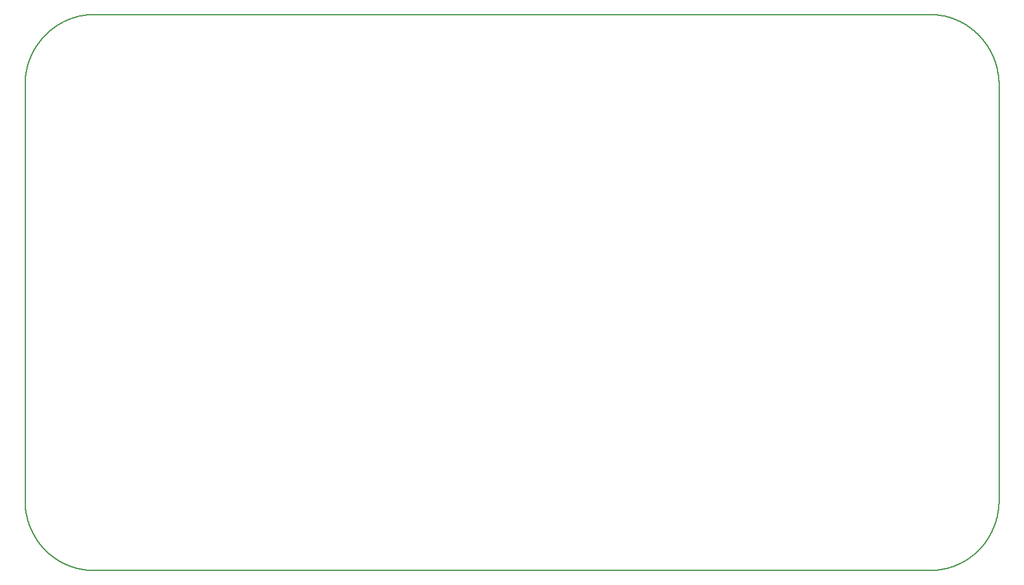
<source format=gm1>
G04 MADE WITH FRITZING*
G04 WWW.FRITZING.ORG*
G04 DOUBLE SIDED*
G04 HOLES PLATED*
G04 CONTOUR ON CENTER OF CONTOUR VECTOR*
%ASAXBY*%
%FSLAX23Y23*%
%MOIN*%
%OFA0B0*%
%SFA1.0B1.0*%
%ADD10C,0.008*%
%LNCONTOUR*%
G90*
G70*
G54D10*
X370Y3150D02*
X371Y3150D01*
X372Y3150D01*
X373Y3150D01*
X374Y3150D01*
X375Y3150D01*
X376Y3150D01*
X377Y3150D01*
X378Y3150D01*
X379Y3150D01*
X380Y3150D01*
X381Y3150D01*
X382Y3150D01*
X383Y3150D01*
X384Y3150D01*
X385Y3150D01*
X386Y3150D01*
X387Y3150D01*
X388Y3150D01*
X389Y3150D01*
X390Y3150D01*
X391Y3150D01*
X392Y3150D01*
X393Y3150D01*
X394Y3150D01*
X395Y3150D01*
X396Y3150D01*
X397Y3150D01*
X398Y3150D01*
X399Y3150D01*
X400Y3150D01*
X401Y3150D01*
X402Y3150D01*
X403Y3150D01*
X404Y3150D01*
X405Y3150D01*
X406Y3150D01*
X407Y3150D01*
X408Y3150D01*
X409Y3150D01*
X410Y3150D01*
X411Y3150D01*
X412Y3150D01*
X413Y3150D01*
X414Y3150D01*
X415Y3150D01*
X416Y3150D01*
X417Y3150D01*
X418Y3150D01*
X419Y3150D01*
X420Y3150D01*
X421Y3150D01*
X422Y3150D01*
X423Y3150D01*
X424Y3150D01*
X425Y3150D01*
X426Y3150D01*
X427Y3150D01*
X428Y3150D01*
X429Y3150D01*
X430Y3150D01*
X431Y3150D01*
X432Y3150D01*
X433Y3150D01*
X434Y3150D01*
X435Y3150D01*
X436Y3150D01*
X437Y3150D01*
X438Y3150D01*
X439Y3150D01*
X440Y3150D01*
X441Y3150D01*
X442Y3150D01*
X443Y3150D01*
X444Y3150D01*
X445Y3150D01*
X446Y3150D01*
X447Y3150D01*
X448Y3150D01*
X449Y3150D01*
X450Y3150D01*
X451Y3150D01*
X452Y3150D01*
X453Y3150D01*
X454Y3150D01*
X455Y3150D01*
X456Y3150D01*
X457Y3150D01*
X458Y3150D01*
X459Y3150D01*
X460Y3150D01*
X461Y3150D01*
X462Y3150D01*
X463Y3150D01*
X464Y3150D01*
X465Y3150D01*
X466Y3150D01*
X467Y3150D01*
X468Y3150D01*
X469Y3150D01*
X470Y3150D01*
X471Y3150D01*
X472Y3150D01*
X473Y3150D01*
X474Y3150D01*
X475Y3150D01*
X476Y3150D01*
X477Y3150D01*
X478Y3150D01*
X479Y3150D01*
X480Y3150D01*
X481Y3150D01*
X482Y3150D01*
X483Y3150D01*
X484Y3150D01*
X485Y3150D01*
X486Y3150D01*
X487Y3150D01*
X488Y3150D01*
X489Y3150D01*
X490Y3150D01*
X491Y3150D01*
X492Y3150D01*
X493Y3150D01*
X494Y3150D01*
X495Y3150D01*
X496Y3150D01*
X497Y3150D01*
X498Y3150D01*
X499Y3150D01*
X500Y3150D01*
X501Y3150D01*
X502Y3150D01*
X503Y3150D01*
X504Y3150D01*
X505Y3150D01*
X506Y3150D01*
X507Y3150D01*
X508Y3150D01*
X509Y3150D01*
X510Y3150D01*
X511Y3150D01*
X512Y3150D01*
X513Y3150D01*
X514Y3150D01*
X515Y3150D01*
X516Y3150D01*
X517Y3150D01*
X518Y3150D01*
X519Y3150D01*
X520Y3150D01*
X521Y3150D01*
X522Y3150D01*
X523Y3150D01*
X524Y3150D01*
X525Y3150D01*
X526Y3150D01*
X527Y3150D01*
X528Y3150D01*
X529Y3150D01*
X530Y3150D01*
X531Y3150D01*
X532Y3150D01*
X533Y3150D01*
X534Y3150D01*
X535Y3150D01*
X536Y3150D01*
X537Y3150D01*
X538Y3150D01*
X539Y3150D01*
X540Y3150D01*
X541Y3150D01*
X542Y3150D01*
X543Y3150D01*
X544Y3150D01*
X545Y3150D01*
X546Y3150D01*
X547Y3150D01*
X548Y3150D01*
X549Y3150D01*
X550Y3150D01*
X551Y3150D01*
X552Y3150D01*
X553Y3150D01*
X554Y3150D01*
X555Y3150D01*
X556Y3150D01*
X557Y3150D01*
X558Y3150D01*
X559Y3150D01*
X560Y3150D01*
X561Y3150D01*
X562Y3150D01*
X563Y3150D01*
X564Y3150D01*
X565Y3150D01*
X566Y3150D01*
X567Y3150D01*
X568Y3150D01*
X569Y3150D01*
X570Y3150D01*
X571Y3150D01*
X572Y3150D01*
X573Y3150D01*
X574Y3150D01*
X575Y3150D01*
X576Y3150D01*
X577Y3150D01*
X578Y3150D01*
X579Y3150D01*
X580Y3150D01*
X581Y3150D01*
X582Y3150D01*
X583Y3150D01*
X584Y3150D01*
X585Y3150D01*
X586Y3150D01*
X587Y3150D01*
X588Y3150D01*
X589Y3150D01*
X590Y3150D01*
X591Y3150D01*
X592Y3150D01*
X593Y3150D01*
X594Y3150D01*
X595Y3150D01*
X596Y3150D01*
X597Y3150D01*
X598Y3150D01*
X599Y3150D01*
X600Y3150D01*
X601Y3150D01*
X602Y3150D01*
X603Y3150D01*
X604Y3150D01*
X605Y3150D01*
X606Y3150D01*
X607Y3150D01*
X608Y3150D01*
X609Y3150D01*
X610Y3150D01*
X611Y3150D01*
X612Y3150D01*
X613Y3150D01*
X614Y3150D01*
X615Y3150D01*
X616Y3150D01*
X617Y3150D01*
X618Y3150D01*
X619Y3150D01*
X620Y3150D01*
X621Y3150D01*
X622Y3150D01*
X623Y3150D01*
X624Y3150D01*
X625Y3150D01*
X626Y3150D01*
X627Y3150D01*
X628Y3150D01*
X629Y3150D01*
X630Y3150D01*
X631Y3150D01*
X632Y3150D01*
X633Y3150D01*
X634Y3150D01*
X635Y3150D01*
X636Y3150D01*
X637Y3150D01*
X638Y3150D01*
X639Y3150D01*
X640Y3150D01*
X641Y3150D01*
X642Y3150D01*
X643Y3150D01*
X644Y3150D01*
X645Y3150D01*
X646Y3150D01*
X647Y3150D01*
X648Y3150D01*
X649Y3150D01*
X650Y3150D01*
X651Y3150D01*
X652Y3150D01*
X653Y3150D01*
X654Y3150D01*
X655Y3150D01*
X656Y3150D01*
X657Y3150D01*
X658Y3150D01*
X659Y3150D01*
X660Y3150D01*
X661Y3150D01*
X662Y3150D01*
X663Y3150D01*
X664Y3150D01*
X665Y3150D01*
X666Y3150D01*
X667Y3150D01*
X668Y3150D01*
X669Y3150D01*
X670Y3150D01*
X671Y3150D01*
X672Y3150D01*
X673Y3150D01*
X674Y3150D01*
X675Y3150D01*
X676Y3150D01*
X677Y3150D01*
X678Y3150D01*
X679Y3150D01*
X680Y3150D01*
X681Y3150D01*
X682Y3150D01*
X683Y3150D01*
X684Y3150D01*
X685Y3150D01*
X686Y3150D01*
X687Y3150D01*
X688Y3150D01*
X689Y3150D01*
X690Y3150D01*
X691Y3150D01*
X692Y3150D01*
X693Y3150D01*
X694Y3150D01*
X695Y3150D01*
X696Y3150D01*
X697Y3150D01*
X698Y3150D01*
X699Y3150D01*
X700Y3150D01*
X701Y3150D01*
X702Y3150D01*
X703Y3150D01*
X704Y3150D01*
X705Y3150D01*
X706Y3150D01*
X707Y3150D01*
X708Y3150D01*
X709Y3150D01*
X710Y3150D01*
X711Y3150D01*
X712Y3150D01*
X713Y3150D01*
X714Y3150D01*
X715Y3150D01*
X716Y3150D01*
X717Y3150D01*
X718Y3150D01*
X719Y3150D01*
X720Y3150D01*
X721Y3150D01*
X722Y3150D01*
X723Y3150D01*
X724Y3150D01*
X725Y3150D01*
X726Y3150D01*
X727Y3150D01*
X728Y3150D01*
X729Y3150D01*
X730Y3150D01*
X731Y3150D01*
X732Y3150D01*
X733Y3150D01*
X734Y3150D01*
X735Y3150D01*
X736Y3150D01*
X737Y3150D01*
X738Y3150D01*
X739Y3150D01*
X740Y3150D01*
X741Y3150D01*
X742Y3150D01*
X743Y3150D01*
X744Y3150D01*
X745Y3150D01*
X746Y3150D01*
X747Y3150D01*
X748Y3150D01*
X749Y3150D01*
X750Y3150D01*
X751Y3150D01*
X752Y3150D01*
X753Y3150D01*
X754Y3150D01*
X755Y3150D01*
X756Y3150D01*
X757Y3150D01*
X758Y3150D01*
X759Y3150D01*
X760Y3150D01*
X761Y3150D01*
X762Y3150D01*
X763Y3150D01*
X764Y3150D01*
X765Y3150D01*
X766Y3150D01*
X767Y3150D01*
X768Y3150D01*
X769Y3150D01*
X770Y3150D01*
X771Y3150D01*
X772Y3150D01*
X773Y3150D01*
X774Y3150D01*
X775Y3150D01*
X776Y3150D01*
X777Y3150D01*
X778Y3150D01*
X779Y3150D01*
X780Y3150D01*
X781Y3150D01*
X782Y3150D01*
X783Y3150D01*
X784Y3150D01*
X785Y3150D01*
X786Y3150D01*
X787Y3150D01*
X788Y3150D01*
X789Y3150D01*
X790Y3150D01*
X791Y3150D01*
X792Y3150D01*
X793Y3150D01*
X794Y3150D01*
X795Y3150D01*
X796Y3150D01*
X797Y3150D01*
X798Y3150D01*
X799Y3150D01*
X800Y3150D01*
X801Y3150D01*
X802Y3150D01*
X803Y3150D01*
X804Y3150D01*
X805Y3150D01*
X806Y3150D01*
X807Y3150D01*
X808Y3150D01*
X809Y3150D01*
X810Y3150D01*
X811Y3150D01*
X812Y3150D01*
X813Y3150D01*
X814Y3150D01*
X815Y3150D01*
X816Y3150D01*
X817Y3150D01*
X818Y3150D01*
X819Y3150D01*
X820Y3150D01*
X821Y3150D01*
X822Y3150D01*
X823Y3150D01*
X824Y3150D01*
X825Y3150D01*
X826Y3150D01*
X827Y3150D01*
X828Y3150D01*
X829Y3150D01*
X830Y3150D01*
X831Y3150D01*
X832Y3150D01*
X833Y3150D01*
X834Y3150D01*
X835Y3150D01*
X836Y3150D01*
X837Y3150D01*
X838Y3150D01*
X839Y3150D01*
X840Y3150D01*
X841Y3150D01*
X842Y3150D01*
X843Y3150D01*
X844Y3150D01*
X845Y3150D01*
X846Y3150D01*
X847Y3150D01*
X848Y3150D01*
X849Y3150D01*
X850Y3150D01*
X851Y3150D01*
X852Y3150D01*
X853Y3150D01*
X854Y3150D01*
X855Y3150D01*
X856Y3150D01*
X857Y3150D01*
X858Y3150D01*
X859Y3150D01*
X860Y3150D01*
X861Y3150D01*
X862Y3150D01*
X863Y3150D01*
X864Y3150D01*
X865Y3150D01*
X866Y3150D01*
X867Y3150D01*
X868Y3150D01*
X869Y3150D01*
X870Y3150D01*
X871Y3150D01*
X872Y3150D01*
X873Y3150D01*
X874Y3150D01*
X875Y3150D01*
X876Y3150D01*
X877Y3150D01*
X878Y3150D01*
X879Y3150D01*
X880Y3150D01*
X881Y3150D01*
X882Y3150D01*
X883Y3150D01*
X884Y3150D01*
X885Y3150D01*
X886Y3150D01*
X887Y3150D01*
X888Y3150D01*
X889Y3150D01*
X890Y3150D01*
X891Y3150D01*
X892Y3150D01*
X893Y3150D01*
X894Y3150D01*
X895Y3150D01*
X896Y3150D01*
X897Y3150D01*
X898Y3150D01*
X899Y3150D01*
X900Y3150D01*
X901Y3150D01*
X902Y3150D01*
X903Y3150D01*
X904Y3150D01*
X905Y3150D01*
X906Y3150D01*
X907Y3150D01*
X908Y3150D01*
X909Y3150D01*
X910Y3150D01*
X911Y3150D01*
X912Y3150D01*
X913Y3150D01*
X914Y3150D01*
X915Y3150D01*
X916Y3150D01*
X917Y3150D01*
X918Y3150D01*
X919Y3150D01*
X920Y3150D01*
X921Y3150D01*
X922Y3150D01*
X923Y3150D01*
X924Y3150D01*
X925Y3150D01*
X926Y3150D01*
X927Y3150D01*
X928Y3150D01*
X929Y3150D01*
X930Y3150D01*
X931Y3150D01*
X932Y3150D01*
X933Y3150D01*
X934Y3150D01*
X935Y3150D01*
X936Y3150D01*
X937Y3150D01*
X938Y3150D01*
X939Y3150D01*
X940Y3150D01*
X941Y3150D01*
X942Y3150D01*
X943Y3150D01*
X944Y3150D01*
X945Y3150D01*
X946Y3150D01*
X947Y3150D01*
X948Y3150D01*
X949Y3150D01*
X950Y3150D01*
X951Y3150D01*
X952Y3150D01*
X953Y3150D01*
X954Y3150D01*
X955Y3150D01*
X956Y3150D01*
X957Y3150D01*
X958Y3150D01*
X959Y3150D01*
X960Y3150D01*
X961Y3150D01*
X962Y3150D01*
X963Y3150D01*
X964Y3150D01*
X965Y3150D01*
X966Y3150D01*
X967Y3150D01*
X968Y3150D01*
X969Y3150D01*
X970Y3150D01*
X971Y3150D01*
X972Y3150D01*
X973Y3150D01*
X974Y3150D01*
X975Y3150D01*
X976Y3150D01*
X977Y3150D01*
X978Y3150D01*
X979Y3150D01*
X980Y3150D01*
X981Y3150D01*
X982Y3150D01*
X983Y3150D01*
X984Y3150D01*
X985Y3150D01*
X986Y3150D01*
X987Y3150D01*
X988Y3150D01*
X989Y3150D01*
X990Y3150D01*
X991Y3150D01*
X992Y3150D01*
X993Y3150D01*
X994Y3150D01*
X995Y3150D01*
X996Y3150D01*
X997Y3150D01*
X998Y3150D01*
X999Y3150D01*
X1000Y3150D01*
X1001Y3150D01*
X1002Y3150D01*
X1003Y3150D01*
X1004Y3150D01*
X1005Y3150D01*
X1006Y3150D01*
X1007Y3150D01*
X1008Y3150D01*
X1009Y3150D01*
X1010Y3150D01*
X1011Y3150D01*
X1012Y3150D01*
X1013Y3150D01*
X1014Y3150D01*
X1015Y3150D01*
X1016Y3150D01*
X1017Y3150D01*
X1018Y3150D01*
X1019Y3150D01*
X1020Y3150D01*
X1021Y3150D01*
X1022Y3150D01*
X1023Y3150D01*
X1024Y3150D01*
X1025Y3150D01*
X1026Y3150D01*
X1027Y3150D01*
X1028Y3150D01*
X1029Y3150D01*
X1030Y3150D01*
X1031Y3150D01*
X1032Y3150D01*
X1033Y3150D01*
X1034Y3150D01*
X1035Y3150D01*
X1036Y3150D01*
X1037Y3150D01*
X1038Y3150D01*
X1039Y3150D01*
X1040Y3150D01*
X1041Y3150D01*
X1042Y3150D01*
X1043Y3150D01*
X1044Y3150D01*
X1045Y3150D01*
X1046Y3150D01*
X1047Y3150D01*
X1048Y3150D01*
X1049Y3150D01*
X1050Y3150D01*
X1051Y3150D01*
X1052Y3150D01*
X1053Y3150D01*
X1054Y3150D01*
X1055Y3150D01*
X1056Y3150D01*
X1057Y3150D01*
X1058Y3150D01*
X1059Y3150D01*
X1060Y3150D01*
X1061Y3150D01*
X1062Y3150D01*
X1063Y3150D01*
X1064Y3150D01*
X1065Y3150D01*
X1066Y3150D01*
X1067Y3150D01*
X1068Y3150D01*
X1069Y3150D01*
X1070Y3150D01*
X1071Y3150D01*
X1072Y3150D01*
X1073Y3150D01*
X1074Y3150D01*
X1075Y3150D01*
X1076Y3150D01*
X1077Y3150D01*
X1078Y3150D01*
X1079Y3150D01*
X1080Y3150D01*
X1081Y3150D01*
X1082Y3150D01*
X1083Y3150D01*
X1084Y3150D01*
X1085Y3150D01*
X1086Y3150D01*
X1087Y3150D01*
X1088Y3150D01*
X1089Y3150D01*
X1090Y3150D01*
X1091Y3150D01*
X1092Y3150D01*
X1093Y3150D01*
X1094Y3150D01*
X1095Y3150D01*
X1096Y3150D01*
X1097Y3150D01*
X1098Y3150D01*
X1099Y3150D01*
X1100Y3150D01*
X1101Y3150D01*
X1102Y3150D01*
X1103Y3150D01*
X1104Y3150D01*
X1105Y3150D01*
X1106Y3150D01*
X1107Y3150D01*
X1108Y3150D01*
X1109Y3150D01*
X1110Y3150D01*
X1111Y3150D01*
X1112Y3150D01*
X1113Y3150D01*
X1114Y3150D01*
X1115Y3150D01*
X1116Y3150D01*
X1117Y3150D01*
X1118Y3150D01*
X1119Y3150D01*
X1120Y3150D01*
X1121Y3150D01*
X1122Y3150D01*
X1123Y3150D01*
X1124Y3150D01*
X1125Y3150D01*
X1126Y3150D01*
X1127Y3150D01*
X1128Y3150D01*
X1129Y3150D01*
X1130Y3150D01*
X1131Y3150D01*
X1132Y3150D01*
X1133Y3150D01*
X1134Y3150D01*
X1135Y3150D01*
X1136Y3150D01*
X1137Y3150D01*
X1138Y3150D01*
X1139Y3150D01*
X1140Y3150D01*
X1141Y3150D01*
X1142Y3150D01*
X1143Y3150D01*
X1144Y3150D01*
X1145Y3150D01*
X1146Y3150D01*
X1147Y3150D01*
X1148Y3150D01*
X1149Y3150D01*
X1150Y3150D01*
X1151Y3150D01*
X1152Y3150D01*
X1153Y3150D01*
X1154Y3150D01*
X1155Y3150D01*
X1156Y3150D01*
X1157Y3150D01*
X1158Y3150D01*
X1159Y3150D01*
X1160Y3150D01*
X1161Y3150D01*
X1162Y3150D01*
X1163Y3150D01*
X1164Y3150D01*
X1165Y3150D01*
X1166Y3150D01*
X1167Y3150D01*
X1168Y3150D01*
X1169Y3150D01*
X1170Y3150D01*
X1171Y3150D01*
X1172Y3150D01*
X1173Y3150D01*
X1174Y3150D01*
X1175Y3150D01*
X1176Y3150D01*
X1177Y3150D01*
X1178Y3150D01*
X1179Y3150D01*
X1180Y3150D01*
X1181Y3150D01*
X1182Y3150D01*
X1183Y3150D01*
X1184Y3150D01*
X1185Y3150D01*
X1186Y3150D01*
X1187Y3150D01*
X1188Y3150D01*
X1189Y3150D01*
X1190Y3150D01*
X1191Y3150D01*
X1192Y3150D01*
X1193Y3150D01*
X1194Y3150D01*
X1195Y3150D01*
X1196Y3150D01*
X1197Y3150D01*
X1198Y3150D01*
X1199Y3150D01*
X1200Y3150D01*
X1201Y3150D01*
X1202Y3150D01*
X1203Y3150D01*
X1204Y3150D01*
X1205Y3150D01*
X1206Y3150D01*
X1207Y3150D01*
X1208Y3150D01*
X1209Y3150D01*
X1210Y3150D01*
X1211Y3150D01*
X1212Y3150D01*
X1213Y3150D01*
X1214Y3150D01*
X1215Y3150D01*
X1216Y3150D01*
X1217Y3150D01*
X1218Y3150D01*
X1219Y3150D01*
X1220Y3150D01*
X1221Y3150D01*
X1222Y3150D01*
X1223Y3150D01*
X1224Y3150D01*
X1225Y3150D01*
X1226Y3150D01*
X1227Y3150D01*
X1228Y3150D01*
X1229Y3150D01*
X1230Y3150D01*
X1231Y3150D01*
X1232Y3150D01*
X1233Y3150D01*
X1234Y3150D01*
X1235Y3150D01*
X1236Y3150D01*
X1237Y3150D01*
X1238Y3150D01*
X1239Y3150D01*
X1240Y3150D01*
X1241Y3150D01*
X1242Y3150D01*
X1243Y3150D01*
X1244Y3150D01*
X1245Y3150D01*
X1246Y3150D01*
X1247Y3150D01*
X1248Y3150D01*
X1249Y3150D01*
X1250Y3150D01*
X1251Y3150D01*
X1252Y3150D01*
X1253Y3150D01*
X1254Y3150D01*
X1255Y3150D01*
X1256Y3150D01*
X1257Y3150D01*
X1258Y3150D01*
X1259Y3150D01*
X1260Y3150D01*
X1261Y3150D01*
X1262Y3150D01*
X1263Y3150D01*
X1264Y3150D01*
X1265Y3150D01*
X1266Y3150D01*
X1267Y3150D01*
X1268Y3150D01*
X1269Y3150D01*
X1270Y3150D01*
X1271Y3150D01*
X1272Y3150D01*
X1273Y3150D01*
X1274Y3150D01*
X1275Y3150D01*
X1276Y3150D01*
X1277Y3150D01*
X1278Y3150D01*
X1279Y3150D01*
X1280Y3150D01*
X1281Y3150D01*
X1282Y3150D01*
X1283Y3150D01*
X1284Y3150D01*
X1285Y3150D01*
X1286Y3150D01*
X1287Y3150D01*
X1288Y3150D01*
X1289Y3150D01*
X1290Y3150D01*
X1291Y3150D01*
X1292Y3150D01*
X1293Y3150D01*
X1294Y3150D01*
X1295Y3150D01*
X1296Y3150D01*
X1297Y3150D01*
X1298Y3150D01*
X1299Y3150D01*
X1300Y3150D01*
X1301Y3150D01*
X1302Y3150D01*
X1303Y3150D01*
X1304Y3150D01*
X1305Y3150D01*
X1306Y3150D01*
X1307Y3150D01*
X1308Y3150D01*
X1309Y3150D01*
X1310Y3150D01*
X1311Y3150D01*
X1312Y3150D01*
X1313Y3150D01*
X1314Y3150D01*
X1315Y3150D01*
X1316Y3150D01*
X1317Y3150D01*
X1318Y3150D01*
X1319Y3150D01*
X1320Y3150D01*
X1321Y3150D01*
X1322Y3150D01*
X1323Y3150D01*
X1324Y3150D01*
X1325Y3150D01*
X1326Y3150D01*
X1327Y3150D01*
X1328Y3150D01*
X1329Y3150D01*
X1330Y3150D01*
X1331Y3150D01*
X1332Y3150D01*
X1333Y3150D01*
X1334Y3150D01*
X1335Y3150D01*
X1336Y3150D01*
X1337Y3150D01*
X1338Y3150D01*
X1339Y3150D01*
X1340Y3150D01*
X1341Y3150D01*
X1342Y3150D01*
X1343Y3150D01*
X1344Y3150D01*
X1345Y3150D01*
X1346Y3150D01*
X1347Y3150D01*
X1348Y3150D01*
X1349Y3150D01*
X1350Y3150D01*
X1351Y3150D01*
X1352Y3150D01*
X1353Y3150D01*
X1354Y3150D01*
X1355Y3150D01*
X1356Y3150D01*
X1357Y3150D01*
X1358Y3150D01*
X1359Y3150D01*
X1360Y3150D01*
X1361Y3150D01*
X1362Y3150D01*
X1363Y3150D01*
X1364Y3150D01*
X1365Y3150D01*
X1366Y3150D01*
X1367Y3150D01*
X1368Y3150D01*
X1369Y3150D01*
X1370Y3150D01*
X1371Y3150D01*
X1372Y3150D01*
X1373Y3150D01*
X1374Y3150D01*
X1375Y3150D01*
X1376Y3150D01*
X1377Y3150D01*
X1378Y3150D01*
X1379Y3150D01*
X1380Y3150D01*
X1381Y3150D01*
X1382Y3150D01*
X1383Y3150D01*
X1384Y3150D01*
X1385Y3150D01*
X1386Y3150D01*
X1387Y3150D01*
X1388Y3150D01*
X1389Y3150D01*
X1390Y3150D01*
X1391Y3150D01*
X1392Y3150D01*
X1393Y3150D01*
X1394Y3150D01*
X1395Y3150D01*
X1396Y3150D01*
X1397Y3150D01*
X1398Y3150D01*
X1399Y3150D01*
X1400Y3150D01*
X1401Y3150D01*
X1402Y3150D01*
X1403Y3150D01*
X1404Y3150D01*
X1405Y3150D01*
X1406Y3150D01*
X1407Y3150D01*
X1408Y3150D01*
X1409Y3150D01*
X1410Y3150D01*
X1411Y3150D01*
X1412Y3150D01*
X1413Y3150D01*
X1414Y3150D01*
X1415Y3150D01*
X1416Y3150D01*
X1417Y3150D01*
X1418Y3150D01*
X1419Y3150D01*
X1420Y3150D01*
X1421Y3150D01*
X1422Y3150D01*
X1423Y3150D01*
X1424Y3150D01*
X1425Y3150D01*
X1426Y3150D01*
X1427Y3150D01*
X1428Y3150D01*
X1429Y3150D01*
X1430Y3150D01*
X1431Y3150D01*
X1432Y3150D01*
X1433Y3150D01*
X1434Y3150D01*
X1435Y3150D01*
X1436Y3150D01*
X1437Y3150D01*
X1438Y3150D01*
X1439Y3150D01*
X1440Y3150D01*
X1441Y3150D01*
X1442Y3150D01*
X1443Y3150D01*
X1444Y3150D01*
X1445Y3150D01*
X1446Y3150D01*
X1447Y3150D01*
X1448Y3150D01*
X1449Y3150D01*
X1450Y3150D01*
X1451Y3150D01*
X1452Y3150D01*
X1453Y3150D01*
X1454Y3150D01*
X1455Y3150D01*
X1456Y3150D01*
X1457Y3150D01*
X1458Y3150D01*
X1459Y3150D01*
X1460Y3150D01*
X1461Y3150D01*
X1462Y3150D01*
X1463Y3150D01*
X1464Y3150D01*
X1465Y3150D01*
X1466Y3150D01*
X1467Y3150D01*
X1468Y3150D01*
X1469Y3150D01*
X1470Y3150D01*
X1471Y3150D01*
X1472Y3150D01*
X1473Y3150D01*
X1474Y3150D01*
X1475Y3150D01*
X1476Y3150D01*
X1477Y3150D01*
X1478Y3150D01*
X1479Y3150D01*
X1480Y3150D01*
X1481Y3150D01*
X1482Y3150D01*
X1483Y3150D01*
X1484Y3150D01*
X1485Y3150D01*
X1486Y3150D01*
X1487Y3150D01*
X1488Y3150D01*
X1489Y3150D01*
X1490Y3150D01*
X1491Y3150D01*
X1492Y3150D01*
X1493Y3150D01*
X1494Y3150D01*
X1495Y3150D01*
X1496Y3150D01*
X1497Y3150D01*
X1498Y3150D01*
X1499Y3150D01*
X1500Y3150D01*
X1501Y3150D01*
X1502Y3150D01*
X1503Y3150D01*
X1504Y3150D01*
X1505Y3150D01*
X1506Y3150D01*
X1507Y3150D01*
X1508Y3150D01*
X1509Y3150D01*
X1510Y3150D01*
X1511Y3150D01*
X1512Y3150D01*
X1513Y3150D01*
X1514Y3150D01*
X1515Y3150D01*
X1516Y3150D01*
X1517Y3150D01*
X1518Y3150D01*
X1519Y3150D01*
X1520Y3150D01*
X1521Y3150D01*
X1522Y3150D01*
X1523Y3150D01*
X1524Y3150D01*
X1525Y3150D01*
X1526Y3150D01*
X1527Y3150D01*
X1528Y3150D01*
X1529Y3150D01*
X1530Y3150D01*
X1531Y3150D01*
X1532Y3150D01*
X1533Y3150D01*
X1534Y3150D01*
X1535Y3150D01*
X1536Y3150D01*
X1537Y3150D01*
X1538Y3150D01*
X1539Y3150D01*
X1540Y3150D01*
X1541Y3150D01*
X1542Y3150D01*
X1543Y3150D01*
X1544Y3150D01*
X1545Y3150D01*
X1546Y3150D01*
X1547Y3150D01*
X1548Y3150D01*
X1549Y3150D01*
X1550Y3150D01*
X1551Y3150D01*
X1552Y3150D01*
X1553Y3150D01*
X1554Y3150D01*
X1555Y3150D01*
X1556Y3150D01*
X1557Y3150D01*
X1558Y3150D01*
X1559Y3150D01*
X1560Y3150D01*
X1561Y3150D01*
X1562Y3150D01*
X1563Y3150D01*
X1564Y3150D01*
X1565Y3150D01*
X1566Y3150D01*
X1567Y3150D01*
X1568Y3150D01*
X1569Y3150D01*
X1570Y3150D01*
X1571Y3150D01*
X1572Y3150D01*
X1573Y3150D01*
X1574Y3150D01*
X1575Y3150D01*
X1576Y3150D01*
X1577Y3150D01*
X1578Y3150D01*
X1579Y3150D01*
X1580Y3150D01*
X1581Y3150D01*
X1582Y3150D01*
X1583Y3150D01*
X1584Y3150D01*
X1585Y3150D01*
X1586Y3150D01*
X1587Y3150D01*
X1588Y3150D01*
X1589Y3150D01*
X1590Y3150D01*
X1591Y3150D01*
X1592Y3150D01*
X1593Y3150D01*
X1594Y3150D01*
X1595Y3150D01*
X1596Y3150D01*
X1597Y3150D01*
X1598Y3150D01*
X1599Y3150D01*
X1600Y3150D01*
X1601Y3150D01*
X1602Y3150D01*
X1603Y3150D01*
X1604Y3150D01*
X1605Y3150D01*
X1606Y3150D01*
X1607Y3150D01*
X1608Y3150D01*
X1609Y3150D01*
X1610Y3150D01*
X1611Y3150D01*
X1612Y3150D01*
X1613Y3150D01*
X1614Y3150D01*
X1615Y3150D01*
X1616Y3150D01*
X1617Y3150D01*
X1618Y3150D01*
X1619Y3150D01*
X1620Y3150D01*
X1621Y3150D01*
X1622Y3150D01*
X1623Y3150D01*
X1624Y3150D01*
X1625Y3150D01*
X1626Y3150D01*
X1627Y3150D01*
X1628Y3150D01*
X1629Y3150D01*
X1630Y3150D01*
X1631Y3150D01*
X1632Y3150D01*
X1633Y3150D01*
X1634Y3150D01*
X1635Y3150D01*
X1636Y3150D01*
X1637Y3150D01*
X1638Y3150D01*
X1639Y3150D01*
X1640Y3150D01*
X1641Y3150D01*
X1642Y3150D01*
X1643Y3150D01*
X1644Y3150D01*
X1645Y3150D01*
X1646Y3150D01*
X1647Y3150D01*
X1648Y3150D01*
X1649Y3150D01*
X1650Y3150D01*
X1651Y3150D01*
X1652Y3150D01*
X1653Y3150D01*
X1654Y3150D01*
X1655Y3150D01*
X1656Y3150D01*
X1657Y3150D01*
X1658Y3150D01*
X1659Y3150D01*
X1660Y3150D01*
X1661Y3150D01*
X1662Y3150D01*
X1663Y3150D01*
X1664Y3150D01*
X1665Y3150D01*
X1666Y3150D01*
X1667Y3150D01*
X1668Y3150D01*
X1669Y3150D01*
X1670Y3150D01*
X1671Y3150D01*
X1672Y3150D01*
X1673Y3150D01*
X1674Y3150D01*
X1675Y3150D01*
X1676Y3150D01*
X1677Y3150D01*
X1678Y3150D01*
X1679Y3150D01*
X1680Y3150D01*
X1681Y3150D01*
X1682Y3150D01*
X1683Y3150D01*
X1684Y3150D01*
X1685Y3150D01*
X1686Y3150D01*
X1687Y3150D01*
X1688Y3150D01*
X1689Y3150D01*
X1690Y3150D01*
X1691Y3150D01*
X1692Y3150D01*
X1693Y3150D01*
X1694Y3150D01*
X1695Y3150D01*
X1696Y3150D01*
X1697Y3150D01*
X1698Y3150D01*
X1699Y3150D01*
X1700Y3150D01*
X1701Y3150D01*
X1702Y3150D01*
X1703Y3150D01*
X1704Y3150D01*
X1705Y3150D01*
X1706Y3150D01*
X1707Y3150D01*
X1708Y3150D01*
X1709Y3150D01*
X1710Y3150D01*
X1711Y3150D01*
X1712Y3150D01*
X1713Y3150D01*
X1714Y3150D01*
X1715Y3150D01*
X1716Y3150D01*
X1717Y3150D01*
X1718Y3150D01*
X1719Y3150D01*
X1720Y3150D01*
X1721Y3150D01*
X1722Y3150D01*
X1723Y3150D01*
X1724Y3150D01*
X1725Y3150D01*
X1726Y3150D01*
X1727Y3150D01*
X1728Y3150D01*
X1729Y3150D01*
X1730Y3150D01*
X1731Y3150D01*
X1732Y3150D01*
X1733Y3150D01*
X1734Y3150D01*
X1735Y3150D01*
X1736Y3150D01*
X1737Y3150D01*
X1738Y3150D01*
X1739Y3150D01*
X1740Y3150D01*
X1741Y3150D01*
X1742Y3150D01*
X1743Y3150D01*
X1744Y3150D01*
X1745Y3150D01*
X1746Y3150D01*
X1747Y3150D01*
X1748Y3150D01*
X1749Y3150D01*
X1750Y3150D01*
X1751Y3150D01*
X1752Y3150D01*
X1753Y3150D01*
X1754Y3150D01*
X1755Y3150D01*
X1756Y3150D01*
X1757Y3150D01*
X1758Y3150D01*
X1759Y3150D01*
X1760Y3150D01*
X1761Y3150D01*
X1762Y3150D01*
X1763Y3150D01*
X1764Y3150D01*
X1765Y3150D01*
X1766Y3150D01*
X1767Y3150D01*
X1768Y3150D01*
X1769Y3150D01*
X1770Y3150D01*
X1771Y3150D01*
X1772Y3150D01*
X1773Y3150D01*
X1774Y3150D01*
X1775Y3150D01*
X1776Y3150D01*
X1777Y3150D01*
X1778Y3150D01*
X1779Y3150D01*
X1780Y3150D01*
X1781Y3150D01*
X1782Y3150D01*
X1783Y3150D01*
X1784Y3150D01*
X1785Y3150D01*
X1786Y3150D01*
X1787Y3150D01*
X1788Y3150D01*
X1789Y3150D01*
X1790Y3150D01*
X1791Y3150D01*
X1792Y3150D01*
X1793Y3150D01*
X1794Y3150D01*
X1795Y3150D01*
X1796Y3150D01*
X1797Y3150D01*
X1798Y3150D01*
X1799Y3150D01*
X1800Y3150D01*
X1801Y3150D01*
X1802Y3150D01*
X1803Y3150D01*
X1804Y3150D01*
X1805Y3150D01*
X1806Y3150D01*
X1807Y3150D01*
X1808Y3150D01*
X1809Y3150D01*
X1810Y3150D01*
X1811Y3150D01*
X1812Y3150D01*
X1813Y3150D01*
X1814Y3150D01*
X1815Y3150D01*
X1816Y3150D01*
X1817Y3150D01*
X1818Y3150D01*
X1819Y3150D01*
X1820Y3150D01*
X1821Y3150D01*
X1822Y3150D01*
X1823Y3150D01*
X1824Y3150D01*
X1825Y3150D01*
X1826Y3150D01*
X1827Y3150D01*
X1828Y3150D01*
X1829Y3150D01*
X1830Y3150D01*
X1831Y3150D01*
X1832Y3150D01*
X1833Y3150D01*
X1834Y3150D01*
X1835Y3150D01*
X1836Y3150D01*
X1837Y3150D01*
X1838Y3150D01*
X1839Y3150D01*
X1840Y3150D01*
X1841Y3150D01*
X1842Y3150D01*
X1843Y3150D01*
X1844Y3150D01*
X1845Y3150D01*
X1846Y3150D01*
X1847Y3150D01*
X1848Y3150D01*
X1849Y3150D01*
X1850Y3150D01*
X1851Y3150D01*
X1852Y3150D01*
X1853Y3150D01*
X1854Y3150D01*
X1855Y3150D01*
X1856Y3150D01*
X1857Y3150D01*
X1858Y3150D01*
X1859Y3150D01*
X1860Y3150D01*
X1861Y3150D01*
X1862Y3150D01*
X1863Y3150D01*
X1864Y3150D01*
X1865Y3150D01*
X1866Y3150D01*
X1867Y3150D01*
X1868Y3150D01*
X1869Y3150D01*
X1870Y3150D01*
X1871Y3150D01*
X1872Y3150D01*
X1873Y3150D01*
X1874Y3150D01*
X1875Y3150D01*
X1876Y3150D01*
X1877Y3150D01*
X1878Y3150D01*
X1879Y3150D01*
X1880Y3150D01*
X1881Y3150D01*
X1882Y3150D01*
X1883Y3150D01*
X1884Y3150D01*
X1885Y3150D01*
X1886Y3150D01*
X1887Y3150D01*
X1888Y3150D01*
X1889Y3150D01*
X1890Y3150D01*
X1891Y3150D01*
X1892Y3150D01*
X1893Y3150D01*
X1894Y3150D01*
X1895Y3150D01*
X1896Y3150D01*
X1897Y3150D01*
X1898Y3150D01*
X1899Y3150D01*
X1900Y3150D01*
X1901Y3150D01*
X1902Y3150D01*
X1903Y3150D01*
X1904Y3150D01*
X1905Y3150D01*
X1906Y3150D01*
X1907Y3150D01*
X1908Y3150D01*
X1909Y3150D01*
X1910Y3150D01*
X1911Y3150D01*
X1912Y3150D01*
X1913Y3150D01*
X1914Y3150D01*
X1915Y3150D01*
X1916Y3150D01*
X1917Y3150D01*
X1918Y3150D01*
X1919Y3150D01*
X1920Y3150D01*
X1921Y3150D01*
X1922Y3150D01*
X1923Y3150D01*
X1924Y3150D01*
X1925Y3150D01*
X1926Y3150D01*
X1927Y3150D01*
X1928Y3150D01*
X1929Y3150D01*
X1930Y3150D01*
X1931Y3150D01*
X1932Y3150D01*
X1933Y3150D01*
X1934Y3150D01*
X1935Y3150D01*
X1936Y3150D01*
X1937Y3150D01*
X1938Y3150D01*
X1939Y3150D01*
X1940Y3150D01*
X1941Y3150D01*
X1942Y3150D01*
X1943Y3150D01*
X1944Y3150D01*
X1945Y3150D01*
X1946Y3150D01*
X1947Y3150D01*
X1948Y3150D01*
X1949Y3150D01*
X1950Y3150D01*
X1951Y3150D01*
X1952Y3150D01*
X1953Y3150D01*
X1954Y3150D01*
X1955Y3150D01*
X1956Y3150D01*
X1957Y3150D01*
X1958Y3150D01*
X1959Y3150D01*
X1960Y3150D01*
X1961Y3150D01*
X1962Y3150D01*
X1963Y3150D01*
X1964Y3150D01*
X1965Y3150D01*
X1966Y3150D01*
X1967Y3150D01*
X1968Y3150D01*
X1969Y3150D01*
X1970Y3150D01*
X1971Y3150D01*
X1972Y3150D01*
X1973Y3150D01*
X1974Y3150D01*
X1975Y3150D01*
X1976Y3150D01*
X1977Y3150D01*
X1978Y3150D01*
X1979Y3150D01*
X1980Y3150D01*
X1981Y3150D01*
X1982Y3150D01*
X1983Y3150D01*
X1984Y3150D01*
X1985Y3150D01*
X1986Y3150D01*
X1987Y3150D01*
X1988Y3150D01*
X1989Y3150D01*
X1990Y3150D01*
X1991Y3150D01*
X1992Y3150D01*
X1993Y3150D01*
X1994Y3150D01*
X1995Y3150D01*
X1996Y3150D01*
X1997Y3150D01*
X1998Y3150D01*
X1999Y3150D01*
X2000Y3150D01*
X2001Y3150D01*
X2002Y3150D01*
X2003Y3150D01*
X2004Y3150D01*
X2005Y3150D01*
X2006Y3150D01*
X2007Y3150D01*
X2008Y3150D01*
X2009Y3150D01*
X2010Y3150D01*
X2011Y3150D01*
X2012Y3150D01*
X2013Y3150D01*
X2014Y3150D01*
X2015Y3150D01*
X2016Y3150D01*
X2017Y3150D01*
X2018Y3150D01*
X2019Y3150D01*
X2020Y3150D01*
X2021Y3150D01*
X2022Y3150D01*
X2023Y3150D01*
X2024Y3150D01*
X2025Y3150D01*
X2026Y3150D01*
X2027Y3150D01*
X2028Y3150D01*
X2029Y3150D01*
X2030Y3150D01*
X2031Y3150D01*
X2032Y3150D01*
X2033Y3150D01*
X2034Y3150D01*
X2035Y3150D01*
X2036Y3150D01*
X2037Y3150D01*
X2038Y3150D01*
X2039Y3150D01*
X2040Y3150D01*
X2041Y3150D01*
X2042Y3150D01*
X2043Y3150D01*
X2044Y3150D01*
X2045Y3150D01*
X2046Y3150D01*
X2047Y3150D01*
X2048Y3150D01*
X2049Y3150D01*
X2050Y3150D01*
X2051Y3150D01*
X2052Y3150D01*
X2053Y3150D01*
X2054Y3150D01*
X2055Y3150D01*
X2056Y3150D01*
X2057Y3150D01*
X2058Y3150D01*
X2059Y3150D01*
X2060Y3150D01*
X2061Y3150D01*
X2062Y3150D01*
X2063Y3150D01*
X2064Y3150D01*
X2065Y3150D01*
X2066Y3150D01*
X2067Y3150D01*
X2068Y3150D01*
X2069Y3150D01*
X2070Y3150D01*
X2071Y3150D01*
X2072Y3150D01*
X2073Y3150D01*
X2074Y3150D01*
X2075Y3150D01*
X2076Y3150D01*
X2077Y3150D01*
X2078Y3150D01*
X2079Y3150D01*
X2080Y3150D01*
X2081Y3150D01*
X2082Y3150D01*
X2083Y3150D01*
X2084Y3150D01*
X2085Y3150D01*
X2086Y3150D01*
X2087Y3150D01*
X2088Y3150D01*
X2089Y3150D01*
X2090Y3150D01*
X2091Y3150D01*
X2092Y3150D01*
X2093Y3150D01*
X2094Y3150D01*
X2095Y3150D01*
X2096Y3150D01*
X2097Y3150D01*
X2098Y3150D01*
X2099Y3150D01*
X2100Y3150D01*
X2101Y3150D01*
X2102Y3150D01*
X2103Y3150D01*
X2104Y3150D01*
X2105Y3150D01*
X2106Y3150D01*
X2107Y3150D01*
X2108Y3150D01*
X2109Y3150D01*
X2110Y3150D01*
X2111Y3150D01*
X2112Y3150D01*
X2113Y3150D01*
X2114Y3150D01*
X2115Y3150D01*
X2116Y3150D01*
X2117Y3150D01*
X2118Y3150D01*
X2119Y3150D01*
X2120Y3150D01*
X2121Y3150D01*
X2122Y3150D01*
X2123Y3150D01*
X2124Y3150D01*
X2125Y3150D01*
X2126Y3150D01*
X2127Y3150D01*
X2128Y3150D01*
X2129Y3150D01*
X2130Y3150D01*
X2131Y3150D01*
X2132Y3150D01*
X2133Y3150D01*
X2134Y3150D01*
X2135Y3150D01*
X2136Y3150D01*
X2137Y3150D01*
X2138Y3150D01*
X2139Y3150D01*
X2140Y3150D01*
X2141Y3150D01*
X2142Y3150D01*
X2143Y3150D01*
X2144Y3150D01*
X2145Y3150D01*
X2146Y3150D01*
X2147Y3150D01*
X2148Y3150D01*
X2149Y3150D01*
X2150Y3150D01*
X2151Y3150D01*
X2152Y3150D01*
X2153Y3150D01*
X2154Y3150D01*
X2155Y3150D01*
X2156Y3150D01*
X2157Y3150D01*
X2158Y3150D01*
X2159Y3150D01*
X2160Y3150D01*
X2161Y3150D01*
X2162Y3150D01*
X2163Y3150D01*
X2164Y3150D01*
X2165Y3150D01*
X2166Y3150D01*
X2167Y3150D01*
X2168Y3150D01*
X2169Y3150D01*
X2170Y3150D01*
X2171Y3150D01*
X2172Y3150D01*
X2173Y3150D01*
X2174Y3150D01*
X2175Y3150D01*
X2176Y3150D01*
X2177Y3150D01*
X2178Y3150D01*
X2179Y3150D01*
X2180Y3150D01*
X2181Y3150D01*
X2182Y3150D01*
X2183Y3150D01*
X2184Y3150D01*
X2185Y3150D01*
X2186Y3150D01*
X2187Y3150D01*
X2188Y3150D01*
X2189Y3150D01*
X2190Y3150D01*
X2191Y3150D01*
X2192Y3150D01*
X2193Y3150D01*
X2194Y3150D01*
X2195Y3150D01*
X2196Y3150D01*
X2197Y3150D01*
X2198Y3150D01*
X2199Y3150D01*
X2200Y3150D01*
X2201Y3150D01*
X2202Y3150D01*
X2203Y3150D01*
X2204Y3150D01*
X2205Y3150D01*
X2206Y3150D01*
X2207Y3150D01*
X2208Y3150D01*
X2209Y3150D01*
X2210Y3150D01*
X2211Y3150D01*
X2212Y3150D01*
X2213Y3150D01*
X2214Y3150D01*
X2215Y3150D01*
X2216Y3150D01*
X2217Y3150D01*
X2218Y3150D01*
X2219Y3150D01*
X2220Y3150D01*
X2221Y3150D01*
X2222Y3150D01*
X2223Y3150D01*
X2224Y3150D01*
X2225Y3150D01*
X2226Y3150D01*
X2227Y3150D01*
X2228Y3150D01*
X2229Y3150D01*
X2230Y3150D01*
X2231Y3150D01*
X2232Y3150D01*
X2233Y3150D01*
X2234Y3150D01*
X2235Y3150D01*
X2236Y3150D01*
X2237Y3150D01*
X2238Y3150D01*
X2239Y3150D01*
X2240Y3150D01*
X2241Y3150D01*
X2242Y3150D01*
X2243Y3150D01*
X2244Y3150D01*
X2245Y3150D01*
X2246Y3150D01*
X2247Y3150D01*
X2248Y3150D01*
X2249Y3150D01*
X2250Y3150D01*
X2251Y3150D01*
X2252Y3150D01*
X2253Y3150D01*
X2254Y3150D01*
X2255Y3150D01*
X2256Y3150D01*
X2257Y3150D01*
X2258Y3150D01*
X2259Y3150D01*
X2260Y3150D01*
X2261Y3150D01*
X2262Y3150D01*
X2263Y3150D01*
X2264Y3150D01*
X2265Y3150D01*
X2266Y3150D01*
X2267Y3150D01*
X2268Y3150D01*
X2269Y3150D01*
X2270Y3150D01*
X2271Y3150D01*
X2272Y3150D01*
X2273Y3150D01*
X2274Y3150D01*
X2275Y3150D01*
X2276Y3150D01*
X2277Y3150D01*
X2278Y3150D01*
X2279Y3150D01*
X2280Y3150D01*
X2281Y3150D01*
X2282Y3150D01*
X2283Y3150D01*
X2284Y3150D01*
X2285Y3150D01*
X2286Y3150D01*
X2287Y3150D01*
X2288Y3150D01*
X2289Y3150D01*
X2290Y3150D01*
X2291Y3150D01*
X2292Y3150D01*
X2293Y3150D01*
X2294Y3150D01*
X2295Y3150D01*
X2296Y3150D01*
X2297Y3150D01*
X2298Y3150D01*
X2299Y3150D01*
X2300Y3150D01*
X2301Y3150D01*
X2302Y3150D01*
X2303Y3150D01*
X2304Y3150D01*
X2305Y3150D01*
X2306Y3150D01*
X2307Y3150D01*
X2308Y3150D01*
X2309Y3150D01*
X2310Y3150D01*
X2311Y3150D01*
X2312Y3150D01*
X2313Y3150D01*
X2314Y3150D01*
X2315Y3150D01*
X2316Y3150D01*
X2317Y3150D01*
X2318Y3150D01*
X2319Y3150D01*
X2320Y3150D01*
X2321Y3150D01*
X2322Y3150D01*
X2323Y3150D01*
X2324Y3150D01*
X2325Y3150D01*
X2326Y3150D01*
X2327Y3150D01*
X2328Y3150D01*
X2329Y3150D01*
X2330Y3150D01*
X2331Y3150D01*
X2332Y3150D01*
X2333Y3150D01*
X2334Y3150D01*
X2335Y3150D01*
X2336Y3150D01*
X2337Y3150D01*
X2338Y3150D01*
X2339Y3150D01*
X2340Y3150D01*
X2341Y3150D01*
X2342Y3150D01*
X2343Y3150D01*
X2344Y3150D01*
X2345Y3150D01*
X2346Y3150D01*
X2347Y3150D01*
X2348Y3150D01*
X2349Y3150D01*
X2350Y3150D01*
X2351Y3150D01*
X2352Y3150D01*
X2353Y3150D01*
X2354Y3150D01*
X2355Y3150D01*
X2356Y3150D01*
X2357Y3150D01*
X2358Y3150D01*
X2359Y3150D01*
X2360Y3150D01*
X2361Y3150D01*
X2362Y3150D01*
X2363Y3150D01*
X2364Y3150D01*
X2365Y3150D01*
X2366Y3150D01*
X2367Y3150D01*
X2368Y3150D01*
X2369Y3150D01*
X2370Y3150D01*
X2371Y3150D01*
X2372Y3150D01*
X2373Y3150D01*
X2374Y3150D01*
X2375Y3150D01*
X2376Y3150D01*
X2377Y3150D01*
X2378Y3150D01*
X2379Y3150D01*
X2380Y3150D01*
X2381Y3150D01*
X2382Y3150D01*
X2383Y3150D01*
X2384Y3150D01*
X2385Y3150D01*
X2386Y3150D01*
X2387Y3150D01*
X2388Y3150D01*
X2389Y3150D01*
X2390Y3150D01*
X2391Y3150D01*
X2392Y3150D01*
X2393Y3150D01*
X2394Y3150D01*
X2395Y3150D01*
X2396Y3150D01*
X2397Y3150D01*
X2398Y3150D01*
X2399Y3150D01*
X2400Y3150D01*
X2401Y3150D01*
X2402Y3150D01*
X2403Y3150D01*
X2404Y3150D01*
X2405Y3150D01*
X2406Y3150D01*
X2407Y3150D01*
X2408Y3150D01*
X2409Y3150D01*
X2410Y3150D01*
X2411Y3150D01*
X2412Y3150D01*
X2413Y3150D01*
X2414Y3150D01*
X2415Y3150D01*
X2416Y3150D01*
X2417Y3150D01*
X2418Y3150D01*
X2419Y3150D01*
X2420Y3150D01*
X2421Y3150D01*
X2422Y3150D01*
X2423Y3150D01*
X2424Y3150D01*
X2425Y3150D01*
X2426Y3150D01*
X2427Y3150D01*
X2428Y3150D01*
X2429Y3150D01*
X2430Y3150D01*
X2431Y3150D01*
X2432Y3150D01*
X2433Y3150D01*
X2434Y3150D01*
X2435Y3150D01*
X2436Y3150D01*
X2437Y3150D01*
X2438Y3150D01*
X2439Y3150D01*
X2440Y3150D01*
X2441Y3150D01*
X2442Y3150D01*
X2443Y3150D01*
X2444Y3150D01*
X2445Y3150D01*
X2446Y3150D01*
X2447Y3150D01*
X2448Y3150D01*
X2449Y3150D01*
X2450Y3150D01*
X2451Y3150D01*
X2452Y3150D01*
X2453Y3150D01*
X2454Y3150D01*
X2455Y3150D01*
X2456Y3150D01*
X2457Y3150D01*
X2458Y3150D01*
X2459Y3150D01*
X2460Y3150D01*
X2461Y3150D01*
X2462Y3150D01*
X2463Y3150D01*
X2464Y3150D01*
X2465Y3150D01*
X2466Y3150D01*
X2467Y3150D01*
X2468Y3150D01*
X2469Y3150D01*
X2470Y3150D01*
X2471Y3150D01*
X2472Y3150D01*
X2473Y3150D01*
X2474Y3150D01*
X2475Y3150D01*
X2476Y3150D01*
X2477Y3150D01*
X2478Y3150D01*
X2479Y3150D01*
X2480Y3150D01*
X2481Y3150D01*
X2482Y3150D01*
X2483Y3150D01*
X2484Y3150D01*
X2485Y3150D01*
X2486Y3150D01*
X2487Y3150D01*
X2488Y3150D01*
X2489Y3150D01*
X2490Y3150D01*
X2491Y3150D01*
X2492Y3150D01*
X2493Y3150D01*
X2494Y3150D01*
X2495Y3150D01*
X2496Y3150D01*
X2497Y3150D01*
X2498Y3150D01*
X2499Y3150D01*
X2500Y3150D01*
X2501Y3150D01*
X2502Y3150D01*
X2503Y3150D01*
X2504Y3150D01*
X2505Y3150D01*
X2506Y3150D01*
X2507Y3150D01*
X2508Y3150D01*
X2509Y3150D01*
X2510Y3150D01*
X2511Y3150D01*
X2512Y3150D01*
X2513Y3150D01*
X2514Y3150D01*
X2515Y3150D01*
X2516Y3150D01*
X2517Y3150D01*
X2518Y3150D01*
X2519Y3150D01*
X2520Y3150D01*
X2521Y3150D01*
X2522Y3150D01*
X2523Y3150D01*
X2524Y3150D01*
X2525Y3150D01*
X2526Y3150D01*
X2527Y3150D01*
X2528Y3150D01*
X2529Y3150D01*
X2530Y3150D01*
X2531Y3150D01*
X2532Y3150D01*
X2533Y3150D01*
X2534Y3150D01*
X2535Y3150D01*
X2536Y3150D01*
X2537Y3150D01*
X2538Y3150D01*
X2539Y3150D01*
X2540Y3150D01*
X2541Y3150D01*
X2542Y3150D01*
X2543Y3150D01*
X2544Y3150D01*
X2545Y3150D01*
X2546Y3150D01*
X2547Y3150D01*
X2548Y3150D01*
X2549Y3150D01*
X2550Y3150D01*
X2551Y3150D01*
X2552Y3150D01*
X2553Y3150D01*
X2554Y3150D01*
X2555Y3150D01*
X2556Y3150D01*
X2557Y3150D01*
X2558Y3150D01*
X2559Y3150D01*
X2560Y3150D01*
X2561Y3150D01*
X2562Y3150D01*
X2563Y3150D01*
X2564Y3150D01*
X2565Y3150D01*
X2566Y3150D01*
X2567Y3150D01*
X2568Y3150D01*
X2569Y3150D01*
X2570Y3150D01*
X2571Y3150D01*
X2572Y3150D01*
X2573Y3150D01*
X2574Y3150D01*
X2575Y3150D01*
X2576Y3150D01*
X2577Y3150D01*
X2578Y3150D01*
X2579Y3150D01*
X2580Y3150D01*
X2581Y3150D01*
X2582Y3150D01*
X2583Y3150D01*
X2584Y3150D01*
X2585Y3150D01*
X2586Y3150D01*
X2587Y3150D01*
X2588Y3150D01*
X2589Y3150D01*
X2590Y3150D01*
X2591Y3150D01*
X2592Y3150D01*
X2593Y3150D01*
X2594Y3150D01*
X2595Y3150D01*
X2596Y3150D01*
X2597Y3150D01*
X2598Y3150D01*
X2599Y3150D01*
X2600Y3150D01*
X2601Y3150D01*
X2602Y3150D01*
X2603Y3150D01*
X2604Y3150D01*
X2605Y3150D01*
X2606Y3150D01*
X2607Y3150D01*
X2608Y3150D01*
X2609Y3150D01*
X2610Y3150D01*
X2611Y3150D01*
X2612Y3150D01*
X2613Y3150D01*
X2614Y3150D01*
X2615Y3150D01*
X2616Y3150D01*
X2617Y3150D01*
X2618Y3150D01*
X2619Y3150D01*
X2620Y3150D01*
X2621Y3150D01*
X2622Y3150D01*
X2623Y3150D01*
X2624Y3150D01*
X2625Y3150D01*
X2626Y3150D01*
X2627Y3150D01*
X2628Y3150D01*
X2629Y3150D01*
X2630Y3150D01*
X2631Y3150D01*
X2632Y3150D01*
X2633Y3150D01*
X2634Y3150D01*
X2635Y3150D01*
X2636Y3150D01*
X2637Y3150D01*
X2638Y3150D01*
X2639Y3150D01*
X2640Y3150D01*
X2641Y3150D01*
X2642Y3150D01*
X2643Y3150D01*
X2644Y3150D01*
X2645Y3150D01*
X2646Y3150D01*
X2647Y3150D01*
X2648Y3150D01*
X2649Y3150D01*
X2650Y3150D01*
X2651Y3150D01*
X2652Y3150D01*
X2653Y3150D01*
X2654Y3150D01*
X2655Y3150D01*
X2656Y3150D01*
X2657Y3150D01*
X2658Y3150D01*
X2659Y3150D01*
X2660Y3150D01*
X2661Y3150D01*
X2662Y3150D01*
X2663Y3150D01*
X2664Y3150D01*
X2665Y3150D01*
X2666Y3150D01*
X2667Y3150D01*
X2668Y3150D01*
X2669Y3150D01*
X2670Y3150D01*
X2671Y3150D01*
X2672Y3150D01*
X2673Y3150D01*
X2674Y3150D01*
X2675Y3150D01*
X2676Y3150D01*
X2677Y3150D01*
X2678Y3150D01*
X2679Y3150D01*
X2680Y3150D01*
X2681Y3150D01*
X2682Y3150D01*
X2683Y3150D01*
X2684Y3150D01*
X2685Y3150D01*
X2686Y3150D01*
X2687Y3150D01*
X2688Y3150D01*
X2689Y3150D01*
X2690Y3150D01*
X2691Y3150D01*
X2692Y3150D01*
X2693Y3150D01*
X2694Y3150D01*
X2695Y3150D01*
X2696Y3150D01*
X2697Y3150D01*
X2698Y3150D01*
X2699Y3150D01*
X2700Y3150D01*
X2701Y3150D01*
X2702Y3150D01*
X2703Y3150D01*
X2704Y3150D01*
X2705Y3150D01*
X2706Y3150D01*
X2707Y3150D01*
X2708Y3150D01*
X2709Y3150D01*
X2710Y3150D01*
X2711Y3150D01*
X2712Y3150D01*
X2713Y3150D01*
X2714Y3150D01*
X2715Y3150D01*
X2716Y3150D01*
X2717Y3150D01*
X2718Y3150D01*
X2719Y3150D01*
X2720Y3150D01*
X2721Y3150D01*
X2722Y3150D01*
X2723Y3150D01*
X2724Y3150D01*
X2725Y3150D01*
X2726Y3150D01*
X2727Y3150D01*
X2728Y3150D01*
X2729Y3150D01*
X2730Y3150D01*
X2731Y3150D01*
X2732Y3150D01*
X2733Y3150D01*
X2734Y3150D01*
X2735Y3150D01*
X2736Y3150D01*
X2737Y3150D01*
X2738Y3150D01*
X2739Y3150D01*
X2740Y3150D01*
X2741Y3150D01*
X2742Y3150D01*
X2743Y3150D01*
X2744Y3150D01*
X2745Y3150D01*
X2746Y3150D01*
X2747Y3150D01*
X2748Y3150D01*
X2749Y3150D01*
X2750Y3150D01*
X2751Y3150D01*
X2752Y3150D01*
X2753Y3150D01*
X2754Y3150D01*
X2755Y3150D01*
X2756Y3150D01*
X2757Y3150D01*
X2758Y3150D01*
X2759Y3150D01*
X2760Y3150D01*
X2761Y3150D01*
X2762Y3150D01*
X2763Y3150D01*
X2764Y3150D01*
X2765Y3150D01*
X2766Y3150D01*
X2767Y3150D01*
X2768Y3150D01*
X2769Y3150D01*
X2770Y3150D01*
X2771Y3150D01*
X2772Y3150D01*
X2773Y3150D01*
X2774Y3150D01*
X2775Y3150D01*
X2776Y3150D01*
X2777Y3150D01*
X2778Y3150D01*
X2779Y3150D01*
X2780Y3150D01*
X2781Y3150D01*
X2782Y3150D01*
X2783Y3150D01*
X2784Y3150D01*
X2785Y3150D01*
X2786Y3150D01*
X2787Y3150D01*
X2788Y3150D01*
X2789Y3150D01*
X2790Y3150D01*
X2791Y3150D01*
X2792Y3150D01*
X2793Y3150D01*
X2794Y3150D01*
X2795Y3150D01*
X2796Y3150D01*
X2797Y3150D01*
X2798Y3150D01*
X2799Y3150D01*
X2800Y3150D01*
X2801Y3150D01*
X2802Y3150D01*
X2803Y3150D01*
X2804Y3150D01*
X2805Y3150D01*
X2806Y3150D01*
X2807Y3150D01*
X2808Y3150D01*
X2809Y3150D01*
X2810Y3150D01*
X2811Y3150D01*
X2812Y3150D01*
X2813Y3150D01*
X2814Y3150D01*
X2815Y3150D01*
X2816Y3150D01*
X2817Y3150D01*
X2818Y3150D01*
X2819Y3150D01*
X2820Y3150D01*
X2821Y3150D01*
X2822Y3150D01*
X2823Y3150D01*
X2824Y3150D01*
X2825Y3150D01*
X2826Y3150D01*
X2827Y3150D01*
X2828Y3150D01*
X2829Y3150D01*
X2830Y3150D01*
X2831Y3150D01*
X2832Y3150D01*
X2833Y3150D01*
X2834Y3150D01*
X2835Y3150D01*
X2836Y3150D01*
X2837Y3150D01*
X2838Y3150D01*
X2839Y3150D01*
X2840Y3150D01*
X2841Y3150D01*
X2842Y3150D01*
X2843Y3150D01*
X2844Y3150D01*
X2845Y3150D01*
X2846Y3150D01*
X2847Y3150D01*
X2848Y3150D01*
X2849Y3150D01*
X2850Y3150D01*
X2851Y3150D01*
X2852Y3150D01*
X2853Y3150D01*
X2854Y3150D01*
X2855Y3150D01*
X2856Y3150D01*
X2857Y3150D01*
X2858Y3150D01*
X2859Y3150D01*
X2860Y3150D01*
X2861Y3150D01*
X2862Y3150D01*
X2863Y3150D01*
X2864Y3150D01*
X2865Y3150D01*
X2866Y3150D01*
X2867Y3150D01*
X2868Y3150D01*
X2869Y3150D01*
X2870Y3150D01*
X2871Y3150D01*
X2872Y3150D01*
X2873Y3150D01*
X2874Y3150D01*
X2875Y3150D01*
X2876Y3150D01*
X2877Y3150D01*
X2878Y3150D01*
X2879Y3150D01*
X2880Y3150D01*
X2881Y3150D01*
X2882Y3150D01*
X2883Y3150D01*
X2884Y3150D01*
X2885Y3150D01*
X2886Y3150D01*
X2887Y3150D01*
X2888Y3150D01*
X2889Y3150D01*
X2890Y3150D01*
X2891Y3150D01*
X2892Y3150D01*
X2893Y3150D01*
X2894Y3150D01*
X2895Y3150D01*
X2896Y3150D01*
X2897Y3150D01*
X2898Y3150D01*
X2899Y3150D01*
X2900Y3150D01*
X2901Y3150D01*
X2902Y3150D01*
X2903Y3150D01*
X2904Y3150D01*
X2905Y3150D01*
X2906Y3150D01*
X2907Y3150D01*
X2908Y3150D01*
X2909Y3150D01*
X2910Y3150D01*
X2911Y3150D01*
X2912Y3150D01*
X2913Y3150D01*
X2914Y3150D01*
X2915Y3150D01*
X2916Y3150D01*
X2917Y3150D01*
X2918Y3150D01*
X2919Y3150D01*
X2920Y3150D01*
X2921Y3150D01*
X2922Y3150D01*
X2923Y3150D01*
X2924Y3150D01*
X2925Y3150D01*
X2926Y3150D01*
X2927Y3150D01*
X2928Y3150D01*
X2929Y3150D01*
X2930Y3150D01*
X2931Y3150D01*
X2932Y3150D01*
X2933Y3150D01*
X2934Y3150D01*
X2935Y3150D01*
X2936Y3150D01*
X2937Y3150D01*
X2938Y3150D01*
X2939Y3150D01*
X2940Y3150D01*
X2941Y3150D01*
X2942Y3150D01*
X2943Y3150D01*
X2944Y3150D01*
X2945Y3150D01*
X2946Y3150D01*
X2947Y3150D01*
X2948Y3150D01*
X2949Y3150D01*
X2950Y3150D01*
X2951Y3150D01*
X2952Y3150D01*
X2953Y3150D01*
X2954Y3150D01*
X2955Y3150D01*
X2956Y3150D01*
X2957Y3150D01*
X2958Y3150D01*
X2959Y3150D01*
X2960Y3150D01*
X2961Y3150D01*
X2962Y3150D01*
X2963Y3150D01*
X2964Y3150D01*
X2965Y3150D01*
X2966Y3150D01*
X2967Y3150D01*
X2968Y3150D01*
X2969Y3150D01*
X2970Y3150D01*
X2971Y3150D01*
X2972Y3150D01*
X2973Y3150D01*
X2974Y3150D01*
X2975Y3150D01*
X2976Y3150D01*
X2977Y3150D01*
X2978Y3150D01*
X2979Y3150D01*
X2980Y3150D01*
X2981Y3150D01*
X2982Y3150D01*
X2983Y3150D01*
X2984Y3150D01*
X2985Y3150D01*
X2986Y3150D01*
X2987Y3150D01*
X2988Y3150D01*
X2989Y3150D01*
X2990Y3150D01*
X2991Y3150D01*
X2992Y3150D01*
X2993Y3150D01*
X2994Y3150D01*
X2995Y3150D01*
X2996Y3150D01*
X2997Y3150D01*
X2998Y3150D01*
X2999Y3150D01*
X3000Y3150D01*
X3001Y3150D01*
X3002Y3150D01*
X3003Y3150D01*
X3004Y3150D01*
X3005Y3150D01*
X3006Y3150D01*
X3007Y3150D01*
X3008Y3150D01*
X3009Y3150D01*
X3010Y3150D01*
X3011Y3150D01*
X3012Y3150D01*
X3013Y3150D01*
X3014Y3150D01*
X3015Y3150D01*
X3016Y3150D01*
X3017Y3150D01*
X3018Y3150D01*
X3019Y3150D01*
X3020Y3150D01*
X3021Y3150D01*
X3022Y3150D01*
X3023Y3150D01*
X3024Y3150D01*
X3025Y3150D01*
X3026Y3150D01*
X3027Y3150D01*
X3028Y3150D01*
X3029Y3150D01*
X3030Y3150D01*
X3031Y3150D01*
X3032Y3150D01*
X3033Y3150D01*
X3034Y3150D01*
X3035Y3150D01*
X3036Y3150D01*
X3037Y3150D01*
X3038Y3150D01*
X3039Y3150D01*
X3040Y3150D01*
X3041Y3150D01*
X3042Y3150D01*
X3043Y3150D01*
X3044Y3150D01*
X3045Y3150D01*
X3046Y3150D01*
X3047Y3150D01*
X3048Y3150D01*
X3049Y3150D01*
X3050Y3150D01*
X3051Y3150D01*
X3052Y3150D01*
X3053Y3150D01*
X3054Y3150D01*
X3055Y3150D01*
X3056Y3150D01*
X3057Y3150D01*
X3058Y3150D01*
X3059Y3150D01*
X3060Y3150D01*
X3061Y3150D01*
X3062Y3150D01*
X3063Y3150D01*
X3064Y3150D01*
X3065Y3150D01*
X3066Y3150D01*
X3067Y3150D01*
X3068Y3150D01*
X3069Y3150D01*
X3070Y3150D01*
X3071Y3150D01*
X3072Y3150D01*
X3073Y3150D01*
X3074Y3150D01*
X3075Y3150D01*
X3076Y3150D01*
X3077Y3150D01*
X3078Y3150D01*
X3079Y3150D01*
X3080Y3150D01*
X3081Y3150D01*
X3082Y3150D01*
X3083Y3150D01*
X3084Y3150D01*
X3085Y3150D01*
X3086Y3150D01*
X3087Y3150D01*
X3088Y3150D01*
X3089Y3150D01*
X3090Y3150D01*
X3091Y3150D01*
X3092Y3150D01*
X3093Y3150D01*
X3094Y3150D01*
X3095Y3150D01*
X3096Y3150D01*
X3097Y3150D01*
X3098Y3150D01*
X3099Y3150D01*
X3100Y3150D01*
X3101Y3150D01*
X3102Y3150D01*
X3103Y3150D01*
X3104Y3150D01*
X3105Y3150D01*
X3106Y3150D01*
X3107Y3150D01*
X3108Y3150D01*
X3109Y3150D01*
X3110Y3150D01*
X3111Y3150D01*
X3112Y3150D01*
X3113Y3150D01*
X3114Y3150D01*
X3115Y3150D01*
X3116Y3150D01*
X3117Y3150D01*
X3118Y3150D01*
X3119Y3150D01*
X3120Y3150D01*
X3121Y3150D01*
X3122Y3150D01*
X3123Y3150D01*
X3124Y3150D01*
X3125Y3150D01*
X3126Y3150D01*
X3127Y3150D01*
X3128Y3150D01*
X3129Y3150D01*
X3130Y3150D01*
X3131Y3150D01*
X3132Y3150D01*
X3133Y3150D01*
X3134Y3150D01*
X3135Y3150D01*
X3136Y3150D01*
X3137Y3150D01*
X3138Y3150D01*
X3139Y3150D01*
X3140Y3150D01*
X3141Y3150D01*
X3142Y3150D01*
X3143Y3150D01*
X3144Y3150D01*
X3145Y3150D01*
X3146Y3150D01*
X3147Y3150D01*
X3148Y3150D01*
X3149Y3150D01*
X3150Y3150D01*
X3151Y3150D01*
X3152Y3150D01*
X3153Y3150D01*
X3154Y3150D01*
X3155Y3150D01*
X3156Y3150D01*
X3157Y3150D01*
X3158Y3150D01*
X3159Y3150D01*
X3160Y3150D01*
X3161Y3150D01*
X3162Y3150D01*
X3163Y3150D01*
X3164Y3150D01*
X3165Y3150D01*
X3166Y3150D01*
X3167Y3150D01*
X3168Y3150D01*
X3169Y3150D01*
X3170Y3150D01*
X3171Y3150D01*
X3172Y3150D01*
X3173Y3150D01*
X3174Y3150D01*
X3175Y3150D01*
X3176Y3150D01*
X3177Y3150D01*
X3178Y3150D01*
X3179Y3150D01*
X3180Y3150D01*
X3181Y3150D01*
X3182Y3150D01*
X3183Y3150D01*
X3184Y3150D01*
X3185Y3150D01*
X3186Y3150D01*
X3187Y3150D01*
X3188Y3150D01*
X3189Y3150D01*
X3190Y3150D01*
X3191Y3150D01*
X3192Y3150D01*
X3193Y3150D01*
X3194Y3150D01*
X3195Y3150D01*
X3196Y3150D01*
X3197Y3150D01*
X3198Y3150D01*
X3199Y3150D01*
X3200Y3150D01*
X3201Y3150D01*
X3202Y3150D01*
X3203Y3150D01*
X3204Y3150D01*
X3205Y3150D01*
X3206Y3150D01*
X3207Y3150D01*
X3208Y3150D01*
X3209Y3150D01*
X3210Y3150D01*
X3211Y3150D01*
X3212Y3150D01*
X3213Y3150D01*
X3214Y3150D01*
X3215Y3150D01*
X3216Y3150D01*
X3217Y3150D01*
X3218Y3150D01*
X3219Y3150D01*
X3220Y3150D01*
X3221Y3150D01*
X3222Y3150D01*
X3223Y3150D01*
X3224Y3150D01*
X3225Y3150D01*
X3226Y3150D01*
X3227Y3150D01*
X3228Y3150D01*
X3229Y3150D01*
X3230Y3150D01*
X3231Y3150D01*
X3232Y3150D01*
X3233Y3150D01*
X3234Y3150D01*
X3235Y3150D01*
X3236Y3150D01*
X3237Y3150D01*
X3238Y3150D01*
X3239Y3150D01*
X3240Y3150D01*
X3241Y3150D01*
X3242Y3150D01*
X3243Y3150D01*
X3244Y3150D01*
X3245Y3150D01*
X3246Y3150D01*
X3247Y3150D01*
X3248Y3150D01*
X3249Y3150D01*
X3250Y3150D01*
X3251Y3150D01*
X3252Y3150D01*
X3253Y3150D01*
X3254Y3150D01*
X3255Y3150D01*
X3256Y3150D01*
X3257Y3150D01*
X3258Y3150D01*
X3259Y3150D01*
X3260Y3150D01*
X3261Y3150D01*
X3262Y3150D01*
X3263Y3150D01*
X3264Y3150D01*
X3265Y3150D01*
X3266Y3150D01*
X3267Y3150D01*
X3268Y3150D01*
X3269Y3150D01*
X3270Y3150D01*
X3271Y3150D01*
X3272Y3150D01*
X3273Y3150D01*
X3274Y3150D01*
X3275Y3150D01*
X3276Y3150D01*
X3277Y3150D01*
X3278Y3150D01*
X3279Y3150D01*
X3280Y3150D01*
X3281Y3150D01*
X3282Y3150D01*
X3283Y3150D01*
X3284Y3150D01*
X3285Y3150D01*
X3286Y3150D01*
X3287Y3150D01*
X3288Y3150D01*
X3289Y3150D01*
X3290Y3150D01*
X3291Y3150D01*
X3292Y3150D01*
X3293Y3150D01*
X3294Y3150D01*
X3295Y3150D01*
X3296Y3150D01*
X3297Y3150D01*
X3298Y3150D01*
X3299Y3150D01*
X3300Y3150D01*
X3301Y3150D01*
X3302Y3150D01*
X3303Y3150D01*
X3304Y3150D01*
X3305Y3150D01*
X3306Y3150D01*
X3307Y3150D01*
X3308Y3150D01*
X3309Y3150D01*
X3310Y3150D01*
X3311Y3150D01*
X3312Y3150D01*
X3313Y3150D01*
X3314Y3150D01*
X3315Y3150D01*
X3316Y3150D01*
X3317Y3150D01*
X3318Y3150D01*
X3319Y3150D01*
X3320Y3150D01*
X3321Y3150D01*
X3322Y3150D01*
X3323Y3150D01*
X3324Y3150D01*
X3325Y3150D01*
X3326Y3150D01*
X3327Y3150D01*
X3328Y3150D01*
X3329Y3150D01*
X3330Y3150D01*
X3331Y3150D01*
X3332Y3150D01*
X3333Y3150D01*
X3334Y3150D01*
X3335Y3150D01*
X3336Y3150D01*
X3337Y3150D01*
X3338Y3150D01*
X3339Y3150D01*
X3340Y3150D01*
X3341Y3150D01*
X3342Y3150D01*
X3343Y3150D01*
X3344Y3150D01*
X3345Y3150D01*
X3346Y3150D01*
X3347Y3150D01*
X3348Y3150D01*
X3349Y3150D01*
X3350Y3150D01*
X3351Y3150D01*
X3352Y3150D01*
X3353Y3150D01*
X3354Y3150D01*
X3355Y3150D01*
X3356Y3150D01*
X3357Y3150D01*
X3358Y3150D01*
X3359Y3150D01*
X3360Y3150D01*
X3361Y3150D01*
X3362Y3150D01*
X3363Y3150D01*
X3364Y3150D01*
X3365Y3150D01*
X3366Y3150D01*
X3367Y3150D01*
X3368Y3150D01*
X3369Y3150D01*
X3370Y3150D01*
X3371Y3150D01*
X3372Y3150D01*
X3373Y3150D01*
X3374Y3150D01*
X3375Y3150D01*
X3376Y3150D01*
X3377Y3150D01*
X3378Y3150D01*
X3379Y3150D01*
X3380Y3150D01*
X3381Y3150D01*
X3382Y3150D01*
X3383Y3150D01*
X3384Y3150D01*
X3385Y3150D01*
X3386Y3150D01*
X3387Y3150D01*
X3388Y3150D01*
X3389Y3150D01*
X3390Y3150D01*
X3391Y3150D01*
X3392Y3150D01*
X3393Y3150D01*
X3394Y3150D01*
X3395Y3150D01*
X3396Y3150D01*
X3397Y3150D01*
X3398Y3150D01*
X3399Y3150D01*
X3400Y3150D01*
X3401Y3150D01*
X3402Y3150D01*
X3403Y3150D01*
X3404Y3150D01*
X3405Y3150D01*
X3406Y3150D01*
X3407Y3150D01*
X3408Y3150D01*
X3409Y3150D01*
X3410Y3150D01*
X3411Y3150D01*
X3412Y3150D01*
X3413Y3150D01*
X3414Y3150D01*
X3415Y3150D01*
X3416Y3150D01*
X3417Y3150D01*
X3418Y3150D01*
X3419Y3150D01*
X3420Y3150D01*
X3421Y3150D01*
X3422Y3150D01*
X3423Y3150D01*
X3424Y3150D01*
X3425Y3150D01*
X3426Y3150D01*
X3427Y3150D01*
X3428Y3150D01*
X3429Y3150D01*
X3430Y3150D01*
X3431Y3150D01*
X3432Y3150D01*
X3433Y3150D01*
X3434Y3150D01*
X3435Y3150D01*
X3436Y3150D01*
X3437Y3150D01*
X3438Y3150D01*
X3439Y3150D01*
X3440Y3150D01*
X3441Y3150D01*
X3442Y3150D01*
X3443Y3150D01*
X3444Y3150D01*
X3445Y3150D01*
X3446Y3150D01*
X3447Y3150D01*
X3448Y3150D01*
X3449Y3150D01*
X3450Y3150D01*
X3451Y3150D01*
X3452Y3150D01*
X3453Y3150D01*
X3454Y3150D01*
X3455Y3150D01*
X3456Y3150D01*
X3457Y3150D01*
X3458Y3150D01*
X3459Y3150D01*
X3460Y3150D01*
X3461Y3150D01*
X3462Y3150D01*
X3463Y3150D01*
X3464Y3150D01*
X3465Y3150D01*
X3466Y3150D01*
X3467Y3150D01*
X3468Y3150D01*
X3469Y3150D01*
X3470Y3150D01*
X3471Y3150D01*
X3472Y3150D01*
X3473Y3150D01*
X3474Y3150D01*
X3475Y3150D01*
X3476Y3150D01*
X3477Y3150D01*
X3478Y3150D01*
X3479Y3150D01*
X3480Y3150D01*
X3481Y3150D01*
X3482Y3150D01*
X3483Y3150D01*
X3484Y3150D01*
X3485Y3150D01*
X3486Y3150D01*
X3487Y3150D01*
X3488Y3150D01*
X3489Y3150D01*
X3490Y3150D01*
X3491Y3150D01*
X3492Y3150D01*
X3493Y3150D01*
X3494Y3150D01*
X3495Y3150D01*
X3496Y3150D01*
X3497Y3150D01*
X3498Y3150D01*
X3499Y3150D01*
X3500Y3150D01*
X3501Y3150D01*
X3502Y3150D01*
X3503Y3150D01*
X3504Y3150D01*
X3505Y3150D01*
X3506Y3150D01*
X3507Y3150D01*
X3508Y3150D01*
X3509Y3150D01*
X3510Y3150D01*
X3511Y3150D01*
X3512Y3150D01*
X3513Y3150D01*
X3514Y3150D01*
X3515Y3150D01*
X3516Y3150D01*
X3517Y3150D01*
X3518Y3150D01*
X3519Y3150D01*
X3520Y3150D01*
X3521Y3150D01*
X3522Y3150D01*
X3523Y3150D01*
X3524Y3150D01*
X3525Y3150D01*
X3526Y3150D01*
X3527Y3150D01*
X3528Y3150D01*
X3529Y3150D01*
X3530Y3150D01*
X3531Y3150D01*
X3532Y3150D01*
X3533Y3150D01*
X3534Y3150D01*
X3535Y3150D01*
X3536Y3150D01*
X3537Y3150D01*
X3538Y3150D01*
X3539Y3150D01*
X3540Y3150D01*
X3541Y3150D01*
X3542Y3150D01*
X3543Y3150D01*
X3544Y3150D01*
X3545Y3150D01*
X3546Y3150D01*
X3547Y3150D01*
X3548Y3150D01*
X3549Y3150D01*
X3550Y3150D01*
X3551Y3150D01*
X3552Y3150D01*
X3553Y3150D01*
X3554Y3150D01*
X3555Y3150D01*
X3556Y3150D01*
X3557Y3150D01*
X3558Y3150D01*
X3559Y3150D01*
X3560Y3150D01*
X3561Y3150D01*
X3562Y3150D01*
X3563Y3150D01*
X3564Y3150D01*
X3565Y3150D01*
X3566Y3150D01*
X3567Y3150D01*
X3568Y3150D01*
X3569Y3150D01*
X3570Y3150D01*
X3571Y3150D01*
X3572Y3150D01*
X3573Y3150D01*
X3574Y3150D01*
X3575Y3150D01*
X3576Y3150D01*
X3577Y3150D01*
X3578Y3150D01*
X3579Y3150D01*
X3580Y3150D01*
X3581Y3150D01*
X3582Y3150D01*
X3583Y3150D01*
X3584Y3150D01*
X3585Y3150D01*
X3586Y3150D01*
X3587Y3150D01*
X3588Y3150D01*
X3589Y3150D01*
X3590Y3150D01*
X3591Y3150D01*
X3592Y3150D01*
X3593Y3150D01*
X3594Y3150D01*
X3595Y3150D01*
X3596Y3150D01*
X3597Y3150D01*
X3598Y3150D01*
X3599Y3150D01*
X3600Y3150D01*
X3601Y3150D01*
X3602Y3150D01*
X3603Y3150D01*
X3604Y3150D01*
X3605Y3150D01*
X3606Y3150D01*
X3607Y3150D01*
X3608Y3150D01*
X3609Y3150D01*
X3610Y3150D01*
X3611Y3150D01*
X3612Y3150D01*
X3613Y3150D01*
X3614Y3150D01*
X3615Y3150D01*
X3616Y3150D01*
X3617Y3150D01*
X3618Y3150D01*
X3619Y3150D01*
X3620Y3150D01*
X3621Y3150D01*
X3622Y3150D01*
X3623Y3150D01*
X3624Y3150D01*
X3625Y3150D01*
X3626Y3150D01*
X3627Y3150D01*
X3628Y3150D01*
X3629Y3150D01*
X3630Y3150D01*
X3631Y3150D01*
X3632Y3150D01*
X3633Y3150D01*
X3634Y3150D01*
X3635Y3150D01*
X3636Y3150D01*
X3637Y3150D01*
X3638Y3150D01*
X3639Y3150D01*
X3640Y3150D01*
X3641Y3150D01*
X3642Y3150D01*
X3643Y3150D01*
X3644Y3150D01*
X3645Y3150D01*
X3646Y3150D01*
X3647Y3150D01*
X3648Y3150D01*
X3649Y3150D01*
X3650Y3150D01*
X3651Y3150D01*
X3652Y3150D01*
X3653Y3150D01*
X3654Y3150D01*
X3655Y3150D01*
X3656Y3150D01*
X3657Y3150D01*
X3658Y3150D01*
X3659Y3150D01*
X3660Y3150D01*
X3661Y3150D01*
X3662Y3150D01*
X3663Y3150D01*
X3664Y3150D01*
X3665Y3150D01*
X3666Y3150D01*
X3667Y3150D01*
X3668Y3150D01*
X3669Y3150D01*
X3670Y3150D01*
X3671Y3150D01*
X3672Y3150D01*
X3673Y3150D01*
X3674Y3150D01*
X3675Y3150D01*
X3676Y3150D01*
X3677Y3150D01*
X3678Y3150D01*
X3679Y3150D01*
X3680Y3150D01*
X3681Y3150D01*
X3682Y3150D01*
X3683Y3150D01*
X3684Y3150D01*
X3685Y3150D01*
X3686Y3150D01*
X3687Y3150D01*
X3688Y3150D01*
X3689Y3150D01*
X3690Y3150D01*
X3691Y3150D01*
X3692Y3150D01*
X3693Y3150D01*
X3694Y3150D01*
X3695Y3150D01*
X3696Y3150D01*
X3697Y3150D01*
X3698Y3150D01*
X3699Y3150D01*
X3700Y3150D01*
X3701Y3150D01*
X3702Y3150D01*
X3703Y3150D01*
X3704Y3150D01*
X3705Y3150D01*
X3706Y3150D01*
X3707Y3150D01*
X3708Y3150D01*
X3709Y3150D01*
X3710Y3150D01*
X3711Y3150D01*
X3712Y3150D01*
X3713Y3150D01*
X3714Y3150D01*
X3715Y3150D01*
X3716Y3150D01*
X3717Y3150D01*
X3718Y3150D01*
X3719Y3150D01*
X3720Y3150D01*
X3721Y3150D01*
X3722Y3150D01*
X3723Y3150D01*
X3724Y3150D01*
X3725Y3150D01*
X3726Y3150D01*
X3727Y3150D01*
X3728Y3150D01*
X3729Y3150D01*
X3730Y3150D01*
X3731Y3150D01*
X3732Y3150D01*
X3733Y3150D01*
X3734Y3150D01*
X3735Y3150D01*
X3736Y3150D01*
X3737Y3150D01*
X3738Y3150D01*
X3739Y3150D01*
X3740Y3150D01*
X3741Y3150D01*
X3742Y3150D01*
X3743Y3150D01*
X3744Y3150D01*
X3745Y3150D01*
X3746Y3150D01*
X3747Y3150D01*
X3748Y3150D01*
X3749Y3150D01*
X3750Y3150D01*
X3751Y3150D01*
X3752Y3150D01*
X3753Y3150D01*
X3754Y3150D01*
X3755Y3150D01*
X3756Y3150D01*
X3757Y3150D01*
X3758Y3150D01*
X3759Y3150D01*
X3760Y3150D01*
X3761Y3150D01*
X3762Y3150D01*
X3763Y3150D01*
X3764Y3150D01*
X3765Y3150D01*
X3766Y3150D01*
X3767Y3150D01*
X3768Y3150D01*
X3769Y3150D01*
X3770Y3150D01*
X3771Y3150D01*
X3772Y3150D01*
X3773Y3150D01*
X3774Y3150D01*
X3775Y3150D01*
X3776Y3150D01*
X3777Y3150D01*
X3778Y3150D01*
X3779Y3150D01*
X3780Y3150D01*
X3781Y3150D01*
X3782Y3150D01*
X3783Y3150D01*
X3784Y3150D01*
X3785Y3150D01*
X3786Y3150D01*
X3787Y3150D01*
X3788Y3150D01*
X3789Y3150D01*
X3790Y3150D01*
X3791Y3150D01*
X3792Y3150D01*
X3793Y3150D01*
X3794Y3150D01*
X3795Y3150D01*
X3796Y3150D01*
X3797Y3150D01*
X3798Y3150D01*
X3799Y3150D01*
X3800Y3150D01*
X3801Y3150D01*
X3802Y3150D01*
X3803Y3150D01*
X3804Y3150D01*
X3805Y3150D01*
X3806Y3150D01*
X3807Y3150D01*
X3808Y3150D01*
X3809Y3150D01*
X3810Y3150D01*
X3811Y3150D01*
X3812Y3150D01*
X3813Y3150D01*
X3814Y3150D01*
X3815Y3150D01*
X3816Y3150D01*
X3817Y3150D01*
X3818Y3150D01*
X3819Y3150D01*
X3820Y3150D01*
X3821Y3150D01*
X3822Y3150D01*
X3823Y3150D01*
X3824Y3150D01*
X3825Y3150D01*
X3826Y3150D01*
X3827Y3150D01*
X3828Y3150D01*
X3829Y3150D01*
X3830Y3150D01*
X3831Y3150D01*
X3832Y3150D01*
X3833Y3150D01*
X3834Y3150D01*
X3835Y3150D01*
X3836Y3150D01*
X3837Y3150D01*
X3838Y3150D01*
X3839Y3150D01*
X3840Y3150D01*
X3841Y3150D01*
X3842Y3150D01*
X3843Y3150D01*
X3844Y3150D01*
X3845Y3150D01*
X3846Y3150D01*
X3847Y3150D01*
X3848Y3150D01*
X3849Y3150D01*
X3850Y3150D01*
X3851Y3150D01*
X3852Y3150D01*
X3853Y3150D01*
X3854Y3150D01*
X3855Y3150D01*
X3856Y3150D01*
X3857Y3150D01*
X3858Y3150D01*
X3859Y3150D01*
X3860Y3150D01*
X3861Y3150D01*
X3862Y3150D01*
X3863Y3150D01*
X3864Y3150D01*
X3865Y3150D01*
X3866Y3150D01*
X3867Y3150D01*
X3868Y3150D01*
X3869Y3150D01*
X3870Y3150D01*
X3871Y3150D01*
X3872Y3150D01*
X3873Y3150D01*
X3874Y3150D01*
X3875Y3150D01*
X3876Y3150D01*
X3877Y3150D01*
X3878Y3150D01*
X3879Y3150D01*
X3880Y3150D01*
X3881Y3150D01*
X3882Y3150D01*
X3883Y3150D01*
X3884Y3150D01*
X3885Y3150D01*
X3886Y3150D01*
X3887Y3150D01*
X3888Y3150D01*
X3889Y3150D01*
X3890Y3150D01*
X3891Y3150D01*
X3892Y3150D01*
X3893Y3150D01*
X3894Y3150D01*
X3895Y3150D01*
X3896Y3150D01*
X3897Y3150D01*
X3898Y3150D01*
X3899Y3150D01*
X3900Y3150D01*
X3901Y3150D01*
X3902Y3150D01*
X3903Y3150D01*
X3904Y3150D01*
X3905Y3150D01*
X3906Y3150D01*
X3907Y3150D01*
X3908Y3150D01*
X3909Y3150D01*
X3910Y3150D01*
X3911Y3150D01*
X3912Y3150D01*
X3913Y3150D01*
X3914Y3150D01*
X3915Y3150D01*
X3916Y3150D01*
X3917Y3150D01*
X3918Y3150D01*
X3919Y3150D01*
X3920Y3150D01*
X3921Y3150D01*
X3922Y3150D01*
X3923Y3150D01*
X3924Y3150D01*
X3925Y3150D01*
X3926Y3150D01*
X3927Y3150D01*
X3928Y3150D01*
X3929Y3150D01*
X3930Y3150D01*
X3931Y3150D01*
X3932Y3150D01*
X3933Y3150D01*
X3934Y3150D01*
X3935Y3150D01*
X3936Y3150D01*
X3937Y3150D01*
X3938Y3150D01*
X3939Y3150D01*
X3940Y3150D01*
X3941Y3150D01*
X3942Y3150D01*
X3943Y3150D01*
X3944Y3150D01*
X3945Y3150D01*
X3946Y3150D01*
X3947Y3150D01*
X3948Y3150D01*
X3949Y3150D01*
X3950Y3150D01*
X3951Y3150D01*
X3952Y3150D01*
X3953Y3150D01*
X3954Y3150D01*
X3955Y3150D01*
X3956Y3150D01*
X3957Y3150D01*
X3958Y3150D01*
X3959Y3150D01*
X3960Y3150D01*
X3961Y3150D01*
X3962Y3150D01*
X3963Y3150D01*
X3964Y3150D01*
X3965Y3150D01*
X3966Y3150D01*
X3967Y3150D01*
X3968Y3150D01*
X3969Y3150D01*
X3970Y3150D01*
X3971Y3150D01*
X3972Y3150D01*
X3973Y3150D01*
X3974Y3150D01*
X3975Y3150D01*
X3976Y3150D01*
X3977Y3150D01*
X3978Y3150D01*
X3979Y3150D01*
X3980Y3150D01*
X3981Y3150D01*
X3982Y3150D01*
X3983Y3150D01*
X3984Y3150D01*
X3985Y3150D01*
X3986Y3150D01*
X3987Y3150D01*
X3988Y3150D01*
X3989Y3150D01*
X3990Y3150D01*
X3991Y3150D01*
X3992Y3150D01*
X3993Y3150D01*
X3994Y3150D01*
X3995Y3150D01*
X3996Y3150D01*
X3997Y3150D01*
X3998Y3150D01*
X3999Y3150D01*
X4000Y3150D01*
X4001Y3150D01*
X4002Y3150D01*
X4003Y3150D01*
X4004Y3150D01*
X4005Y3150D01*
X4006Y3150D01*
X4007Y3150D01*
X4008Y3150D01*
X4009Y3150D01*
X4010Y3150D01*
X4011Y3150D01*
X4012Y3150D01*
X4013Y3150D01*
X4014Y3150D01*
X4015Y3150D01*
X4016Y3150D01*
X4017Y3150D01*
X4018Y3150D01*
X4019Y3150D01*
X4020Y3150D01*
X4021Y3150D01*
X4022Y3150D01*
X4023Y3150D01*
X4024Y3150D01*
X4025Y3150D01*
X4026Y3150D01*
X4027Y3150D01*
X4028Y3150D01*
X4029Y3150D01*
X4030Y3150D01*
X4031Y3150D01*
X4032Y3150D01*
X4033Y3150D01*
X4034Y3150D01*
X4035Y3150D01*
X4036Y3150D01*
X4037Y3150D01*
X4038Y3150D01*
X4039Y3150D01*
X4040Y3150D01*
X4041Y3150D01*
X4042Y3150D01*
X4043Y3150D01*
X4044Y3150D01*
X4045Y3150D01*
X4046Y3150D01*
X4047Y3150D01*
X4048Y3150D01*
X4049Y3150D01*
X4050Y3150D01*
X4051Y3150D01*
X4052Y3150D01*
X4053Y3150D01*
X4054Y3150D01*
X4055Y3150D01*
X4056Y3150D01*
X4057Y3150D01*
X4058Y3150D01*
X4059Y3150D01*
X4060Y3150D01*
X4061Y3150D01*
X4062Y3150D01*
X4063Y3150D01*
X4064Y3150D01*
X4065Y3150D01*
X4066Y3150D01*
X4067Y3150D01*
X4068Y3150D01*
X4069Y3150D01*
X4070Y3150D01*
X4071Y3150D01*
X4072Y3150D01*
X4073Y3150D01*
X4074Y3150D01*
X4075Y3150D01*
X4076Y3150D01*
X4077Y3150D01*
X4078Y3150D01*
X4079Y3150D01*
X4080Y3150D01*
X4081Y3150D01*
X4082Y3150D01*
X4083Y3150D01*
X4084Y3150D01*
X4085Y3150D01*
X4086Y3150D01*
X4087Y3150D01*
X4088Y3150D01*
X4089Y3150D01*
X4090Y3150D01*
X4091Y3150D01*
X4092Y3150D01*
X4093Y3150D01*
X4094Y3150D01*
X4095Y3150D01*
X4096Y3150D01*
X4097Y3150D01*
X4098Y3150D01*
X4099Y3150D01*
X4100Y3150D01*
X4101Y3150D01*
X4102Y3150D01*
X4103Y3150D01*
X4104Y3150D01*
X4105Y3150D01*
X4106Y3150D01*
X4107Y3150D01*
X4108Y3150D01*
X4109Y3150D01*
X4110Y3150D01*
X4111Y3150D01*
X4112Y3150D01*
X4113Y3150D01*
X4114Y3150D01*
X4115Y3150D01*
X4116Y3150D01*
X4117Y3150D01*
X4118Y3150D01*
X4119Y3150D01*
X4120Y3150D01*
X4121Y3150D01*
X4122Y3150D01*
X4123Y3150D01*
X4124Y3150D01*
X4125Y3150D01*
X4126Y3150D01*
X4127Y3150D01*
X4128Y3150D01*
X4129Y3150D01*
X4130Y3150D01*
X4131Y3150D01*
X4132Y3150D01*
X4133Y3150D01*
X4134Y3150D01*
X4135Y3150D01*
X4136Y3150D01*
X4137Y3150D01*
X4138Y3150D01*
X4139Y3150D01*
X4140Y3150D01*
X4141Y3150D01*
X4142Y3150D01*
X4143Y3150D01*
X4144Y3150D01*
X4145Y3150D01*
X4146Y3150D01*
X4147Y3150D01*
X4148Y3150D01*
X4149Y3150D01*
X4150Y3150D01*
X4151Y3150D01*
X4152Y3150D01*
X4153Y3150D01*
X4154Y3150D01*
X4155Y3150D01*
X4156Y3150D01*
X4157Y3150D01*
X4158Y3150D01*
X4159Y3150D01*
X4160Y3150D01*
X4161Y3150D01*
X4162Y3150D01*
X4163Y3150D01*
X4164Y3150D01*
X4165Y3150D01*
X4166Y3150D01*
X4167Y3150D01*
X4168Y3150D01*
X4169Y3150D01*
X4170Y3150D01*
X4171Y3150D01*
X4172Y3150D01*
X4173Y3150D01*
X4174Y3150D01*
X4175Y3150D01*
X4176Y3150D01*
X4177Y3150D01*
X4178Y3150D01*
X4179Y3150D01*
X4180Y3150D01*
X4181Y3150D01*
X4182Y3150D01*
X4183Y3150D01*
X4184Y3150D01*
X4185Y3150D01*
X4186Y3150D01*
X4187Y3150D01*
X4188Y3150D01*
X4189Y3150D01*
X4190Y3150D01*
X4191Y3150D01*
X4192Y3150D01*
X4193Y3150D01*
X4194Y3150D01*
X4195Y3150D01*
X4196Y3150D01*
X4197Y3150D01*
X4198Y3150D01*
X4199Y3150D01*
X4200Y3150D01*
X4201Y3150D01*
X4202Y3150D01*
X4203Y3150D01*
X4204Y3150D01*
X4205Y3150D01*
X4206Y3150D01*
X4207Y3150D01*
X4208Y3150D01*
X4209Y3150D01*
X4210Y3150D01*
X4211Y3150D01*
X4212Y3150D01*
X4213Y3150D01*
X4214Y3150D01*
X4215Y3150D01*
X4216Y3150D01*
X4217Y3150D01*
X4218Y3150D01*
X4219Y3150D01*
X4220Y3150D01*
X4221Y3150D01*
X4222Y3150D01*
X4223Y3150D01*
X4224Y3150D01*
X4225Y3150D01*
X4226Y3150D01*
X4227Y3150D01*
X4228Y3150D01*
X4229Y3150D01*
X4230Y3150D01*
X4231Y3150D01*
X4232Y3150D01*
X4233Y3150D01*
X4234Y3150D01*
X4235Y3150D01*
X4236Y3150D01*
X4237Y3150D01*
X4238Y3150D01*
X4239Y3150D01*
X4240Y3150D01*
X4241Y3150D01*
X4242Y3150D01*
X4243Y3150D01*
X4244Y3150D01*
X4245Y3150D01*
X4246Y3150D01*
X4247Y3150D01*
X4248Y3150D01*
X4249Y3150D01*
X4250Y3150D01*
X4251Y3150D01*
X4252Y3150D01*
X4253Y3150D01*
X4254Y3150D01*
X4255Y3150D01*
X4256Y3150D01*
X4257Y3150D01*
X4258Y3150D01*
X4259Y3150D01*
X4260Y3150D01*
X4261Y3150D01*
X4262Y3150D01*
X4263Y3150D01*
X4264Y3150D01*
X4265Y3150D01*
X4266Y3150D01*
X4267Y3150D01*
X4268Y3150D01*
X4269Y3150D01*
X4270Y3150D01*
X4271Y3150D01*
X4272Y3150D01*
X4273Y3150D01*
X4274Y3150D01*
X4275Y3150D01*
X4276Y3150D01*
X4277Y3150D01*
X4278Y3150D01*
X4279Y3150D01*
X4280Y3150D01*
X4281Y3150D01*
X4282Y3150D01*
X4283Y3150D01*
X4284Y3150D01*
X4285Y3150D01*
X4286Y3150D01*
X4287Y3150D01*
X4288Y3150D01*
X4289Y3150D01*
X4290Y3150D01*
X4291Y3150D01*
X4292Y3150D01*
X4293Y3150D01*
X4294Y3150D01*
X4295Y3150D01*
X4296Y3150D01*
X4297Y3150D01*
X4298Y3150D01*
X4299Y3150D01*
X4300Y3150D01*
X4301Y3150D01*
X4302Y3150D01*
X4303Y3150D01*
X4304Y3150D01*
X4305Y3150D01*
X4306Y3150D01*
X4307Y3150D01*
X4308Y3150D01*
X4309Y3150D01*
X4310Y3150D01*
X4311Y3150D01*
X4312Y3150D01*
X4313Y3150D01*
X4314Y3150D01*
X4315Y3150D01*
X4316Y3150D01*
X4317Y3150D01*
X4318Y3150D01*
X4319Y3150D01*
X4320Y3150D01*
X4321Y3150D01*
X4322Y3150D01*
X4323Y3150D01*
X4324Y3150D01*
X4325Y3150D01*
X4326Y3150D01*
X4327Y3150D01*
X4328Y3150D01*
X4329Y3150D01*
X4330Y3150D01*
X4331Y3150D01*
X4332Y3150D01*
X4333Y3150D01*
X4334Y3150D01*
X4335Y3150D01*
X4336Y3150D01*
X4337Y3150D01*
X4338Y3150D01*
X4339Y3150D01*
X4340Y3150D01*
X4341Y3150D01*
X4342Y3150D01*
X4343Y3150D01*
X4344Y3150D01*
X4345Y3150D01*
X4346Y3150D01*
X4347Y3150D01*
X4348Y3150D01*
X4349Y3150D01*
X4350Y3150D01*
X4351Y3150D01*
X4352Y3150D01*
X4353Y3150D01*
X4354Y3150D01*
X4355Y3150D01*
X4356Y3150D01*
X4357Y3150D01*
X4358Y3150D01*
X4359Y3150D01*
X4360Y3150D01*
X4361Y3150D01*
X4362Y3150D01*
X4363Y3150D01*
X4364Y3150D01*
X4365Y3150D01*
X4366Y3150D01*
X4367Y3150D01*
X4368Y3150D01*
X4369Y3150D01*
X4370Y3150D01*
X4371Y3150D01*
X4372Y3150D01*
X4373Y3150D01*
X4374Y3150D01*
X4375Y3150D01*
X4376Y3150D01*
X4377Y3150D01*
X4378Y3150D01*
X4379Y3150D01*
X4380Y3150D01*
X4381Y3150D01*
X4382Y3150D01*
X4383Y3150D01*
X4384Y3150D01*
X4385Y3150D01*
X4386Y3150D01*
X4387Y3150D01*
X4388Y3150D01*
X4389Y3150D01*
X4390Y3150D01*
X4391Y3150D01*
X4392Y3150D01*
X4393Y3150D01*
X4394Y3150D01*
X4395Y3150D01*
X4396Y3150D01*
X4397Y3150D01*
X4398Y3150D01*
X4399Y3150D01*
X4400Y3150D01*
X4401Y3150D01*
X4402Y3150D01*
X4403Y3150D01*
X4404Y3150D01*
X4405Y3150D01*
X4406Y3150D01*
X4407Y3150D01*
X4408Y3150D01*
X4409Y3150D01*
X4410Y3150D01*
X4411Y3150D01*
X4412Y3150D01*
X4413Y3150D01*
X4414Y3150D01*
X4415Y3150D01*
X4416Y3150D01*
X4417Y3150D01*
X4418Y3150D01*
X4419Y3150D01*
X4420Y3150D01*
X4421Y3150D01*
X4422Y3150D01*
X4423Y3150D01*
X4424Y3150D01*
X4425Y3150D01*
X4426Y3150D01*
X4427Y3150D01*
X4428Y3150D01*
X4429Y3150D01*
X4430Y3150D01*
X4431Y3150D01*
X4432Y3150D01*
X4433Y3150D01*
X4434Y3150D01*
X4435Y3150D01*
X4436Y3150D01*
X4437Y3150D01*
X4438Y3150D01*
X4439Y3150D01*
X4440Y3150D01*
X4441Y3150D01*
X4442Y3150D01*
X4443Y3150D01*
X4444Y3150D01*
X4445Y3150D01*
X4446Y3150D01*
X4447Y3150D01*
X4448Y3150D01*
X4449Y3150D01*
X4450Y3150D01*
X4451Y3150D01*
X4452Y3150D01*
X4453Y3150D01*
X4454Y3150D01*
X4455Y3150D01*
X4456Y3150D01*
X4457Y3150D01*
X4458Y3150D01*
X4459Y3150D01*
X4460Y3150D01*
X4461Y3150D01*
X4462Y3150D01*
X4463Y3150D01*
X4464Y3150D01*
X4465Y3150D01*
X4466Y3150D01*
X4467Y3150D01*
X4468Y3150D01*
X4469Y3150D01*
X4470Y3150D01*
X4471Y3150D01*
X4472Y3150D01*
X4473Y3150D01*
X4474Y3150D01*
X4475Y3150D01*
X4476Y3150D01*
X4477Y3150D01*
X4478Y3150D01*
X4479Y3150D01*
X4480Y3150D01*
X4481Y3150D01*
X4482Y3150D01*
X4483Y3150D01*
X4484Y3150D01*
X4485Y3150D01*
X4486Y3150D01*
X4487Y3150D01*
X4488Y3150D01*
X4489Y3150D01*
X4490Y3150D01*
X4491Y3150D01*
X4492Y3150D01*
X4493Y3150D01*
X4494Y3150D01*
X4495Y3150D01*
X4496Y3150D01*
X4497Y3150D01*
X4498Y3150D01*
X4499Y3150D01*
X4500Y3150D01*
X4501Y3150D01*
X4502Y3150D01*
X4503Y3150D01*
X4504Y3150D01*
X4505Y3150D01*
X4506Y3150D01*
X4507Y3150D01*
X4508Y3150D01*
X4509Y3150D01*
X4510Y3150D01*
X4511Y3150D01*
X4512Y3150D01*
X4513Y3150D01*
X4514Y3150D01*
X4515Y3150D01*
X4516Y3150D01*
X4517Y3150D01*
X4518Y3150D01*
X4519Y3150D01*
X4520Y3150D01*
X4521Y3150D01*
X4522Y3150D01*
X4523Y3150D01*
X4524Y3150D01*
X4525Y3150D01*
X4526Y3150D01*
X4527Y3150D01*
X4528Y3150D01*
X4529Y3150D01*
X4530Y3150D01*
X4531Y3150D01*
X4532Y3150D01*
X4533Y3150D01*
X4534Y3150D01*
X4535Y3150D01*
X4536Y3150D01*
X4537Y3150D01*
X4538Y3150D01*
X4539Y3150D01*
X4540Y3150D01*
X4541Y3150D01*
X4542Y3150D01*
X4543Y3150D01*
X4544Y3150D01*
X4545Y3150D01*
X4546Y3150D01*
X4547Y3150D01*
X4548Y3150D01*
X4549Y3150D01*
X4550Y3150D01*
X4551Y3150D01*
X4552Y3150D01*
X4553Y3150D01*
X4554Y3150D01*
X4555Y3150D01*
X4556Y3150D01*
X4557Y3150D01*
X4558Y3150D01*
X4559Y3150D01*
X4560Y3150D01*
X4561Y3150D01*
X4562Y3150D01*
X4563Y3150D01*
X4564Y3150D01*
X4565Y3150D01*
X4566Y3150D01*
X4567Y3150D01*
X4568Y3150D01*
X4569Y3150D01*
X4570Y3150D01*
X4571Y3150D01*
X4572Y3150D01*
X4573Y3150D01*
X4574Y3150D01*
X4575Y3150D01*
X4576Y3150D01*
X4577Y3150D01*
X4578Y3150D01*
X4579Y3150D01*
X4580Y3150D01*
X4581Y3150D01*
X4582Y3150D01*
X4583Y3150D01*
X4584Y3150D01*
X4585Y3150D01*
X4586Y3150D01*
X4587Y3150D01*
X4588Y3150D01*
X4589Y3150D01*
X4590Y3150D01*
X4591Y3150D01*
X4592Y3150D01*
X4593Y3150D01*
X4594Y3150D01*
X4595Y3150D01*
X4596Y3150D01*
X4597Y3150D01*
X4598Y3150D01*
X4599Y3150D01*
X4600Y3150D01*
X4601Y3150D01*
X4602Y3150D01*
X4603Y3150D01*
X4604Y3150D01*
X4605Y3150D01*
X4606Y3150D01*
X4607Y3150D01*
X4608Y3150D01*
X4609Y3150D01*
X4610Y3150D01*
X4611Y3150D01*
X4612Y3150D01*
X4613Y3150D01*
X4614Y3150D01*
X4615Y3150D01*
X4616Y3150D01*
X4617Y3150D01*
X4618Y3150D01*
X4619Y3150D01*
X4620Y3150D01*
X4621Y3150D01*
X4622Y3150D01*
X4623Y3150D01*
X4624Y3150D01*
X4625Y3150D01*
X4626Y3150D01*
X4627Y3150D01*
X4628Y3150D01*
X4629Y3150D01*
X4630Y3150D01*
X4631Y3150D01*
X4632Y3150D01*
X4633Y3150D01*
X4634Y3150D01*
X4635Y3150D01*
X4636Y3150D01*
X4637Y3150D01*
X4638Y3150D01*
X4639Y3150D01*
X4640Y3150D01*
X4641Y3150D01*
X4642Y3150D01*
X4643Y3150D01*
X4644Y3150D01*
X4645Y3150D01*
X4646Y3150D01*
X4647Y3150D01*
X4648Y3150D01*
X4649Y3150D01*
X4650Y3150D01*
X4651Y3150D01*
X4652Y3150D01*
X4653Y3150D01*
X4654Y3150D01*
X4655Y3150D01*
X4656Y3150D01*
X4657Y3150D01*
X4658Y3150D01*
X4659Y3150D01*
X4660Y3150D01*
X4661Y3150D01*
X4662Y3150D01*
X4663Y3150D01*
X4664Y3150D01*
X4665Y3150D01*
X4666Y3150D01*
X4667Y3150D01*
X4668Y3150D01*
X4669Y3150D01*
X4670Y3150D01*
X4671Y3150D01*
X4672Y3150D01*
X4673Y3150D01*
X4674Y3150D01*
X4675Y3150D01*
X4676Y3150D01*
X4677Y3150D01*
X4678Y3150D01*
X4679Y3150D01*
X4680Y3150D01*
X4681Y3150D01*
X4682Y3150D01*
X4683Y3150D01*
X4684Y3150D01*
X4685Y3150D01*
X4686Y3150D01*
X4687Y3150D01*
X4688Y3150D01*
X4689Y3150D01*
X4690Y3150D01*
X4691Y3150D01*
X4692Y3150D01*
X4693Y3150D01*
X4694Y3150D01*
X4695Y3150D01*
X4696Y3150D01*
X4697Y3150D01*
X4698Y3150D01*
X4699Y3150D01*
X4700Y3150D01*
X4701Y3150D01*
X4702Y3150D01*
X4703Y3150D01*
X4704Y3150D01*
X4705Y3150D01*
X4706Y3150D01*
X4707Y3150D01*
X4708Y3150D01*
X4709Y3150D01*
X4710Y3150D01*
X4711Y3150D01*
X4712Y3150D01*
X4713Y3150D01*
X4714Y3150D01*
X4715Y3150D01*
X4716Y3150D01*
X4717Y3150D01*
X4718Y3150D01*
X4719Y3150D01*
X4720Y3150D01*
X4721Y3150D01*
X4722Y3150D01*
X4723Y3150D01*
X4724Y3150D01*
X4725Y3150D01*
X4726Y3150D01*
X4727Y3150D01*
X4728Y3150D01*
X4729Y3150D01*
X4730Y3150D01*
X4731Y3150D01*
X4732Y3150D01*
X4733Y3150D01*
X4734Y3150D01*
X4735Y3150D01*
X4736Y3150D01*
X4737Y3150D01*
X4738Y3150D01*
X4739Y3150D01*
X4740Y3150D01*
X4741Y3150D01*
X4742Y3150D01*
X4743Y3150D01*
X4744Y3150D01*
X4745Y3150D01*
X4746Y3150D01*
X4747Y3150D01*
X4748Y3150D01*
X4749Y3150D01*
X4750Y3150D01*
X4751Y3150D01*
X4752Y3150D01*
X4753Y3150D01*
X4754Y3150D01*
X4755Y3150D01*
X4756Y3150D01*
X4757Y3150D01*
X4758Y3150D01*
X4759Y3150D01*
X4760Y3150D01*
X4761Y3150D01*
X4762Y3150D01*
X4763Y3150D01*
X4764Y3150D01*
X4765Y3150D01*
X4766Y3150D01*
X4767Y3150D01*
X4768Y3150D01*
X4769Y3150D01*
X4770Y3150D01*
X4771Y3150D01*
X4772Y3150D01*
X4773Y3150D01*
X4774Y3150D01*
X4775Y3150D01*
X4776Y3150D01*
X4777Y3150D01*
X4778Y3150D01*
X4779Y3150D01*
X4780Y3150D01*
X4781Y3150D01*
X4782Y3150D01*
X4783Y3150D01*
X4784Y3150D01*
X4785Y3150D01*
X4786Y3150D01*
X4787Y3150D01*
X4788Y3150D01*
X4789Y3150D01*
X4790Y3150D01*
X4791Y3150D01*
X4792Y3150D01*
X4793Y3150D01*
X4794Y3150D01*
X4795Y3150D01*
X4796Y3150D01*
X4797Y3150D01*
X4798Y3150D01*
X4799Y3150D01*
X4800Y3150D01*
X4801Y3150D01*
X4802Y3150D01*
X4803Y3150D01*
X4804Y3150D01*
X4805Y3150D01*
X4806Y3150D01*
X4807Y3150D01*
X4808Y3150D01*
X4809Y3150D01*
X4810Y3150D01*
X4811Y3150D01*
X4812Y3150D01*
X4813Y3150D01*
X4814Y3150D01*
X4815Y3150D01*
X4816Y3150D01*
X4817Y3150D01*
X4818Y3150D01*
X4819Y3150D01*
X4820Y3150D01*
X4821Y3150D01*
X4822Y3150D01*
X4823Y3150D01*
X4824Y3150D01*
X4825Y3150D01*
X4826Y3150D01*
X4827Y3150D01*
X4828Y3150D01*
X4829Y3150D01*
X4830Y3150D01*
X4831Y3150D01*
X4832Y3150D01*
X4833Y3150D01*
X4834Y3150D01*
X4835Y3150D01*
X4836Y3150D01*
X4837Y3150D01*
X4838Y3150D01*
X4839Y3150D01*
X4840Y3150D01*
X4841Y3150D01*
X4842Y3150D01*
X4843Y3150D01*
X4844Y3150D01*
X4845Y3150D01*
X4846Y3150D01*
X4847Y3150D01*
X4848Y3150D01*
X4849Y3150D01*
X4850Y3150D01*
X4851Y3150D01*
X4852Y3150D01*
X4853Y3150D01*
X4854Y3150D01*
X4855Y3150D01*
X4856Y3150D01*
X4857Y3150D01*
X4858Y3150D01*
X4859Y3150D01*
X4860Y3150D01*
X4861Y3150D01*
X4862Y3150D01*
X4863Y3150D01*
X4864Y3150D01*
X4865Y3150D01*
X4866Y3150D01*
X4867Y3150D01*
X4868Y3150D01*
X4869Y3150D01*
X4870Y3150D01*
X4871Y3150D01*
X4872Y3150D01*
X4873Y3150D01*
X4874Y3150D01*
X4875Y3150D01*
X4876Y3150D01*
X4877Y3150D01*
X4878Y3150D01*
X4879Y3150D01*
X4880Y3150D01*
X4881Y3150D01*
X4882Y3150D01*
X4883Y3150D01*
X4884Y3150D01*
X4885Y3150D01*
X4886Y3150D01*
X4887Y3150D01*
X4888Y3150D01*
X4889Y3150D01*
X4890Y3150D01*
X4891Y3150D01*
X4892Y3150D01*
X4893Y3150D01*
X4894Y3150D01*
X4895Y3150D01*
X4896Y3150D01*
X4897Y3150D01*
X4898Y3150D01*
X4899Y3150D01*
X4900Y3150D01*
X4901Y3150D01*
X4902Y3150D01*
X4903Y3150D01*
X4904Y3150D01*
X4905Y3150D01*
X4906Y3150D01*
X4907Y3150D01*
X4908Y3150D01*
X4909Y3150D01*
X4910Y3150D01*
X4911Y3150D01*
X4912Y3150D01*
X4913Y3150D01*
X4914Y3150D01*
X4915Y3150D01*
X4916Y3150D01*
X4917Y3150D01*
X4918Y3150D01*
X4919Y3150D01*
X4920Y3150D01*
X4921Y3150D01*
X4922Y3150D01*
X4923Y3150D01*
X4924Y3150D01*
X4925Y3150D01*
X4926Y3150D01*
X4927Y3150D01*
X4928Y3150D01*
X4929Y3150D01*
X4930Y3150D01*
X4931Y3150D01*
X4932Y3150D01*
X4933Y3150D01*
X4934Y3150D01*
X4935Y3150D01*
X4936Y3150D01*
X4937Y3150D01*
X4938Y3150D01*
X4939Y3150D01*
X4940Y3150D01*
X4941Y3150D01*
X4942Y3150D01*
X4943Y3150D01*
X4944Y3150D01*
X4945Y3150D01*
X4946Y3150D01*
X4947Y3150D01*
X4948Y3150D01*
X4949Y3150D01*
X4950Y3150D01*
X4951Y3150D01*
X4952Y3150D01*
X4953Y3150D01*
X4954Y3150D01*
X4955Y3150D01*
X4956Y3150D01*
X4957Y3150D01*
X4958Y3150D01*
X4959Y3150D01*
X4960Y3150D01*
X4961Y3150D01*
X4962Y3150D01*
X4963Y3150D01*
X4964Y3150D01*
X4965Y3150D01*
X4966Y3150D01*
X4967Y3150D01*
X4968Y3150D01*
X4969Y3150D01*
X4970Y3150D01*
X4971Y3150D01*
X4972Y3150D01*
X4973Y3150D01*
X4974Y3150D01*
X4975Y3150D01*
X4976Y3150D01*
X4977Y3150D01*
X4978Y3150D01*
X4979Y3150D01*
X4980Y3150D01*
X4981Y3150D01*
X4982Y3150D01*
X4983Y3150D01*
X4984Y3150D01*
X4985Y3150D01*
X4986Y3150D01*
X4987Y3150D01*
X4988Y3150D01*
X4989Y3150D01*
X4990Y3150D01*
X4991Y3150D01*
X4992Y3150D01*
X4993Y3150D01*
X4994Y3150D01*
X4995Y3150D01*
X4996Y3150D01*
X4997Y3150D01*
X4998Y3150D01*
X4999Y3150D01*
X5000Y3150D01*
X5001Y3150D01*
X5002Y3150D01*
X5003Y3150D01*
X5004Y3150D01*
X5005Y3150D01*
X5006Y3150D01*
X5007Y3150D01*
X5008Y3150D01*
X5009Y3150D01*
X5010Y3150D01*
X5011Y3150D01*
X5012Y3150D01*
X5013Y3150D01*
X5014Y3150D01*
X5015Y3150D01*
X5016Y3150D01*
X5017Y3150D01*
X5018Y3150D01*
X5019Y3150D01*
X5020Y3150D01*
X5021Y3150D01*
X5022Y3150D01*
X5023Y3150D01*
X5024Y3150D01*
X5025Y3150D01*
X5026Y3150D01*
X5027Y3150D01*
X5028Y3150D01*
X5029Y3150D01*
X5030Y3150D01*
X5031Y3150D01*
X5032Y3150D01*
X5033Y3150D01*
X5034Y3150D01*
X5035Y3150D01*
X5036Y3150D01*
X5037Y3150D01*
X5038Y3150D01*
X5039Y3150D01*
X5040Y3150D01*
X5041Y3150D01*
X5042Y3150D01*
X5043Y3150D01*
X5044Y3150D01*
X5045Y3150D01*
X5046Y3150D01*
X5047Y3150D01*
X5048Y3150D01*
X5049Y3150D01*
X5050Y3150D01*
X5051Y3150D01*
X5052Y3150D01*
X5053Y3150D01*
X5054Y3150D01*
X5055Y3150D01*
X5056Y3150D01*
X5057Y3150D01*
X5058Y3150D01*
X5059Y3150D01*
X5060Y3150D01*
X5061Y3150D01*
X5062Y3150D01*
X5063Y3150D01*
X5064Y3150D01*
X5065Y3150D01*
X5066Y3150D01*
X5067Y3150D01*
X5068Y3150D01*
X5069Y3150D01*
X5070Y3150D01*
X5071Y3150D01*
X5072Y3150D01*
X5073Y3150D01*
X5074Y3150D01*
X5075Y3150D01*
X5076Y3150D01*
X5077Y3150D01*
X5078Y3150D01*
X5079Y3150D01*
X5080Y3150D01*
X5081Y3150D01*
X5082Y3150D01*
X5083Y3150D01*
X5084Y3150D01*
X5085Y3150D01*
X5086Y3150D01*
X5087Y3150D01*
X5088Y3150D01*
X5089Y3150D01*
X5090Y3150D01*
X5091Y3150D01*
X5092Y3150D01*
X5093Y3150D01*
X5094Y3150D01*
X5095Y3150D01*
X5096Y3150D01*
X5097Y3150D01*
X5098Y3150D01*
X5099Y3150D01*
X5100Y3150D01*
X5101Y3150D01*
X5102Y3150D01*
X5103Y3150D01*
X5104Y3150D01*
X5105Y3150D01*
X5106Y3150D01*
X5107Y3150D01*
X5108Y3150D01*
X5109Y3150D01*
X5110Y3150D01*
X5111Y3150D01*
X5112Y3150D01*
X5113Y3150D01*
X5114Y3150D01*
X5115Y3150D01*
X5116Y3150D01*
X5117Y3150D01*
X5118Y3150D01*
X5119Y3150D01*
X5120Y3150D01*
X5121Y3150D01*
X5122Y3150D01*
X5123Y3150D01*
X5124Y3150D01*
X5125Y3150D01*
X5126Y3150D01*
X5127Y3150D01*
X5128Y3150D01*
X5129Y3150D01*
X5130Y3150D01*
X5131Y3150D01*
X5132Y3150D01*
X5133Y3150D01*
X5134Y3150D01*
X5135Y3150D01*
X5136Y3150D01*
X5137Y3150D01*
X5138Y3150D01*
X5139Y3150D01*
X5140Y3150D01*
X5141Y3149D01*
X5142Y3149D01*
X5143Y3149D01*
X5144Y3149D01*
X5145Y3149D01*
X5146Y3149D01*
X5147Y3149D01*
X5148Y3149D01*
X5149Y3149D01*
X5150Y3149D01*
X5151Y3149D01*
X5152Y3149D01*
X5153Y3149D01*
X5154Y3149D01*
X5155Y3148D01*
X5156Y3148D01*
X5157Y3148D01*
X5158Y3148D01*
X5159Y3148D01*
X5160Y3148D01*
X5161Y3148D01*
X5162Y3148D01*
X5163Y3148D01*
X5164Y3148D01*
X5165Y3147D01*
X5166Y3147D01*
X5167Y3147D01*
X5168Y3147D01*
X5169Y3147D01*
X5170Y3147D01*
X5171Y3147D01*
X5172Y3147D01*
X5173Y3146D01*
X5174Y3146D01*
X5175Y3146D01*
X5176Y3146D01*
X5177Y3146D01*
X5178Y3146D01*
X5179Y3146D01*
X5180Y3145D01*
X5181Y3145D01*
X5182Y3145D01*
X5183Y3145D01*
X5184Y3145D01*
X5185Y3145D01*
X5186Y3144D01*
X5187Y3144D01*
X5188Y3144D01*
X5189Y3144D01*
X5190Y3144D01*
X5191Y3144D01*
X5192Y3143D01*
X5193Y3143D01*
X5194Y3143D01*
X5195Y3143D01*
X5196Y3143D01*
X5197Y3142D01*
X5198Y3142D01*
X5199Y3142D01*
X5200Y3142D01*
X5201Y3142D01*
X5202Y3141D01*
X5203Y3141D01*
X5204Y3141D01*
X5205Y3141D01*
X5206Y3141D01*
X5207Y3140D01*
X5208Y3140D01*
X5209Y3140D01*
X5210Y3140D01*
X5211Y3139D01*
X5212Y3139D01*
X5213Y3139D01*
X5214Y3139D01*
X5215Y3138D01*
X5216Y3138D01*
X5217Y3138D01*
X5218Y3138D01*
X5219Y3137D01*
X5220Y3137D01*
X5221Y3137D01*
X5222Y3137D01*
X5223Y3136D01*
X5224Y3136D01*
X5225Y3136D01*
X5226Y3135D01*
X5227Y3135D01*
X5228Y3135D01*
X5229Y3135D01*
X5230Y3134D01*
X5231Y3134D01*
X5232Y3134D01*
X5233Y3133D01*
X5234Y3133D01*
X5235Y3133D01*
X5236Y3132D01*
X5237Y3132D01*
X5238Y3132D01*
X5239Y3131D01*
X5240Y3131D01*
X5241Y3131D01*
X5242Y3130D01*
X5243Y3130D01*
X5244Y3130D01*
X5245Y3129D01*
X5246Y3129D01*
X5247Y3129D01*
X5248Y3128D01*
X5249Y3128D01*
X5250Y3128D01*
X5251Y3127D01*
X5252Y3127D01*
X5253Y3127D01*
X5254Y3126D01*
X5255Y3126D01*
X5256Y3126D01*
X5257Y3125D01*
X5258Y3125D01*
X5259Y3124D01*
X5260Y3124D01*
X5261Y3123D01*
X5262Y3123D01*
X5263Y3123D01*
X5264Y3122D01*
X5265Y3122D01*
X5266Y3121D01*
X5267Y3121D01*
X5268Y3121D01*
X5269Y3120D01*
X5270Y3120D01*
X5271Y3119D01*
X5272Y3119D01*
X5273Y3119D01*
X5274Y3118D01*
X5275Y3118D01*
X5276Y3117D01*
X5277Y3117D01*
X5278Y3116D01*
X5279Y3116D01*
X5280Y3115D01*
X5281Y3115D01*
X5282Y3115D01*
X5283Y3114D01*
X5284Y3114D01*
X5285Y3113D01*
X5286Y3113D01*
X5287Y3112D01*
X5288Y3112D01*
X5289Y3111D01*
X5290Y3111D01*
X5291Y3110D01*
X5292Y3110D01*
X5293Y3109D01*
X5294Y3109D01*
X5295Y3108D01*
X5296Y3108D01*
X5297Y3107D01*
X5298Y3107D01*
X5299Y3106D01*
X5300Y3106D01*
X5301Y3105D01*
X5302Y3105D01*
X5303Y3104D01*
X5304Y3104D01*
X5305Y3103D01*
X5306Y3102D01*
X5307Y3102D01*
X5308Y3101D01*
X5309Y3101D01*
X5310Y3100D01*
X5311Y3100D01*
X5312Y3099D01*
X5313Y3098D01*
X5314Y3098D01*
X5315Y3097D01*
X5316Y3097D01*
X5317Y3096D01*
X5318Y3096D01*
X5319Y3095D01*
X5320Y3094D01*
X5321Y3094D01*
X5322Y3093D01*
X5323Y3093D01*
X5324Y3092D01*
X5325Y3091D01*
X5326Y3091D01*
X5327Y3090D01*
X5328Y3089D01*
X5329Y3089D01*
X5330Y3088D01*
X5331Y3087D01*
X5332Y3087D01*
X5333Y3086D01*
X5334Y3085D01*
X5335Y3085D01*
X5336Y3084D01*
X5337Y3083D01*
X5338Y3083D01*
X5339Y3082D01*
X5340Y3081D01*
X5341Y3081D01*
X5342Y3080D01*
X5343Y3079D01*
X5344Y3079D01*
X5345Y3078D01*
X5346Y3077D01*
X5347Y3076D01*
X5348Y3076D01*
X5349Y3075D01*
X5350Y3074D01*
X5351Y3073D01*
X5352Y3073D01*
X5353Y3072D01*
X5354Y3071D01*
X5355Y3071D01*
X5356Y3070D01*
X5357Y3069D01*
X5358Y3068D01*
X5359Y3067D01*
X5360Y3067D01*
X5361Y3066D01*
X5362Y3065D01*
X5363Y3064D01*
X5364Y3063D01*
X5365Y3063D01*
X5366Y3062D01*
X5367Y3061D01*
X5368Y3060D01*
X5369Y3059D01*
X5370Y3058D01*
X5371Y3058D01*
X5372Y3057D01*
X5373Y3056D01*
X5374Y3055D01*
X5375Y3054D01*
X5376Y3053D01*
X5377Y3052D01*
X5378Y3051D01*
X5379Y3050D01*
X5380Y3050D01*
X5381Y3049D01*
X5382Y3048D01*
X5383Y3047D01*
X5384Y3046D01*
X5385Y3045D01*
X5386Y3044D01*
X5387Y3043D01*
X5388Y3042D01*
X5389Y3041D01*
X5390Y3040D01*
X5391Y3039D01*
X5392Y3038D01*
X5393Y3037D01*
X5394Y3036D01*
X5395Y3035D01*
X5396Y3034D01*
X5397Y3033D01*
X5398Y3032D01*
X5399Y3031D01*
X5400Y3030D01*
X5401Y3029D01*
X5402Y3028D01*
X5403Y3027D01*
X5404Y3026D01*
X5405Y3025D01*
X5406Y3024D01*
X5407Y3023D01*
X5408Y3022D01*
X5408Y3021D01*
X5409Y3020D01*
X5410Y3019D01*
X5411Y3018D01*
X5412Y3017D01*
X5413Y3016D01*
X5414Y3015D01*
X5414Y3014D01*
X5415Y3013D01*
X5416Y3012D01*
X5417Y3011D01*
X5418Y3010D01*
X5419Y3009D01*
X5420Y3008D01*
X5420Y3007D01*
X5421Y3006D01*
X5422Y3005D01*
X5423Y3004D01*
X5424Y3003D01*
X5424Y3002D01*
X5425Y3001D01*
X5426Y3000D01*
X5427Y2999D01*
X5427Y2998D01*
X5428Y2997D01*
X5429Y2996D01*
X5430Y2995D01*
X5430Y2994D01*
X5431Y2993D01*
X5432Y2992D01*
X5433Y2991D01*
X5433Y2990D01*
X5434Y2989D01*
X5435Y2988D01*
X5436Y2987D01*
X5436Y2986D01*
X5437Y2985D01*
X5438Y2984D01*
X5438Y2983D01*
X5439Y2982D01*
X5440Y2981D01*
X5440Y2980D01*
X5441Y2979D01*
X5442Y2978D01*
X5443Y2977D01*
X5443Y2976D01*
X5444Y2975D01*
X5445Y2974D01*
X5445Y2973D01*
X5446Y2972D01*
X5446Y2971D01*
X5447Y2970D01*
X5448Y2969D01*
X5448Y2968D01*
X5449Y2967D01*
X5450Y2966D01*
X5450Y2965D01*
X5451Y2964D01*
X5451Y2963D01*
X5452Y2962D01*
X5453Y2961D01*
X5453Y2960D01*
X5454Y2959D01*
X5454Y2958D01*
X5455Y2957D01*
X5456Y2956D01*
X5456Y2955D01*
X5457Y2954D01*
X5457Y2953D01*
X5458Y2952D01*
X5458Y2951D01*
X5459Y2950D01*
X5460Y2949D01*
X5460Y2948D01*
X5461Y2947D01*
X5461Y2946D01*
X5462Y2945D01*
X5462Y2944D01*
X5463Y2943D01*
X5463Y2942D01*
X5464Y2941D01*
X5464Y2940D01*
X5465Y2939D01*
X5465Y2938D01*
X5466Y2937D01*
X5466Y2936D01*
X5467Y2935D01*
X5467Y2934D01*
X5468Y2933D01*
X5468Y2932D01*
X5469Y2931D01*
X5469Y2930D01*
X5470Y2929D01*
X5470Y2928D01*
X5471Y2927D01*
X5471Y2926D01*
X5472Y2925D01*
X5472Y2924D01*
X5473Y2923D01*
X5473Y2922D01*
X5474Y2921D01*
X5474Y2920D01*
X5475Y2919D01*
X5475Y2917D01*
X5476Y2916D01*
X5476Y2915D01*
X5477Y2914D01*
X5477Y2913D01*
X5478Y2912D01*
X5478Y2911D01*
X5479Y2910D01*
X5479Y2908D01*
X5480Y2907D01*
X5480Y2906D01*
X5481Y2905D01*
X5481Y2903D01*
X5482Y2902D01*
X5482Y2901D01*
X5483Y2900D01*
X5483Y2898D01*
X5484Y2897D01*
X5484Y2895D01*
X5485Y2894D01*
X5485Y2893D01*
X5486Y2892D01*
X5486Y2890D01*
X5487Y2889D01*
X5487Y2887D01*
X5488Y2886D01*
X5488Y2884D01*
X5489Y2883D01*
X5489Y2881D01*
X5490Y2880D01*
X5490Y2878D01*
X5491Y2877D01*
X5491Y2875D01*
X5492Y2874D01*
X5492Y2872D01*
X5493Y2871D01*
X5493Y2869D01*
X5494Y2868D01*
X5494Y2865D01*
X5495Y2864D01*
X5495Y2862D01*
X5496Y2861D01*
X5496Y2858D01*
X5497Y2857D01*
X5497Y2854D01*
X5498Y2853D01*
X5498Y2850D01*
X5499Y2849D01*
X5499Y2846D01*
X5500Y2845D01*
X5500Y2842D01*
X5501Y2841D01*
X5501Y2837D01*
X5502Y2836D01*
X5502Y2832D01*
X5503Y2831D01*
X5503Y2827D01*
X5504Y2826D01*
X5504Y2821D01*
X5505Y2820D01*
X5505Y2815D01*
X5506Y2814D01*
X5506Y2808D01*
X5507Y2807D01*
X5507Y2799D01*
X5508Y2798D01*
X5508Y2789D01*
X5509Y2788D01*
X5509Y2775D01*
X5510Y2774D01*
X5510Y378D01*
X5509Y377D01*
X5509Y364D01*
X5508Y363D01*
X5508Y354D01*
X5507Y353D01*
X5507Y345D01*
X5506Y344D01*
X5506Y338D01*
X5505Y337D01*
X5505Y332D01*
X5504Y331D01*
X5504Y326D01*
X5503Y325D01*
X5503Y321D01*
X5502Y320D01*
X5502Y316D01*
X5501Y315D01*
X5501Y311D01*
X5500Y310D01*
X5500Y307D01*
X5499Y306D01*
X5499Y303D01*
X5498Y302D01*
X5498Y299D01*
X5497Y298D01*
X5497Y295D01*
X5496Y294D01*
X5496Y291D01*
X5495Y290D01*
X5495Y288D01*
X5494Y287D01*
X5494Y284D01*
X5493Y283D01*
X5493Y281D01*
X5492Y280D01*
X5492Y278D01*
X5491Y277D01*
X5491Y275D01*
X5490Y274D01*
X5490Y272D01*
X5489Y271D01*
X5489Y269D01*
X5488Y268D01*
X5488Y266D01*
X5487Y265D01*
X5487Y263D01*
X5486Y262D01*
X5486Y260D01*
X5485Y259D01*
X5485Y258D01*
X5484Y257D01*
X5484Y255D01*
X5483Y254D01*
X5483Y252D01*
X5482Y251D01*
X5482Y250D01*
X5481Y249D01*
X5481Y247D01*
X5480Y246D01*
X5480Y245D01*
X5479Y244D01*
X5479Y242D01*
X5478Y241D01*
X5478Y240D01*
X5477Y239D01*
X5477Y238D01*
X5476Y237D01*
X5476Y236D01*
X5475Y235D01*
X5475Y233D01*
X5474Y232D01*
X5474Y231D01*
X5473Y230D01*
X5473Y229D01*
X5472Y228D01*
X5472Y227D01*
X5471Y226D01*
X5471Y225D01*
X5470Y224D01*
X5470Y223D01*
X5469Y222D01*
X5469Y221D01*
X5468Y220D01*
X5468Y219D01*
X5467Y218D01*
X5467Y217D01*
X5466Y216D01*
X5466Y215D01*
X5465Y214D01*
X5465Y213D01*
X5464Y212D01*
X5464Y211D01*
X5463Y210D01*
X5463Y209D01*
X5462Y208D01*
X5462Y207D01*
X5461Y206D01*
X5461Y205D01*
X5460Y204D01*
X5460Y203D01*
X5459Y202D01*
X5458Y201D01*
X5458Y200D01*
X5457Y199D01*
X5457Y198D01*
X5456Y197D01*
X5456Y196D01*
X5455Y195D01*
X5454Y194D01*
X5454Y193D01*
X5453Y192D01*
X5453Y191D01*
X5452Y190D01*
X5451Y189D01*
X5451Y188D01*
X5450Y187D01*
X5450Y186D01*
X5449Y185D01*
X5448Y184D01*
X5448Y183D01*
X5447Y182D01*
X5446Y181D01*
X5446Y180D01*
X5445Y179D01*
X5445Y178D01*
X5444Y177D01*
X5443Y176D01*
X5443Y175D01*
X5442Y174D01*
X5441Y173D01*
X5440Y172D01*
X5440Y171D01*
X5439Y170D01*
X5438Y169D01*
X5438Y168D01*
X5437Y167D01*
X5436Y166D01*
X5436Y165D01*
X5435Y164D01*
X5434Y163D01*
X5433Y162D01*
X5433Y161D01*
X5432Y160D01*
X5431Y159D01*
X5430Y158D01*
X5430Y157D01*
X5429Y156D01*
X5428Y155D01*
X5427Y154D01*
X5427Y153D01*
X5426Y152D01*
X5425Y151D01*
X5424Y150D01*
X5424Y149D01*
X5423Y148D01*
X5422Y147D01*
X5421Y146D01*
X5420Y145D01*
X5420Y144D01*
X5419Y143D01*
X5418Y142D01*
X5417Y141D01*
X5416Y140D01*
X5415Y139D01*
X5414Y138D01*
X5414Y137D01*
X5413Y136D01*
X5412Y135D01*
X5411Y134D01*
X5410Y133D01*
X5409Y132D01*
X5408Y131D01*
X5408Y130D01*
X5407Y129D01*
X5406Y128D01*
X5405Y127D01*
X5404Y126D01*
X5403Y125D01*
X5402Y124D01*
X5401Y123D01*
X5400Y122D01*
X5399Y121D01*
X5398Y120D01*
X5397Y119D01*
X5396Y118D01*
X5395Y117D01*
X5394Y116D01*
X5393Y115D01*
X5392Y114D01*
X5391Y113D01*
X5390Y112D01*
X5389Y111D01*
X5388Y110D01*
X5387Y109D01*
X5386Y108D01*
X5385Y107D01*
X5384Y106D01*
X5383Y105D01*
X5382Y104D01*
X5381Y103D01*
X5380Y102D01*
X5379Y102D01*
X5378Y101D01*
X5377Y100D01*
X5376Y99D01*
X5375Y98D01*
X5374Y97D01*
X5373Y96D01*
X5372Y95D01*
X5371Y94D01*
X5370Y94D01*
X5369Y93D01*
X5368Y92D01*
X5367Y91D01*
X5366Y90D01*
X5365Y89D01*
X5364Y89D01*
X5363Y88D01*
X5362Y87D01*
X5361Y86D01*
X5360Y85D01*
X5359Y85D01*
X5358Y84D01*
X5357Y83D01*
X5356Y82D01*
X5355Y81D01*
X5354Y81D01*
X5353Y80D01*
X5352Y79D01*
X5351Y79D01*
X5350Y78D01*
X5349Y77D01*
X5348Y76D01*
X5347Y76D01*
X5346Y75D01*
X5345Y74D01*
X5344Y73D01*
X5343Y73D01*
X5342Y72D01*
X5341Y71D01*
X5340Y71D01*
X5339Y70D01*
X5338Y69D01*
X5337Y69D01*
X5336Y68D01*
X5335Y67D01*
X5334Y67D01*
X5333Y66D01*
X5332Y65D01*
X5331Y65D01*
X5330Y64D01*
X5329Y63D01*
X5328Y63D01*
X5327Y62D01*
X5326Y61D01*
X5325Y61D01*
X5324Y60D01*
X5323Y59D01*
X5322Y59D01*
X5321Y58D01*
X5320Y58D01*
X5319Y57D01*
X5318Y56D01*
X5317Y56D01*
X5316Y55D01*
X5315Y55D01*
X5314Y54D01*
X5313Y54D01*
X5312Y53D01*
X5311Y52D01*
X5310Y52D01*
X5309Y51D01*
X5308Y51D01*
X5307Y50D01*
X5306Y50D01*
X5305Y49D01*
X5304Y48D01*
X5303Y48D01*
X5302Y47D01*
X5301Y47D01*
X5300Y46D01*
X5299Y46D01*
X5298Y45D01*
X5297Y45D01*
X5296Y44D01*
X5295Y44D01*
X5294Y43D01*
X5293Y43D01*
X5292Y42D01*
X5291Y42D01*
X5290Y41D01*
X5289Y41D01*
X5288Y40D01*
X5287Y40D01*
X5286Y39D01*
X5285Y39D01*
X5284Y38D01*
X5283Y38D01*
X5282Y37D01*
X5281Y37D01*
X5280Y37D01*
X5279Y36D01*
X5278Y36D01*
X5277Y35D01*
X5276Y35D01*
X5275Y34D01*
X5274Y34D01*
X5273Y33D01*
X5272Y33D01*
X5271Y33D01*
X5270Y32D01*
X5269Y32D01*
X5268Y31D01*
X5267Y31D01*
X5266Y31D01*
X5265Y30D01*
X5264Y30D01*
X5263Y29D01*
X5262Y29D01*
X5261Y29D01*
X5260Y28D01*
X5259Y28D01*
X5258Y27D01*
X5257Y27D01*
X5256Y26D01*
X5255Y26D01*
X5254Y26D01*
X5253Y25D01*
X5252Y25D01*
X5251Y25D01*
X5250Y24D01*
X5249Y24D01*
X5248Y24D01*
X5247Y23D01*
X5246Y23D01*
X5245Y23D01*
X5244Y22D01*
X5243Y22D01*
X5242Y22D01*
X5241Y21D01*
X5240Y21D01*
X5239Y21D01*
X5238Y20D01*
X5237Y20D01*
X5236Y20D01*
X5235Y19D01*
X5234Y19D01*
X5233Y19D01*
X5232Y18D01*
X5231Y18D01*
X5230Y18D01*
X5229Y17D01*
X5228Y17D01*
X5227Y17D01*
X5226Y17D01*
X5225Y16D01*
X5224Y16D01*
X5223Y16D01*
X5222Y15D01*
X5221Y15D01*
X5220Y15D01*
X5219Y15D01*
X5218Y14D01*
X5217Y14D01*
X5216Y14D01*
X5215Y14D01*
X5214Y13D01*
X5213Y13D01*
X5212Y13D01*
X5211Y13D01*
X5210Y12D01*
X5209Y12D01*
X5208Y12D01*
X5207Y12D01*
X5206Y11D01*
X5205Y11D01*
X5204Y11D01*
X5203Y11D01*
X5202Y11D01*
X5201Y10D01*
X5200Y10D01*
X5199Y10D01*
X5198Y10D01*
X5197Y10D01*
X5196Y9D01*
X5195Y9D01*
X5194Y9D01*
X5193Y9D01*
X5192Y9D01*
X5191Y8D01*
X5190Y8D01*
X5189Y8D01*
X5188Y8D01*
X5187Y8D01*
X5186Y8D01*
X5185Y7D01*
X5184Y7D01*
X5183Y7D01*
X5182Y7D01*
X5181Y7D01*
X5180Y7D01*
X5179Y6D01*
X5178Y6D01*
X5177Y6D01*
X5176Y6D01*
X5175Y6D01*
X5174Y6D01*
X5173Y6D01*
X5172Y5D01*
X5171Y5D01*
X5170Y5D01*
X5169Y5D01*
X5168Y5D01*
X5167Y5D01*
X5166Y5D01*
X5165Y5D01*
X5164Y4D01*
X5163Y4D01*
X5162Y4D01*
X5161Y4D01*
X5160Y4D01*
X5159Y4D01*
X5158Y4D01*
X5157Y4D01*
X5156Y4D01*
X5155Y4D01*
X5154Y3D01*
X5153Y3D01*
X5152Y3D01*
X5151Y3D01*
X5150Y3D01*
X5149Y3D01*
X5148Y3D01*
X5147Y3D01*
X5146Y3D01*
X5145Y3D01*
X5144Y3D01*
X5143Y3D01*
X5142Y3D01*
X5141Y3D01*
X5140Y2D01*
X5139Y2D01*
X5138Y2D01*
X5137Y2D01*
X5136Y2D01*
X5135Y2D01*
X5134Y2D01*
X5133Y2D01*
X5132Y2D01*
X5131Y2D01*
X5130Y2D01*
X5129Y2D01*
X5128Y2D01*
X5127Y2D01*
X5126Y2D01*
X5125Y2D01*
X5124Y2D01*
X5123Y2D01*
X5122Y2D01*
X5121Y2D01*
X5120Y2D01*
X5119Y2D01*
X5118Y2D01*
X5117Y2D01*
X5116Y2D01*
X5115Y2D01*
X5114Y2D01*
X5113Y2D01*
X5112Y2D01*
X5111Y2D01*
X5110Y2D01*
X5109Y2D01*
X5108Y2D01*
X5107Y2D01*
X5106Y2D01*
X5105Y2D01*
X5104Y2D01*
X5103Y2D01*
X5102Y2D01*
X5101Y2D01*
X5100Y2D01*
X5099Y2D01*
X5098Y2D01*
X5097Y2D01*
X5096Y2D01*
X5095Y2D01*
X5094Y2D01*
X5093Y2D01*
X5092Y2D01*
X5091Y2D01*
X5090Y2D01*
X5089Y2D01*
X5088Y2D01*
X5087Y2D01*
X5086Y2D01*
X5085Y2D01*
X5084Y2D01*
X5083Y2D01*
X5082Y2D01*
X5081Y2D01*
X5080Y2D01*
X5079Y2D01*
X5078Y2D01*
X5077Y2D01*
X5076Y2D01*
X5075Y2D01*
X5074Y2D01*
X5073Y2D01*
X5072Y2D01*
X5071Y2D01*
X5070Y2D01*
X5069Y2D01*
X5068Y2D01*
X5067Y2D01*
X5066Y2D01*
X5065Y2D01*
X5064Y2D01*
X5063Y2D01*
X5062Y2D01*
X5061Y2D01*
X5060Y2D01*
X5059Y2D01*
X5058Y2D01*
X5057Y2D01*
X5056Y2D01*
X5055Y2D01*
X5054Y2D01*
X5053Y2D01*
X5052Y2D01*
X5051Y2D01*
X5050Y2D01*
X5049Y2D01*
X5048Y2D01*
X5047Y2D01*
X5046Y2D01*
X5045Y2D01*
X5044Y2D01*
X5043Y2D01*
X5042Y2D01*
X5041Y2D01*
X5040Y2D01*
X5039Y2D01*
X5038Y2D01*
X5037Y2D01*
X5036Y2D01*
X5035Y2D01*
X5034Y2D01*
X5033Y2D01*
X5032Y2D01*
X5031Y2D01*
X5030Y2D01*
X5029Y2D01*
X5028Y2D01*
X5027Y2D01*
X5026Y2D01*
X5025Y2D01*
X5024Y2D01*
X5023Y2D01*
X5022Y2D01*
X5021Y2D01*
X5020Y2D01*
X5019Y2D01*
X5018Y2D01*
X5017Y2D01*
X5016Y2D01*
X5015Y2D01*
X5014Y2D01*
X5013Y2D01*
X5012Y2D01*
X5011Y2D01*
X5010Y2D01*
X5009Y2D01*
X5008Y2D01*
X5007Y2D01*
X5006Y2D01*
X5005Y2D01*
X5004Y2D01*
X5003Y2D01*
X5002Y2D01*
X5001Y2D01*
X5000Y2D01*
X4999Y2D01*
X4998Y2D01*
X4997Y2D01*
X4996Y2D01*
X4995Y2D01*
X4994Y2D01*
X4993Y2D01*
X4992Y2D01*
X4991Y2D01*
X4990Y2D01*
X4989Y2D01*
X4988Y2D01*
X4987Y2D01*
X4986Y2D01*
X4985Y2D01*
X4984Y2D01*
X4983Y2D01*
X4982Y2D01*
X4981Y2D01*
X4980Y2D01*
X4979Y2D01*
X4978Y2D01*
X4977Y2D01*
X4976Y2D01*
X4975Y2D01*
X4974Y2D01*
X4973Y2D01*
X4972Y2D01*
X4971Y2D01*
X4970Y2D01*
X4969Y2D01*
X4968Y2D01*
X4967Y2D01*
X4966Y2D01*
X4965Y2D01*
X4964Y2D01*
X4963Y2D01*
X4962Y2D01*
X4961Y2D01*
X4960Y2D01*
X4959Y2D01*
X4958Y2D01*
X4957Y2D01*
X4956Y2D01*
X4955Y2D01*
X4954Y2D01*
X4953Y2D01*
X4952Y2D01*
X4951Y2D01*
X4950Y2D01*
X4949Y2D01*
X4948Y2D01*
X4947Y2D01*
X4946Y2D01*
X4945Y2D01*
X4944Y2D01*
X4943Y2D01*
X4942Y2D01*
X4941Y2D01*
X4940Y2D01*
X4939Y2D01*
X4938Y2D01*
X4937Y2D01*
X4936Y2D01*
X4935Y2D01*
X4934Y2D01*
X4933Y2D01*
X4932Y2D01*
X4931Y2D01*
X4930Y2D01*
X4929Y2D01*
X4928Y2D01*
X4927Y2D01*
X4926Y2D01*
X4925Y2D01*
X4924Y2D01*
X4923Y2D01*
X4922Y2D01*
X4921Y2D01*
X4920Y2D01*
X4919Y2D01*
X4918Y2D01*
X4917Y2D01*
X4916Y2D01*
X4915Y2D01*
X4914Y2D01*
X4913Y2D01*
X4912Y2D01*
X4911Y2D01*
X4910Y2D01*
X4909Y2D01*
X4908Y2D01*
X4907Y2D01*
X4906Y2D01*
X4905Y2D01*
X4904Y2D01*
X4903Y2D01*
X4902Y2D01*
X4901Y2D01*
X4900Y2D01*
X4899Y2D01*
X4898Y2D01*
X4897Y2D01*
X4896Y2D01*
X4895Y2D01*
X4894Y2D01*
X4893Y2D01*
X4892Y2D01*
X4891Y2D01*
X4890Y2D01*
X4889Y2D01*
X4888Y2D01*
X4887Y2D01*
X4886Y2D01*
X4885Y2D01*
X4884Y2D01*
X4883Y2D01*
X4882Y2D01*
X4881Y2D01*
X4880Y2D01*
X4879Y2D01*
X4878Y2D01*
X4877Y2D01*
X4876Y2D01*
X4875Y2D01*
X4874Y2D01*
X4873Y2D01*
X4872Y2D01*
X4871Y2D01*
X4870Y2D01*
X4869Y2D01*
X4868Y2D01*
X4867Y2D01*
X4866Y2D01*
X4865Y2D01*
X4864Y2D01*
X4863Y2D01*
X4862Y2D01*
X4861Y2D01*
X4860Y2D01*
X4859Y2D01*
X4858Y2D01*
X4857Y2D01*
X4856Y2D01*
X4855Y2D01*
X4854Y2D01*
X4853Y2D01*
X4852Y2D01*
X4851Y2D01*
X4850Y2D01*
X4849Y2D01*
X4848Y2D01*
X4847Y2D01*
X4846Y2D01*
X4845Y2D01*
X4844Y2D01*
X4843Y2D01*
X4842Y2D01*
X4841Y2D01*
X4840Y2D01*
X4839Y2D01*
X4838Y2D01*
X4837Y2D01*
X4836Y2D01*
X4835Y2D01*
X4834Y2D01*
X4833Y2D01*
X4832Y2D01*
X4831Y2D01*
X4830Y2D01*
X4829Y2D01*
X4828Y2D01*
X4827Y2D01*
X4826Y2D01*
X4825Y2D01*
X4824Y2D01*
X4823Y2D01*
X4822Y2D01*
X4821Y2D01*
X4820Y2D01*
X4819Y2D01*
X4818Y2D01*
X4817Y2D01*
X4816Y2D01*
X4815Y2D01*
X4814Y2D01*
X4813Y2D01*
X4812Y2D01*
X4811Y2D01*
X4810Y2D01*
X4809Y2D01*
X4808Y2D01*
X4807Y2D01*
X4806Y2D01*
X4805Y2D01*
X4804Y2D01*
X4803Y2D01*
X4802Y2D01*
X4801Y2D01*
X4800Y2D01*
X4799Y2D01*
X4798Y2D01*
X4797Y2D01*
X4796Y2D01*
X4795Y2D01*
X4794Y2D01*
X4793Y2D01*
X4792Y2D01*
X4791Y2D01*
X4790Y2D01*
X4789Y2D01*
X4788Y2D01*
X4787Y2D01*
X4786Y2D01*
X4785Y2D01*
X4784Y2D01*
X4783Y2D01*
X4782Y2D01*
X4781Y2D01*
X4780Y2D01*
X4779Y2D01*
X4778Y2D01*
X4777Y2D01*
X4776Y2D01*
X4775Y2D01*
X4774Y2D01*
X4773Y2D01*
X4772Y2D01*
X4771Y2D01*
X4770Y2D01*
X4769Y2D01*
X4768Y2D01*
X4767Y2D01*
X4766Y2D01*
X4765Y2D01*
X4764Y2D01*
X4763Y2D01*
X4762Y2D01*
X4761Y2D01*
X4760Y2D01*
X4759Y2D01*
X4758Y2D01*
X4757Y2D01*
X4756Y2D01*
X4755Y2D01*
X4754Y2D01*
X4753Y2D01*
X4752Y2D01*
X4751Y2D01*
X4750Y2D01*
X4749Y2D01*
X4748Y2D01*
X4747Y2D01*
X4746Y2D01*
X4745Y2D01*
X4744Y2D01*
X4743Y2D01*
X4742Y2D01*
X4741Y2D01*
X4740Y2D01*
X4739Y2D01*
X4738Y2D01*
X4737Y2D01*
X4736Y2D01*
X4735Y2D01*
X4734Y2D01*
X4733Y2D01*
X4732Y2D01*
X4731Y2D01*
X4730Y2D01*
X4729Y2D01*
X4728Y2D01*
X4727Y2D01*
X4726Y2D01*
X4725Y2D01*
X4724Y2D01*
X4723Y2D01*
X4722Y2D01*
X4721Y2D01*
X4720Y2D01*
X4719Y2D01*
X4718Y2D01*
X4717Y2D01*
X4716Y2D01*
X4715Y2D01*
X4714Y2D01*
X4713Y2D01*
X4712Y2D01*
X4711Y2D01*
X4710Y2D01*
X4709Y2D01*
X4708Y2D01*
X4707Y2D01*
X4706Y2D01*
X4705Y2D01*
X4704Y2D01*
X4703Y2D01*
X4702Y2D01*
X4701Y2D01*
X4700Y2D01*
X4699Y2D01*
X4698Y2D01*
X4697Y2D01*
X4696Y2D01*
X4695Y2D01*
X4694Y2D01*
X4693Y2D01*
X4692Y2D01*
X4691Y2D01*
X4690Y2D01*
X4689Y2D01*
X4688Y2D01*
X4687Y2D01*
X4686Y2D01*
X4685Y2D01*
X4684Y2D01*
X4683Y2D01*
X4682Y2D01*
X4681Y2D01*
X4680Y2D01*
X4679Y2D01*
X4678Y2D01*
X4677Y2D01*
X4676Y2D01*
X4675Y2D01*
X4674Y2D01*
X4673Y2D01*
X4672Y2D01*
X4671Y2D01*
X4670Y2D01*
X4669Y2D01*
X4668Y2D01*
X4667Y2D01*
X4666Y2D01*
X4665Y2D01*
X4664Y2D01*
X4663Y2D01*
X4662Y2D01*
X4661Y2D01*
X4660Y2D01*
X4659Y2D01*
X4658Y2D01*
X4657Y2D01*
X4656Y2D01*
X4655Y2D01*
X4654Y2D01*
X4653Y2D01*
X4652Y2D01*
X4651Y2D01*
X4650Y2D01*
X4649Y2D01*
X4648Y2D01*
X4647Y2D01*
X4646Y2D01*
X4645Y2D01*
X4644Y2D01*
X4643Y2D01*
X4642Y2D01*
X4641Y2D01*
X4640Y2D01*
X4639Y2D01*
X4638Y2D01*
X4637Y2D01*
X4636Y2D01*
X4635Y2D01*
X4634Y2D01*
X4633Y2D01*
X4632Y2D01*
X4631Y2D01*
X4630Y2D01*
X4629Y2D01*
X4628Y2D01*
X4627Y2D01*
X4626Y2D01*
X4625Y2D01*
X4624Y2D01*
X4623Y2D01*
X4622Y2D01*
X4621Y2D01*
X4620Y2D01*
X4619Y2D01*
X4618Y2D01*
X4617Y2D01*
X4616Y2D01*
X4615Y2D01*
X4614Y2D01*
X4613Y2D01*
X4612Y2D01*
X4611Y2D01*
X4610Y2D01*
X4609Y2D01*
X4608Y2D01*
X4607Y2D01*
X4606Y2D01*
X4605Y2D01*
X4604Y2D01*
X4603Y2D01*
X4602Y2D01*
X4601Y2D01*
X4600Y2D01*
X4599Y2D01*
X4598Y2D01*
X4597Y2D01*
X4596Y2D01*
X4595Y2D01*
X4594Y2D01*
X4593Y2D01*
X4592Y2D01*
X4591Y2D01*
X4590Y2D01*
X4589Y2D01*
X4588Y2D01*
X4587Y2D01*
X4586Y2D01*
X4585Y2D01*
X4584Y2D01*
X4583Y2D01*
X4582Y2D01*
X4581Y2D01*
X4580Y2D01*
X4579Y2D01*
X4578Y2D01*
X4577Y2D01*
X4576Y2D01*
X4575Y2D01*
X4574Y2D01*
X4573Y2D01*
X4572Y2D01*
X4571Y2D01*
X4570Y2D01*
X4569Y2D01*
X4568Y2D01*
X4567Y2D01*
X4566Y2D01*
X4565Y2D01*
X4564Y2D01*
X4563Y2D01*
X4562Y2D01*
X4561Y2D01*
X4560Y2D01*
X4559Y2D01*
X4558Y2D01*
X4557Y2D01*
X4556Y2D01*
X4555Y2D01*
X4554Y2D01*
X4553Y2D01*
X4552Y2D01*
X4551Y2D01*
X4550Y2D01*
X4549Y2D01*
X4548Y2D01*
X4547Y2D01*
X4546Y2D01*
X4545Y2D01*
X4544Y2D01*
X4543Y2D01*
X4542Y2D01*
X4541Y2D01*
X4540Y2D01*
X4539Y2D01*
X4538Y2D01*
X4537Y2D01*
X4536Y2D01*
X4535Y2D01*
X4534Y2D01*
X4533Y2D01*
X4532Y2D01*
X4531Y2D01*
X4530Y2D01*
X4529Y2D01*
X4528Y2D01*
X4527Y2D01*
X4526Y2D01*
X4525Y2D01*
X4524Y2D01*
X4523Y2D01*
X4522Y2D01*
X4521Y2D01*
X4520Y2D01*
X4519Y2D01*
X4518Y2D01*
X4517Y2D01*
X4516Y2D01*
X4515Y2D01*
X4514Y2D01*
X4513Y2D01*
X4512Y2D01*
X4511Y2D01*
X4510Y2D01*
X4509Y2D01*
X4508Y2D01*
X4507Y2D01*
X4506Y2D01*
X4505Y2D01*
X4504Y2D01*
X4503Y2D01*
X4502Y2D01*
X4501Y2D01*
X4500Y2D01*
X4499Y2D01*
X4498Y2D01*
X4497Y2D01*
X4496Y2D01*
X4495Y2D01*
X4494Y2D01*
X4493Y2D01*
X4492Y2D01*
X4491Y2D01*
X4490Y2D01*
X4489Y2D01*
X4488Y2D01*
X4487Y2D01*
X4486Y2D01*
X4485Y2D01*
X4484Y2D01*
X4483Y2D01*
X4482Y2D01*
X4481Y2D01*
X4480Y2D01*
X4479Y2D01*
X4478Y2D01*
X4477Y2D01*
X4476Y2D01*
X4475Y2D01*
X4474Y2D01*
X4473Y2D01*
X4472Y2D01*
X4471Y2D01*
X4470Y2D01*
X4469Y2D01*
X4468Y2D01*
X4467Y2D01*
X4466Y2D01*
X4465Y2D01*
X4464Y2D01*
X4463Y2D01*
X4462Y2D01*
X4461Y2D01*
X4460Y2D01*
X4459Y2D01*
X4458Y2D01*
X4457Y2D01*
X4456Y2D01*
X4455Y2D01*
X4454Y2D01*
X4453Y2D01*
X4452Y2D01*
X4451Y2D01*
X4450Y2D01*
X4449Y2D01*
X4448Y2D01*
X4447Y2D01*
X4446Y2D01*
X4445Y2D01*
X4444Y2D01*
X4443Y2D01*
X4442Y2D01*
X4441Y2D01*
X4440Y2D01*
X4439Y2D01*
X4438Y2D01*
X4437Y2D01*
X4436Y2D01*
X4435Y2D01*
X4434Y2D01*
X4433Y2D01*
X4432Y2D01*
X4431Y2D01*
X4430Y2D01*
X4429Y2D01*
X4428Y2D01*
X4427Y2D01*
X4426Y2D01*
X4425Y2D01*
X4424Y2D01*
X4423Y2D01*
X4422Y2D01*
X4421Y2D01*
X4420Y2D01*
X4419Y2D01*
X4418Y2D01*
X4417Y2D01*
X4416Y2D01*
X4415Y2D01*
X4414Y2D01*
X4413Y2D01*
X4412Y2D01*
X4411Y2D01*
X4410Y2D01*
X4409Y2D01*
X4408Y2D01*
X4407Y2D01*
X4406Y2D01*
X4405Y2D01*
X4404Y2D01*
X4403Y2D01*
X4402Y2D01*
X4401Y2D01*
X4400Y2D01*
X4399Y2D01*
X4398Y2D01*
X4397Y2D01*
X4396Y2D01*
X4395Y2D01*
X4394Y2D01*
X4393Y2D01*
X4392Y2D01*
X4391Y2D01*
X4390Y2D01*
X4389Y2D01*
X4388Y2D01*
X4387Y2D01*
X4386Y2D01*
X4385Y2D01*
X4384Y2D01*
X4383Y2D01*
X4382Y2D01*
X4381Y2D01*
X4380Y2D01*
X4379Y2D01*
X4378Y2D01*
X4377Y2D01*
X4376Y2D01*
X4375Y2D01*
X4374Y2D01*
X4373Y2D01*
X4372Y2D01*
X4371Y2D01*
X4370Y2D01*
X4369Y2D01*
X4368Y2D01*
X4367Y2D01*
X4366Y2D01*
X4365Y2D01*
X4364Y2D01*
X4363Y2D01*
X4362Y2D01*
X4361Y2D01*
X4360Y2D01*
X4359Y2D01*
X4358Y2D01*
X4357Y2D01*
X4356Y2D01*
X4355Y2D01*
X4354Y2D01*
X4353Y2D01*
X4352Y2D01*
X4351Y2D01*
X4350Y2D01*
X4349Y2D01*
X4348Y2D01*
X4347Y2D01*
X4346Y2D01*
X4345Y2D01*
X4344Y2D01*
X4343Y2D01*
X4342Y2D01*
X4341Y2D01*
X4340Y2D01*
X4339Y2D01*
X4338Y2D01*
X4337Y2D01*
X4336Y2D01*
X4335Y2D01*
X4334Y2D01*
X4333Y2D01*
X4332Y2D01*
X4331Y2D01*
X4330Y2D01*
X4329Y2D01*
X4328Y2D01*
X4327Y2D01*
X4326Y2D01*
X4325Y2D01*
X4324Y2D01*
X4323Y2D01*
X4322Y2D01*
X4321Y2D01*
X4320Y2D01*
X4319Y2D01*
X4318Y2D01*
X4317Y2D01*
X4316Y2D01*
X4315Y2D01*
X4314Y2D01*
X4313Y2D01*
X4312Y2D01*
X4311Y2D01*
X4310Y2D01*
X4309Y2D01*
X4308Y2D01*
X4307Y2D01*
X4306Y2D01*
X4305Y2D01*
X4304Y2D01*
X4303Y2D01*
X4302Y2D01*
X4301Y2D01*
X4300Y2D01*
X4299Y2D01*
X4298Y2D01*
X4297Y2D01*
X4296Y2D01*
X4295Y2D01*
X4294Y2D01*
X4293Y2D01*
X4292Y2D01*
X4291Y2D01*
X4290Y2D01*
X4289Y2D01*
X4288Y2D01*
X4287Y2D01*
X4286Y2D01*
X4285Y2D01*
X4284Y2D01*
X4283Y2D01*
X4282Y2D01*
X4281Y2D01*
X4280Y2D01*
X4279Y2D01*
X4278Y2D01*
X4277Y2D01*
X4276Y2D01*
X4275Y2D01*
X4274Y2D01*
X4273Y2D01*
X4272Y2D01*
X4271Y2D01*
X4270Y2D01*
X4269Y2D01*
X4268Y2D01*
X4267Y2D01*
X4266Y2D01*
X4265Y2D01*
X4264Y2D01*
X4263Y2D01*
X4262Y2D01*
X4261Y2D01*
X4260Y2D01*
X4259Y2D01*
X4258Y2D01*
X4257Y2D01*
X4256Y2D01*
X4255Y2D01*
X4254Y2D01*
X4253Y2D01*
X4252Y2D01*
X4251Y2D01*
X4250Y2D01*
X4249Y2D01*
X4248Y2D01*
X4247Y2D01*
X4246Y2D01*
X4245Y2D01*
X4244Y2D01*
X4243Y2D01*
X4242Y2D01*
X4241Y2D01*
X4240Y2D01*
X4239Y2D01*
X4238Y2D01*
X4237Y2D01*
X4236Y2D01*
X4235Y2D01*
X4234Y2D01*
X4233Y2D01*
X4232Y2D01*
X4231Y2D01*
X4230Y2D01*
X4229Y2D01*
X4228Y2D01*
X4227Y2D01*
X4226Y2D01*
X4225Y2D01*
X4224Y2D01*
X4223Y2D01*
X4222Y2D01*
X4221Y2D01*
X4220Y2D01*
X4219Y2D01*
X4218Y2D01*
X4217Y2D01*
X4216Y2D01*
X4215Y2D01*
X4214Y2D01*
X4213Y2D01*
X4212Y2D01*
X4211Y2D01*
X4210Y2D01*
X4209Y2D01*
X4208Y2D01*
X4207Y2D01*
X4206Y2D01*
X4205Y2D01*
X4204Y2D01*
X4203Y2D01*
X4202Y2D01*
X4201Y2D01*
X4200Y2D01*
X4199Y2D01*
X4198Y2D01*
X4197Y2D01*
X4196Y2D01*
X4195Y2D01*
X4194Y2D01*
X4193Y2D01*
X4192Y2D01*
X4191Y2D01*
X4190Y2D01*
X4189Y2D01*
X4188Y2D01*
X4187Y2D01*
X4186Y2D01*
X4185Y2D01*
X4184Y2D01*
X4183Y2D01*
X4182Y2D01*
X4181Y2D01*
X4180Y2D01*
X4179Y2D01*
X4178Y2D01*
X4177Y2D01*
X4176Y2D01*
X4175Y2D01*
X4174Y2D01*
X4173Y2D01*
X4172Y2D01*
X4171Y2D01*
X4170Y2D01*
X4169Y2D01*
X4168Y2D01*
X4167Y2D01*
X4166Y2D01*
X4165Y2D01*
X4164Y2D01*
X4163Y2D01*
X4162Y2D01*
X4161Y2D01*
X4160Y2D01*
X4159Y2D01*
X4158Y2D01*
X4157Y2D01*
X4156Y2D01*
X4155Y2D01*
X4154Y2D01*
X4153Y2D01*
X4152Y2D01*
X4151Y2D01*
X4150Y2D01*
X4149Y2D01*
X4148Y2D01*
X4147Y2D01*
X4146Y2D01*
X4145Y2D01*
X4144Y2D01*
X4143Y2D01*
X4142Y2D01*
X4141Y2D01*
X4140Y2D01*
X4139Y2D01*
X4138Y2D01*
X4137Y2D01*
X4136Y2D01*
X4135Y2D01*
X4134Y2D01*
X4133Y2D01*
X4132Y2D01*
X4131Y2D01*
X4130Y2D01*
X4129Y2D01*
X4128Y2D01*
X4127Y2D01*
X4126Y2D01*
X4125Y2D01*
X4124Y2D01*
X4123Y2D01*
X4122Y2D01*
X4121Y2D01*
X4120Y2D01*
X4119Y2D01*
X4118Y2D01*
X4117Y2D01*
X4116Y2D01*
X4115Y2D01*
X4114Y2D01*
X4113Y2D01*
X4112Y2D01*
X4111Y2D01*
X4110Y2D01*
X4109Y2D01*
X4108Y2D01*
X4107Y2D01*
X4106Y2D01*
X4105Y2D01*
X4104Y2D01*
X4103Y2D01*
X4102Y2D01*
X4101Y2D01*
X4100Y2D01*
X4099Y2D01*
X4098Y2D01*
X4097Y2D01*
X4096Y2D01*
X4095Y2D01*
X4094Y2D01*
X4093Y2D01*
X4092Y2D01*
X4091Y2D01*
X4090Y2D01*
X4089Y2D01*
X4088Y2D01*
X4087Y2D01*
X4086Y2D01*
X4085Y2D01*
X4084Y2D01*
X4083Y2D01*
X4082Y2D01*
X4081Y2D01*
X4080Y2D01*
X4079Y2D01*
X4078Y2D01*
X4077Y2D01*
X4076Y2D01*
X4075Y2D01*
X4074Y2D01*
X4073Y2D01*
X4072Y2D01*
X4071Y2D01*
X4070Y2D01*
X4069Y2D01*
X4068Y2D01*
X4067Y2D01*
X4066Y2D01*
X4065Y2D01*
X4064Y2D01*
X4063Y2D01*
X4062Y2D01*
X4061Y2D01*
X4060Y2D01*
X4059Y2D01*
X4058Y2D01*
X4057Y2D01*
X4056Y2D01*
X4055Y2D01*
X4054Y2D01*
X4053Y2D01*
X4052Y2D01*
X4051Y2D01*
X4050Y2D01*
X4049Y2D01*
X4048Y2D01*
X4047Y2D01*
X4046Y2D01*
X4045Y2D01*
X4044Y2D01*
X4043Y2D01*
X4042Y2D01*
X4041Y2D01*
X4040Y2D01*
X4039Y2D01*
X4038Y2D01*
X4037Y2D01*
X4036Y2D01*
X4035Y2D01*
X4034Y2D01*
X4033Y2D01*
X4032Y2D01*
X4031Y2D01*
X4030Y2D01*
X4029Y2D01*
X4028Y2D01*
X4027Y2D01*
X4026Y2D01*
X4025Y2D01*
X4024Y2D01*
X4023Y2D01*
X4022Y2D01*
X4021Y2D01*
X4020Y2D01*
X4019Y2D01*
X4018Y2D01*
X4017Y2D01*
X4016Y2D01*
X4015Y2D01*
X4014Y2D01*
X4013Y2D01*
X4012Y2D01*
X4011Y2D01*
X4010Y2D01*
X4009Y2D01*
X4008Y2D01*
X4007Y2D01*
X4006Y2D01*
X4005Y2D01*
X4004Y2D01*
X4003Y2D01*
X4002Y2D01*
X4001Y2D01*
X4000Y2D01*
X3999Y2D01*
X3998Y2D01*
X3997Y2D01*
X3996Y2D01*
X3995Y2D01*
X3994Y2D01*
X3993Y2D01*
X3992Y2D01*
X3991Y2D01*
X3990Y2D01*
X3989Y2D01*
X3988Y2D01*
X3987Y2D01*
X3986Y2D01*
X3985Y2D01*
X3984Y2D01*
X3983Y2D01*
X3982Y2D01*
X3981Y2D01*
X3980Y2D01*
X3979Y2D01*
X3978Y2D01*
X3977Y2D01*
X3976Y2D01*
X3975Y2D01*
X3974Y2D01*
X3973Y2D01*
X3972Y2D01*
X3971Y2D01*
X3970Y2D01*
X3969Y2D01*
X3968Y2D01*
X3967Y2D01*
X3966Y2D01*
X3965Y2D01*
X3964Y2D01*
X3963Y2D01*
X3962Y2D01*
X3961Y2D01*
X3960Y2D01*
X3959Y2D01*
X3958Y2D01*
X3957Y2D01*
X3956Y2D01*
X3955Y2D01*
X3954Y2D01*
X3953Y2D01*
X3952Y2D01*
X3951Y2D01*
X3950Y2D01*
X3949Y2D01*
X3948Y2D01*
X3947Y2D01*
X3946Y2D01*
X3945Y2D01*
X3944Y2D01*
X3943Y2D01*
X3942Y2D01*
X3941Y2D01*
X3940Y2D01*
X3939Y2D01*
X3938Y2D01*
X3937Y2D01*
X3936Y2D01*
X3935Y2D01*
X3934Y2D01*
X3933Y2D01*
X3932Y2D01*
X3931Y2D01*
X3930Y2D01*
X3929Y2D01*
X3928Y2D01*
X3927Y2D01*
X3926Y2D01*
X3925Y2D01*
X3924Y2D01*
X3923Y2D01*
X3922Y2D01*
X3921Y2D01*
X3920Y2D01*
X3919Y2D01*
X3918Y2D01*
X3917Y2D01*
X3916Y2D01*
X3915Y2D01*
X3914Y2D01*
X3913Y2D01*
X3912Y2D01*
X3911Y2D01*
X3910Y2D01*
X3909Y2D01*
X3908Y2D01*
X3907Y2D01*
X3906Y2D01*
X3905Y2D01*
X3904Y2D01*
X3903Y2D01*
X3902Y2D01*
X3901Y2D01*
X3900Y2D01*
X3899Y2D01*
X3898Y2D01*
X3897Y2D01*
X3896Y2D01*
X3895Y2D01*
X3894Y2D01*
X3893Y2D01*
X3892Y2D01*
X3891Y2D01*
X3890Y2D01*
X3889Y2D01*
X3888Y2D01*
X3887Y2D01*
X3886Y2D01*
X3885Y2D01*
X3884Y2D01*
X3883Y2D01*
X3882Y2D01*
X3881Y2D01*
X3880Y2D01*
X3879Y2D01*
X3878Y2D01*
X3877Y2D01*
X3876Y2D01*
X3875Y2D01*
X3874Y2D01*
X3873Y2D01*
X3872Y2D01*
X3871Y2D01*
X3870Y2D01*
X3869Y2D01*
X3868Y2D01*
X3867Y2D01*
X3866Y2D01*
X3865Y2D01*
X3864Y2D01*
X3863Y2D01*
X3862Y2D01*
X3861Y2D01*
X3860Y2D01*
X3859Y2D01*
X3858Y2D01*
X3857Y2D01*
X3856Y2D01*
X3855Y2D01*
X3854Y2D01*
X3853Y2D01*
X3852Y2D01*
X3851Y2D01*
X3850Y2D01*
X3849Y2D01*
X3848Y2D01*
X3847Y2D01*
X3846Y2D01*
X3845Y2D01*
X3844Y2D01*
X3843Y2D01*
X3842Y2D01*
X3841Y2D01*
X3840Y2D01*
X3839Y2D01*
X3838Y2D01*
X3837Y2D01*
X3836Y2D01*
X3835Y2D01*
X3834Y2D01*
X3833Y2D01*
X3832Y2D01*
X3831Y2D01*
X3830Y2D01*
X3829Y2D01*
X3828Y2D01*
X3827Y2D01*
X3826Y2D01*
X3825Y2D01*
X3824Y2D01*
X3823Y2D01*
X3822Y2D01*
X3821Y2D01*
X3820Y2D01*
X3819Y2D01*
X3818Y2D01*
X3817Y2D01*
X3816Y2D01*
X3815Y2D01*
X3814Y2D01*
X3813Y2D01*
X3812Y2D01*
X3811Y2D01*
X3810Y2D01*
X3809Y2D01*
X3808Y2D01*
X3807Y2D01*
X3806Y2D01*
X3805Y2D01*
X3804Y2D01*
X3803Y2D01*
X3802Y2D01*
X3801Y2D01*
X3800Y2D01*
X3799Y2D01*
X3798Y2D01*
X3797Y2D01*
X3796Y2D01*
X3795Y2D01*
X3794Y2D01*
X3793Y2D01*
X3792Y2D01*
X3791Y2D01*
X3790Y2D01*
X3789Y2D01*
X3788Y2D01*
X3787Y2D01*
X3786Y2D01*
X3785Y2D01*
X3784Y2D01*
X3783Y2D01*
X3782Y2D01*
X3781Y2D01*
X3780Y2D01*
X3779Y2D01*
X3778Y2D01*
X3777Y2D01*
X3776Y2D01*
X3775Y2D01*
X3774Y2D01*
X3773Y2D01*
X3772Y2D01*
X3771Y2D01*
X3770Y2D01*
X3769Y2D01*
X3768Y2D01*
X3767Y2D01*
X3766Y2D01*
X3765Y2D01*
X3764Y2D01*
X3763Y2D01*
X3762Y2D01*
X3761Y2D01*
X3760Y2D01*
X3759Y2D01*
X3758Y2D01*
X3757Y2D01*
X3756Y2D01*
X3755Y2D01*
X3754Y2D01*
X3753Y2D01*
X3752Y2D01*
X3751Y2D01*
X3750Y2D01*
X3749Y2D01*
X3748Y2D01*
X3747Y2D01*
X3746Y2D01*
X3745Y2D01*
X3744Y2D01*
X3743Y2D01*
X3742Y2D01*
X3741Y2D01*
X3740Y2D01*
X3739Y2D01*
X3738Y2D01*
X3737Y2D01*
X3736Y2D01*
X3735Y2D01*
X3734Y2D01*
X3733Y2D01*
X3732Y2D01*
X3731Y2D01*
X3730Y2D01*
X3729Y2D01*
X3728Y2D01*
X3727Y2D01*
X3726Y2D01*
X3725Y2D01*
X3724Y2D01*
X3723Y2D01*
X3722Y2D01*
X3721Y2D01*
X3720Y2D01*
X3719Y2D01*
X3718Y2D01*
X3717Y2D01*
X3716Y2D01*
X3715Y2D01*
X3714Y2D01*
X3713Y2D01*
X3712Y2D01*
X3711Y2D01*
X3710Y2D01*
X3709Y2D01*
X3708Y2D01*
X3707Y2D01*
X3706Y2D01*
X3705Y2D01*
X3704Y2D01*
X3703Y2D01*
X3702Y2D01*
X3701Y2D01*
X3700Y2D01*
X3699Y2D01*
X3698Y2D01*
X3697Y2D01*
X3696Y2D01*
X3695Y2D01*
X3694Y2D01*
X3693Y2D01*
X3692Y2D01*
X3691Y2D01*
X3690Y2D01*
X3689Y2D01*
X3688Y2D01*
X3687Y2D01*
X3686Y2D01*
X3685Y2D01*
X3684Y2D01*
X3683Y2D01*
X3682Y2D01*
X3681Y2D01*
X3680Y2D01*
X3679Y2D01*
X3678Y2D01*
X3677Y2D01*
X3676Y2D01*
X3675Y2D01*
X3674Y2D01*
X3673Y2D01*
X3672Y2D01*
X3671Y2D01*
X3670Y2D01*
X3669Y2D01*
X3668Y2D01*
X3667Y2D01*
X3666Y2D01*
X3665Y2D01*
X3664Y2D01*
X3663Y2D01*
X3662Y2D01*
X3661Y2D01*
X3660Y2D01*
X3659Y2D01*
X3658Y2D01*
X3657Y2D01*
X3656Y2D01*
X3655Y2D01*
X3654Y2D01*
X3653Y2D01*
X3652Y2D01*
X3651Y2D01*
X3650Y2D01*
X3649Y2D01*
X3648Y2D01*
X3647Y2D01*
X3646Y2D01*
X3645Y2D01*
X3644Y2D01*
X3643Y2D01*
X3642Y2D01*
X3641Y2D01*
X3640Y2D01*
X3639Y2D01*
X3638Y2D01*
X3637Y2D01*
X3636Y2D01*
X3635Y2D01*
X3634Y2D01*
X3633Y2D01*
X3632Y2D01*
X3631Y2D01*
X3630Y2D01*
X3629Y2D01*
X3628Y2D01*
X3627Y2D01*
X3626Y2D01*
X3625Y2D01*
X3624Y2D01*
X3623Y2D01*
X3622Y2D01*
X3621Y2D01*
X3620Y2D01*
X3619Y2D01*
X3618Y2D01*
X3617Y2D01*
X3616Y2D01*
X3615Y2D01*
X3614Y2D01*
X3613Y2D01*
X3612Y2D01*
X3611Y2D01*
X3610Y2D01*
X3609Y2D01*
X3608Y2D01*
X3607Y2D01*
X3606Y2D01*
X3605Y2D01*
X3604Y2D01*
X3603Y2D01*
X3602Y2D01*
X3601Y2D01*
X3600Y2D01*
X3599Y2D01*
X3598Y2D01*
X3597Y2D01*
X3596Y2D01*
X3595Y2D01*
X3594Y2D01*
X3593Y2D01*
X3592Y2D01*
X3591Y2D01*
X3590Y2D01*
X3589Y2D01*
X3588Y2D01*
X3587Y2D01*
X3586Y2D01*
X3585Y2D01*
X3584Y2D01*
X3583Y2D01*
X3582Y2D01*
X3581Y2D01*
X3580Y2D01*
X3579Y2D01*
X3578Y2D01*
X3577Y2D01*
X3576Y2D01*
X3575Y2D01*
X3574Y2D01*
X3573Y2D01*
X3572Y2D01*
X3571Y2D01*
X3570Y2D01*
X3569Y2D01*
X3568Y2D01*
X3567Y2D01*
X3566Y2D01*
X3565Y2D01*
X3564Y2D01*
X3563Y2D01*
X3562Y2D01*
X3561Y2D01*
X3560Y2D01*
X3559Y2D01*
X3558Y2D01*
X3557Y2D01*
X3556Y2D01*
X3555Y2D01*
X3554Y2D01*
X3553Y2D01*
X3552Y2D01*
X3551Y2D01*
X3550Y2D01*
X3549Y2D01*
X3548Y2D01*
X3547Y2D01*
X3546Y2D01*
X3545Y2D01*
X3544Y2D01*
X3543Y2D01*
X3542Y2D01*
X3541Y2D01*
X3540Y2D01*
X3539Y2D01*
X3538Y2D01*
X3537Y2D01*
X3536Y2D01*
X3535Y2D01*
X3534Y2D01*
X3533Y2D01*
X3532Y2D01*
X3531Y2D01*
X3530Y2D01*
X3529Y2D01*
X3528Y2D01*
X3527Y2D01*
X3526Y2D01*
X3525Y2D01*
X3524Y2D01*
X3523Y2D01*
X3522Y2D01*
X3521Y2D01*
X3520Y2D01*
X3519Y2D01*
X3518Y2D01*
X3517Y2D01*
X3516Y2D01*
X3515Y2D01*
X3514Y2D01*
X3513Y2D01*
X3512Y2D01*
X3511Y2D01*
X3510Y2D01*
X3509Y2D01*
X3508Y2D01*
X3507Y2D01*
X3506Y2D01*
X3505Y2D01*
X3504Y2D01*
X3503Y2D01*
X3502Y2D01*
X3501Y2D01*
X3500Y2D01*
X3499Y2D01*
X3498Y2D01*
X3497Y2D01*
X3496Y2D01*
X3495Y2D01*
X3494Y2D01*
X3493Y2D01*
X3492Y2D01*
X3491Y2D01*
X3490Y2D01*
X3489Y2D01*
X3488Y2D01*
X3487Y2D01*
X3486Y2D01*
X3485Y2D01*
X3484Y2D01*
X3483Y2D01*
X3482Y2D01*
X3481Y2D01*
X3480Y2D01*
X3479Y2D01*
X3478Y2D01*
X3477Y2D01*
X3476Y2D01*
X3475Y2D01*
X3474Y2D01*
X3473Y2D01*
X3472Y2D01*
X3471Y2D01*
X3470Y2D01*
X3469Y2D01*
X3468Y2D01*
X3467Y2D01*
X3466Y2D01*
X3465Y2D01*
X3464Y2D01*
X3463Y2D01*
X3462Y2D01*
X3461Y2D01*
X3460Y2D01*
X3459Y2D01*
X3458Y2D01*
X3457Y2D01*
X3456Y2D01*
X3455Y2D01*
X3454Y2D01*
X3453Y2D01*
X3452Y2D01*
X3451Y2D01*
X3450Y2D01*
X3449Y2D01*
X3448Y2D01*
X3447Y2D01*
X3446Y2D01*
X3445Y2D01*
X3444Y2D01*
X3443Y2D01*
X3442Y2D01*
X3441Y2D01*
X3440Y2D01*
X3439Y2D01*
X3438Y2D01*
X3437Y2D01*
X3436Y2D01*
X3435Y2D01*
X3434Y2D01*
X3433Y2D01*
X3432Y2D01*
X3431Y2D01*
X3430Y2D01*
X3429Y2D01*
X3428Y2D01*
X3427Y2D01*
X3426Y2D01*
X3425Y2D01*
X3424Y2D01*
X3423Y2D01*
X3422Y2D01*
X3421Y2D01*
X3420Y2D01*
X3419Y2D01*
X3418Y2D01*
X3417Y2D01*
X3416Y2D01*
X3415Y2D01*
X3414Y2D01*
X3413Y2D01*
X3412Y2D01*
X3411Y2D01*
X3410Y2D01*
X3409Y2D01*
X3408Y2D01*
X3407Y2D01*
X3406Y2D01*
X3405Y2D01*
X3404Y2D01*
X3403Y2D01*
X3402Y2D01*
X3401Y2D01*
X3400Y2D01*
X3399Y2D01*
X3398Y2D01*
X3397Y2D01*
X3396Y2D01*
X3395Y2D01*
X3394Y2D01*
X3393Y2D01*
X3392Y2D01*
X3391Y2D01*
X3390Y2D01*
X3389Y2D01*
X3388Y2D01*
X3387Y2D01*
X3386Y2D01*
X3385Y2D01*
X3384Y2D01*
X3383Y2D01*
X3382Y2D01*
X3381Y2D01*
X3380Y2D01*
X3379Y2D01*
X3378Y2D01*
X3377Y2D01*
X3376Y2D01*
X3375Y2D01*
X3374Y2D01*
X3373Y2D01*
X3372Y2D01*
X3371Y2D01*
X3370Y2D01*
X3369Y2D01*
X3368Y2D01*
X3367Y2D01*
X3366Y2D01*
X3365Y2D01*
X3364Y2D01*
X3363Y2D01*
X3362Y2D01*
X3361Y2D01*
X3360Y2D01*
X3359Y2D01*
X3358Y2D01*
X3357Y2D01*
X3356Y2D01*
X3355Y2D01*
X3354Y2D01*
X3353Y2D01*
X3352Y2D01*
X3351Y2D01*
X3350Y2D01*
X3349Y2D01*
X3348Y2D01*
X3347Y2D01*
X3346Y2D01*
X3345Y2D01*
X3344Y2D01*
X3343Y2D01*
X3342Y2D01*
X3341Y2D01*
X3340Y2D01*
X3339Y2D01*
X3338Y2D01*
X3337Y2D01*
X3336Y2D01*
X3335Y2D01*
X3334Y2D01*
X3333Y2D01*
X3332Y2D01*
X3331Y2D01*
X3330Y2D01*
X3329Y2D01*
X3328Y2D01*
X3327Y2D01*
X3326Y2D01*
X3325Y2D01*
X3324Y2D01*
X3323Y2D01*
X3322Y2D01*
X3321Y2D01*
X3320Y2D01*
X3319Y2D01*
X3318Y2D01*
X3317Y2D01*
X3316Y2D01*
X3315Y2D01*
X3314Y2D01*
X3313Y2D01*
X3312Y2D01*
X3311Y2D01*
X3310Y2D01*
X3309Y2D01*
X3308Y2D01*
X3307Y2D01*
X3306Y2D01*
X3305Y2D01*
X3304Y2D01*
X3303Y2D01*
X3302Y2D01*
X3301Y2D01*
X3300Y2D01*
X3299Y2D01*
X3298Y2D01*
X3297Y2D01*
X3296Y2D01*
X3295Y2D01*
X3294Y2D01*
X3293Y2D01*
X3292Y2D01*
X3291Y2D01*
X3290Y2D01*
X3289Y2D01*
X3288Y2D01*
X3287Y2D01*
X3286Y2D01*
X3285Y2D01*
X3284Y2D01*
X3283Y2D01*
X3282Y2D01*
X3281Y2D01*
X3280Y2D01*
X3279Y2D01*
X3278Y2D01*
X3277Y2D01*
X3276Y2D01*
X3275Y2D01*
X3274Y2D01*
X3273Y2D01*
X3272Y2D01*
X3271Y2D01*
X3270Y2D01*
X3269Y2D01*
X3268Y2D01*
X3267Y2D01*
X3266Y2D01*
X3265Y2D01*
X3264Y2D01*
X3263Y2D01*
X3262Y2D01*
X3261Y2D01*
X3260Y2D01*
X3259Y2D01*
X3258Y2D01*
X3257Y2D01*
X3256Y2D01*
X3255Y2D01*
X3254Y2D01*
X3253Y2D01*
X3252Y2D01*
X3251Y2D01*
X3250Y2D01*
X3249Y2D01*
X3248Y2D01*
X3247Y2D01*
X3246Y2D01*
X3245Y2D01*
X3244Y2D01*
X3243Y2D01*
X3242Y2D01*
X3241Y2D01*
X3240Y2D01*
X3239Y2D01*
X3238Y2D01*
X3237Y2D01*
X3236Y2D01*
X3235Y2D01*
X3234Y2D01*
X3233Y2D01*
X3232Y2D01*
X3231Y2D01*
X3230Y2D01*
X3229Y2D01*
X3228Y2D01*
X3227Y2D01*
X3226Y2D01*
X3225Y2D01*
X3224Y2D01*
X3223Y2D01*
X3222Y2D01*
X3221Y2D01*
X3220Y2D01*
X3219Y2D01*
X3218Y2D01*
X3217Y2D01*
X3216Y2D01*
X3215Y2D01*
X3214Y2D01*
X3213Y2D01*
X3212Y2D01*
X3211Y2D01*
X3210Y2D01*
X3209Y2D01*
X3208Y2D01*
X3207Y2D01*
X3206Y2D01*
X3205Y2D01*
X3204Y2D01*
X3203Y2D01*
X3202Y2D01*
X3201Y2D01*
X3200Y2D01*
X3199Y2D01*
X3198Y2D01*
X3197Y2D01*
X3196Y2D01*
X3195Y2D01*
X3194Y2D01*
X3193Y2D01*
X3192Y2D01*
X3191Y2D01*
X3190Y2D01*
X3189Y2D01*
X3188Y2D01*
X3187Y2D01*
X3186Y2D01*
X3185Y2D01*
X3184Y2D01*
X3183Y2D01*
X3182Y2D01*
X3181Y2D01*
X3180Y2D01*
X3179Y2D01*
X3178Y2D01*
X3177Y2D01*
X3176Y2D01*
X3175Y2D01*
X3174Y2D01*
X3173Y2D01*
X3172Y2D01*
X3171Y2D01*
X3170Y2D01*
X3169Y2D01*
X3168Y2D01*
X3167Y2D01*
X3166Y2D01*
X3165Y2D01*
X3164Y2D01*
X3163Y2D01*
X3162Y2D01*
X3161Y2D01*
X3160Y2D01*
X3159Y2D01*
X3158Y2D01*
X3157Y2D01*
X3156Y2D01*
X3155Y2D01*
X3154Y2D01*
X3153Y2D01*
X3152Y2D01*
X3151Y2D01*
X3150Y2D01*
X3149Y2D01*
X3148Y2D01*
X3147Y2D01*
X3146Y2D01*
X3145Y2D01*
X3144Y2D01*
X3143Y2D01*
X3142Y2D01*
X3141Y2D01*
X3140Y2D01*
X3139Y2D01*
X3138Y2D01*
X3137Y2D01*
X3136Y2D01*
X3135Y2D01*
X3134Y2D01*
X3133Y2D01*
X3132Y2D01*
X3131Y2D01*
X3130Y2D01*
X3129Y2D01*
X3128Y2D01*
X3127Y2D01*
X3126Y2D01*
X3125Y2D01*
X3124Y2D01*
X3123Y2D01*
X3122Y2D01*
X3121Y2D01*
X3120Y2D01*
X3119Y2D01*
X3118Y2D01*
X3117Y2D01*
X3116Y2D01*
X3115Y2D01*
X3114Y2D01*
X3113Y2D01*
X3112Y2D01*
X3111Y2D01*
X3110Y2D01*
X3109Y2D01*
X3108Y2D01*
X3107Y2D01*
X3106Y2D01*
X3105Y2D01*
X3104Y2D01*
X3103Y2D01*
X3102Y2D01*
X3101Y2D01*
X3100Y2D01*
X3099Y2D01*
X3098Y2D01*
X3097Y2D01*
X3096Y2D01*
X3095Y2D01*
X3094Y2D01*
X3093Y2D01*
X3092Y2D01*
X3091Y2D01*
X3090Y2D01*
X3089Y2D01*
X3088Y2D01*
X3087Y2D01*
X3086Y2D01*
X3085Y2D01*
X3084Y2D01*
X3083Y2D01*
X3082Y2D01*
X3081Y2D01*
X3080Y2D01*
X3079Y2D01*
X3078Y2D01*
X3077Y2D01*
X3076Y2D01*
X3075Y2D01*
X3074Y2D01*
X3073Y2D01*
X3072Y2D01*
X3071Y2D01*
X3070Y2D01*
X3069Y2D01*
X3068Y2D01*
X3067Y2D01*
X3066Y2D01*
X3065Y2D01*
X3064Y2D01*
X3063Y2D01*
X3062Y2D01*
X3061Y2D01*
X3060Y2D01*
X3059Y2D01*
X3058Y2D01*
X3057Y2D01*
X3056Y2D01*
X3055Y2D01*
X3054Y2D01*
X3053Y2D01*
X3052Y2D01*
X3051Y2D01*
X3050Y2D01*
X3049Y2D01*
X3048Y2D01*
X3047Y2D01*
X3046Y2D01*
X3045Y2D01*
X3044Y2D01*
X3043Y2D01*
X3042Y2D01*
X3041Y2D01*
X3040Y2D01*
X3039Y2D01*
X3038Y2D01*
X3037Y2D01*
X3036Y2D01*
X3035Y2D01*
X3034Y2D01*
X3033Y2D01*
X3032Y2D01*
X3031Y2D01*
X3030Y2D01*
X3029Y2D01*
X3028Y2D01*
X3027Y2D01*
X3026Y2D01*
X3025Y2D01*
X3024Y2D01*
X3023Y2D01*
X3022Y2D01*
X3021Y2D01*
X3020Y2D01*
X3019Y2D01*
X3018Y2D01*
X3017Y2D01*
X3016Y2D01*
X3015Y2D01*
X3014Y2D01*
X3013Y2D01*
X3012Y2D01*
X3011Y2D01*
X3010Y2D01*
X3009Y2D01*
X3008Y2D01*
X3007Y2D01*
X3006Y2D01*
X3005Y2D01*
X3004Y2D01*
X3003Y2D01*
X3002Y2D01*
X3001Y2D01*
X3000Y2D01*
X2999Y2D01*
X2998Y2D01*
X2997Y2D01*
X2996Y2D01*
X2995Y2D01*
X2994Y2D01*
X2993Y2D01*
X2992Y2D01*
X2991Y2D01*
X2990Y2D01*
X2989Y2D01*
X2988Y2D01*
X2987Y2D01*
X2986Y2D01*
X2985Y2D01*
X2984Y2D01*
X2983Y2D01*
X2982Y2D01*
X2981Y2D01*
X2980Y2D01*
X2979Y2D01*
X2978Y2D01*
X2977Y2D01*
X2976Y2D01*
X2975Y2D01*
X2974Y2D01*
X2973Y2D01*
X2972Y2D01*
X2971Y2D01*
X2970Y2D01*
X2969Y2D01*
X2968Y2D01*
X2967Y2D01*
X2966Y2D01*
X2965Y2D01*
X2964Y2D01*
X2963Y2D01*
X2962Y2D01*
X2961Y2D01*
X2960Y2D01*
X2959Y2D01*
X2958Y2D01*
X2957Y2D01*
X2956Y2D01*
X2955Y2D01*
X2954Y2D01*
X2953Y2D01*
X2952Y2D01*
X2951Y2D01*
X2950Y2D01*
X2949Y2D01*
X2948Y2D01*
X2947Y2D01*
X2946Y2D01*
X2945Y2D01*
X2944Y2D01*
X2943Y2D01*
X2942Y2D01*
X2941Y2D01*
X2940Y2D01*
X2939Y2D01*
X2938Y2D01*
X2937Y2D01*
X2936Y2D01*
X2935Y2D01*
X2934Y2D01*
X2933Y2D01*
X2932Y2D01*
X2931Y2D01*
X2930Y2D01*
X2929Y2D01*
X2928Y2D01*
X2927Y2D01*
X2926Y2D01*
X2925Y2D01*
X2924Y2D01*
X2923Y2D01*
X2922Y2D01*
X2921Y2D01*
X2920Y2D01*
X2919Y2D01*
X2918Y2D01*
X2917Y2D01*
X2916Y2D01*
X2915Y2D01*
X2914Y2D01*
X2913Y2D01*
X2912Y2D01*
X2911Y2D01*
X2910Y2D01*
X2909Y2D01*
X2908Y2D01*
X2907Y2D01*
X2906Y2D01*
X2905Y2D01*
X2904Y2D01*
X2903Y2D01*
X2902Y2D01*
X2901Y2D01*
X2900Y2D01*
X2899Y2D01*
X2898Y2D01*
X2897Y2D01*
X2896Y2D01*
X2895Y2D01*
X2894Y2D01*
X2893Y2D01*
X2892Y2D01*
X2891Y2D01*
X2890Y2D01*
X2889Y2D01*
X2888Y2D01*
X2887Y2D01*
X2886Y2D01*
X2885Y2D01*
X2884Y2D01*
X2883Y2D01*
X2882Y2D01*
X2881Y2D01*
X2880Y2D01*
X2879Y2D01*
X2878Y2D01*
X2877Y2D01*
X2876Y2D01*
X2875Y2D01*
X2874Y2D01*
X2873Y2D01*
X2872Y2D01*
X2871Y2D01*
X2870Y2D01*
X2869Y2D01*
X2868Y2D01*
X2867Y2D01*
X2866Y2D01*
X2865Y2D01*
X2864Y2D01*
X2863Y2D01*
X2862Y2D01*
X2861Y2D01*
X2860Y2D01*
X2859Y2D01*
X2858Y2D01*
X2857Y2D01*
X2856Y2D01*
X2855Y2D01*
X2854Y2D01*
X2853Y2D01*
X2852Y2D01*
X2851Y2D01*
X2850Y2D01*
X2849Y2D01*
X2848Y2D01*
X2847Y2D01*
X2846Y2D01*
X2845Y2D01*
X2844Y2D01*
X2843Y2D01*
X2842Y2D01*
X2841Y2D01*
X2840Y2D01*
X2839Y2D01*
X2838Y2D01*
X2837Y2D01*
X2836Y2D01*
X2835Y2D01*
X2834Y2D01*
X2833Y2D01*
X2832Y2D01*
X2831Y2D01*
X2830Y2D01*
X2829Y2D01*
X2828Y2D01*
X2827Y2D01*
X2826Y2D01*
X2825Y2D01*
X2824Y2D01*
X2823Y2D01*
X2822Y2D01*
X2821Y2D01*
X2820Y2D01*
X2819Y2D01*
X2818Y2D01*
X2817Y2D01*
X2816Y2D01*
X2815Y2D01*
X2814Y2D01*
X2813Y2D01*
X2812Y2D01*
X2811Y2D01*
X2810Y2D01*
X2809Y2D01*
X2808Y2D01*
X2807Y2D01*
X2806Y2D01*
X2805Y2D01*
X2804Y2D01*
X2803Y2D01*
X2802Y2D01*
X2801Y2D01*
X2800Y2D01*
X2799Y2D01*
X2798Y2D01*
X2797Y2D01*
X2796Y2D01*
X2795Y2D01*
X2794Y2D01*
X2793Y2D01*
X2792Y2D01*
X2791Y2D01*
X2790Y2D01*
X2789Y2D01*
X2788Y2D01*
X2787Y2D01*
X2786Y2D01*
X2785Y2D01*
X2784Y2D01*
X2783Y2D01*
X2782Y2D01*
X2781Y2D01*
X2780Y2D01*
X2779Y2D01*
X2778Y2D01*
X2777Y2D01*
X2776Y2D01*
X2775Y2D01*
X2774Y2D01*
X2773Y2D01*
X2772Y2D01*
X2771Y2D01*
X2770Y2D01*
X2769Y2D01*
X2768Y2D01*
X2767Y2D01*
X2766Y2D01*
X2765Y2D01*
X2764Y2D01*
X2763Y2D01*
X2762Y2D01*
X2761Y2D01*
X2760Y2D01*
X2759Y2D01*
X2758Y2D01*
X2757Y2D01*
X2756Y2D01*
X2755Y2D01*
X2754Y2D01*
X2753Y2D01*
X2752Y2D01*
X2751Y2D01*
X2750Y2D01*
X2749Y2D01*
X2748Y2D01*
X2747Y2D01*
X2746Y2D01*
X2745Y2D01*
X2744Y2D01*
X2743Y2D01*
X2742Y2D01*
X2741Y2D01*
X2740Y2D01*
X2739Y2D01*
X2738Y2D01*
X2737Y2D01*
X2736Y2D01*
X2735Y2D01*
X2734Y2D01*
X2733Y2D01*
X2732Y2D01*
X2731Y2D01*
X2730Y2D01*
X2729Y2D01*
X2728Y2D01*
X2727Y2D01*
X2726Y2D01*
X2725Y2D01*
X2724Y2D01*
X2723Y2D01*
X2722Y2D01*
X2721Y2D01*
X2720Y2D01*
X2719Y2D01*
X2718Y2D01*
X2717Y2D01*
X2716Y2D01*
X2715Y2D01*
X2714Y2D01*
X2713Y2D01*
X2712Y2D01*
X2711Y2D01*
X2710Y2D01*
X2709Y2D01*
X2708Y2D01*
X2707Y2D01*
X2706Y2D01*
X2705Y2D01*
X2704Y2D01*
X2703Y2D01*
X2702Y2D01*
X2701Y2D01*
X2700Y2D01*
X2699Y2D01*
X2698Y2D01*
X2697Y2D01*
X2696Y2D01*
X2695Y2D01*
X2694Y2D01*
X2693Y2D01*
X2692Y2D01*
X2691Y2D01*
X2690Y2D01*
X2689Y2D01*
X2688Y2D01*
X2687Y2D01*
X2686Y2D01*
X2685Y2D01*
X2684Y2D01*
X2683Y2D01*
X2682Y2D01*
X2681Y2D01*
X2680Y2D01*
X2679Y2D01*
X2678Y2D01*
X2677Y2D01*
X2676Y2D01*
X2675Y2D01*
X2674Y2D01*
X2673Y2D01*
X2672Y2D01*
X2671Y2D01*
X2670Y2D01*
X2669Y2D01*
X2668Y2D01*
X2667Y2D01*
X2666Y2D01*
X2665Y2D01*
X2664Y2D01*
X2663Y2D01*
X2662Y2D01*
X2661Y2D01*
X2660Y2D01*
X2659Y2D01*
X2658Y2D01*
X2657Y2D01*
X2656Y2D01*
X2655Y2D01*
X2654Y2D01*
X2653Y2D01*
X2652Y2D01*
X2651Y2D01*
X2650Y2D01*
X2649Y2D01*
X2648Y2D01*
X2647Y2D01*
X2646Y2D01*
X2645Y2D01*
X2644Y2D01*
X2643Y2D01*
X2642Y2D01*
X2641Y2D01*
X2640Y2D01*
X2639Y2D01*
X2638Y2D01*
X2637Y2D01*
X2636Y2D01*
X2635Y2D01*
X2634Y2D01*
X2633Y2D01*
X2632Y2D01*
X2631Y2D01*
X2630Y2D01*
X2629Y2D01*
X2628Y2D01*
X2627Y2D01*
X2626Y2D01*
X2625Y2D01*
X2624Y2D01*
X2623Y2D01*
X2622Y2D01*
X2621Y2D01*
X2620Y2D01*
X2619Y2D01*
X2618Y2D01*
X2617Y2D01*
X2616Y2D01*
X2615Y2D01*
X2614Y2D01*
X2613Y2D01*
X2612Y2D01*
X2611Y2D01*
X2610Y2D01*
X2609Y2D01*
X2608Y2D01*
X2607Y2D01*
X2606Y2D01*
X2605Y2D01*
X2604Y2D01*
X2603Y2D01*
X2602Y2D01*
X2601Y2D01*
X2600Y2D01*
X2599Y2D01*
X2598Y2D01*
X2597Y2D01*
X2596Y2D01*
X2595Y2D01*
X2594Y2D01*
X2593Y2D01*
X2592Y2D01*
X2591Y2D01*
X2590Y2D01*
X2589Y2D01*
X2588Y2D01*
X2587Y2D01*
X2586Y2D01*
X2585Y2D01*
X2584Y2D01*
X2583Y2D01*
X2582Y2D01*
X2581Y2D01*
X2580Y2D01*
X2579Y2D01*
X2578Y2D01*
X2577Y2D01*
X2576Y2D01*
X2575Y2D01*
X2574Y2D01*
X2573Y2D01*
X2572Y2D01*
X2571Y2D01*
X2570Y2D01*
X2569Y2D01*
X2568Y2D01*
X2567Y2D01*
X2566Y2D01*
X2565Y2D01*
X2564Y2D01*
X2563Y2D01*
X2562Y2D01*
X2561Y2D01*
X2560Y2D01*
X2559Y2D01*
X2558Y2D01*
X2557Y2D01*
X2556Y2D01*
X2555Y2D01*
X2554Y2D01*
X2553Y2D01*
X2552Y2D01*
X2551Y2D01*
X2550Y2D01*
X2549Y2D01*
X2548Y2D01*
X2547Y2D01*
X2546Y2D01*
X2545Y2D01*
X2544Y2D01*
X2543Y2D01*
X2542Y2D01*
X2541Y2D01*
X2540Y2D01*
X2539Y2D01*
X2538Y2D01*
X2537Y2D01*
X2536Y2D01*
X2535Y2D01*
X2534Y2D01*
X2533Y2D01*
X2532Y2D01*
X2531Y2D01*
X2530Y2D01*
X2529Y2D01*
X2528Y2D01*
X2527Y2D01*
X2526Y2D01*
X2525Y2D01*
X2524Y2D01*
X2523Y2D01*
X2522Y2D01*
X2521Y2D01*
X2520Y2D01*
X2519Y2D01*
X2518Y2D01*
X2517Y2D01*
X2516Y2D01*
X2515Y2D01*
X2514Y2D01*
X2513Y2D01*
X2512Y2D01*
X2511Y2D01*
X2510Y2D01*
X2509Y2D01*
X2508Y2D01*
X2507Y2D01*
X2506Y2D01*
X2505Y2D01*
X2504Y2D01*
X2503Y2D01*
X2502Y2D01*
X2501Y2D01*
X2500Y2D01*
X2499Y2D01*
X2498Y2D01*
X2497Y2D01*
X2496Y2D01*
X2495Y2D01*
X2494Y2D01*
X2493Y2D01*
X2492Y2D01*
X2491Y2D01*
X2490Y2D01*
X2489Y2D01*
X2488Y2D01*
X2487Y2D01*
X2486Y2D01*
X2485Y2D01*
X2484Y2D01*
X2483Y2D01*
X2482Y2D01*
X2481Y2D01*
X2480Y2D01*
X2479Y2D01*
X2478Y2D01*
X2477Y2D01*
X2476Y2D01*
X2475Y2D01*
X2474Y2D01*
X2473Y2D01*
X2472Y2D01*
X2471Y2D01*
X2470Y2D01*
X2469Y2D01*
X2468Y2D01*
X2467Y2D01*
X2466Y2D01*
X2465Y2D01*
X2464Y2D01*
X2463Y2D01*
X2462Y2D01*
X2461Y2D01*
X2460Y2D01*
X2459Y2D01*
X2458Y2D01*
X2457Y2D01*
X2456Y2D01*
X2455Y2D01*
X2454Y2D01*
X2453Y2D01*
X2452Y2D01*
X2451Y2D01*
X2450Y2D01*
X2449Y2D01*
X2448Y2D01*
X2447Y2D01*
X2446Y2D01*
X2445Y2D01*
X2444Y2D01*
X2443Y2D01*
X2442Y2D01*
X2441Y2D01*
X2440Y2D01*
X2439Y2D01*
X2438Y2D01*
X2437Y2D01*
X2436Y2D01*
X2435Y2D01*
X2434Y2D01*
X2433Y2D01*
X2432Y2D01*
X2431Y2D01*
X2430Y2D01*
X2429Y2D01*
X2428Y2D01*
X2427Y2D01*
X2426Y2D01*
X2425Y2D01*
X2424Y2D01*
X2423Y2D01*
X2422Y2D01*
X2421Y2D01*
X2420Y2D01*
X2419Y2D01*
X2418Y2D01*
X2417Y2D01*
X2416Y2D01*
X2415Y2D01*
X2414Y2D01*
X2413Y2D01*
X2412Y2D01*
X2411Y2D01*
X2410Y2D01*
X2409Y2D01*
X2408Y2D01*
X2407Y2D01*
X2406Y2D01*
X2405Y2D01*
X2404Y2D01*
X2403Y2D01*
X2402Y2D01*
X2401Y2D01*
X2400Y2D01*
X2399Y2D01*
X2398Y2D01*
X2397Y2D01*
X2396Y2D01*
X2395Y2D01*
X2394Y2D01*
X2393Y2D01*
X2392Y2D01*
X2391Y2D01*
X2390Y2D01*
X2389Y2D01*
X2388Y2D01*
X2387Y2D01*
X2386Y2D01*
X2385Y2D01*
X2384Y2D01*
X2383Y2D01*
X2382Y2D01*
X2381Y2D01*
X2380Y2D01*
X2379Y2D01*
X2378Y2D01*
X2377Y2D01*
X2376Y2D01*
X2375Y2D01*
X2374Y2D01*
X2373Y2D01*
X2372Y2D01*
X2371Y2D01*
X2370Y2D01*
X2369Y2D01*
X2368Y2D01*
X2367Y2D01*
X2366Y2D01*
X2365Y2D01*
X2364Y2D01*
X2363Y2D01*
X2362Y2D01*
X2361Y2D01*
X2360Y2D01*
X2359Y2D01*
X2358Y2D01*
X2357Y2D01*
X2356Y2D01*
X2355Y2D01*
X2354Y2D01*
X2353Y2D01*
X2352Y2D01*
X2351Y2D01*
X2350Y2D01*
X2349Y2D01*
X2348Y2D01*
X2347Y2D01*
X2346Y2D01*
X2345Y2D01*
X2344Y2D01*
X2343Y2D01*
X2342Y2D01*
X2341Y2D01*
X2340Y2D01*
X2339Y2D01*
X2338Y2D01*
X2337Y2D01*
X2336Y2D01*
X2335Y2D01*
X2334Y2D01*
X2333Y2D01*
X2332Y2D01*
X2331Y2D01*
X2330Y2D01*
X2329Y2D01*
X2328Y2D01*
X2327Y2D01*
X2326Y2D01*
X2325Y2D01*
X2324Y2D01*
X2323Y2D01*
X2322Y2D01*
X2321Y2D01*
X2320Y2D01*
X2319Y2D01*
X2318Y2D01*
X2317Y2D01*
X2316Y2D01*
X2315Y2D01*
X2314Y2D01*
X2313Y2D01*
X2312Y2D01*
X2311Y2D01*
X2310Y2D01*
X2309Y2D01*
X2308Y2D01*
X2307Y2D01*
X2306Y2D01*
X2305Y2D01*
X2304Y2D01*
X2303Y2D01*
X2302Y2D01*
X2301Y2D01*
X2300Y2D01*
X2299Y2D01*
X2298Y2D01*
X2297Y2D01*
X2296Y2D01*
X2295Y2D01*
X2294Y2D01*
X2293Y2D01*
X2292Y2D01*
X2291Y2D01*
X2290Y2D01*
X2289Y2D01*
X2288Y2D01*
X2287Y2D01*
X2286Y2D01*
X2285Y2D01*
X2284Y2D01*
X2283Y2D01*
X2282Y2D01*
X2281Y2D01*
X2280Y2D01*
X2279Y2D01*
X2278Y2D01*
X2277Y2D01*
X2276Y2D01*
X2275Y2D01*
X2274Y2D01*
X2273Y2D01*
X2272Y2D01*
X2271Y2D01*
X2270Y2D01*
X2269Y2D01*
X2268Y2D01*
X2267Y2D01*
X2266Y2D01*
X2265Y2D01*
X2264Y2D01*
X2263Y2D01*
X2262Y2D01*
X2261Y2D01*
X2260Y2D01*
X2259Y2D01*
X2258Y2D01*
X2257Y2D01*
X2256Y2D01*
X2255Y2D01*
X2254Y2D01*
X2253Y2D01*
X2252Y2D01*
X2251Y2D01*
X2250Y2D01*
X2249Y2D01*
X2248Y2D01*
X2247Y2D01*
X2246Y2D01*
X2245Y2D01*
X2244Y2D01*
X2243Y2D01*
X2242Y2D01*
X2241Y2D01*
X2240Y2D01*
X2239Y2D01*
X2238Y2D01*
X2237Y2D01*
X2236Y2D01*
X2235Y2D01*
X2234Y2D01*
X2233Y2D01*
X2232Y2D01*
X2231Y2D01*
X2230Y2D01*
X2229Y2D01*
X2228Y2D01*
X2227Y2D01*
X2226Y2D01*
X2225Y2D01*
X2224Y2D01*
X2223Y2D01*
X2222Y2D01*
X2221Y2D01*
X2220Y2D01*
X2219Y2D01*
X2218Y2D01*
X2217Y2D01*
X2216Y2D01*
X2215Y2D01*
X2214Y2D01*
X2213Y2D01*
X2212Y2D01*
X2211Y2D01*
X2210Y2D01*
X2209Y2D01*
X2208Y2D01*
X2207Y2D01*
X2206Y2D01*
X2205Y2D01*
X2204Y2D01*
X2203Y2D01*
X2202Y2D01*
X2201Y2D01*
X2200Y2D01*
X2199Y2D01*
X2198Y2D01*
X2197Y2D01*
X2196Y2D01*
X2195Y2D01*
X2194Y2D01*
X2193Y2D01*
X2192Y2D01*
X2191Y2D01*
X2190Y2D01*
X2189Y2D01*
X2188Y2D01*
X2187Y2D01*
X2186Y2D01*
X2185Y2D01*
X2184Y2D01*
X2183Y2D01*
X2182Y2D01*
X2181Y2D01*
X2180Y2D01*
X2179Y2D01*
X2178Y2D01*
X2177Y2D01*
X2176Y2D01*
X2175Y2D01*
X2174Y2D01*
X2173Y2D01*
X2172Y2D01*
X2171Y2D01*
X2170Y2D01*
X2169Y2D01*
X2168Y2D01*
X2167Y2D01*
X2166Y2D01*
X2165Y2D01*
X2164Y2D01*
X2163Y2D01*
X2162Y2D01*
X2161Y2D01*
X2160Y2D01*
X2159Y2D01*
X2158Y2D01*
X2157Y2D01*
X2156Y2D01*
X2155Y2D01*
X2154Y2D01*
X2153Y2D01*
X2152Y2D01*
X2151Y2D01*
X2150Y2D01*
X2149Y2D01*
X2148Y2D01*
X2147Y2D01*
X2146Y2D01*
X2145Y2D01*
X2144Y2D01*
X2143Y2D01*
X2142Y2D01*
X2141Y2D01*
X2140Y2D01*
X2139Y2D01*
X2138Y2D01*
X2137Y2D01*
X2136Y2D01*
X2135Y2D01*
X2134Y2D01*
X2133Y2D01*
X2132Y2D01*
X2131Y2D01*
X2130Y2D01*
X2129Y2D01*
X2128Y2D01*
X2127Y2D01*
X2126Y2D01*
X2125Y2D01*
X2124Y2D01*
X2123Y2D01*
X2122Y2D01*
X2121Y2D01*
X2120Y2D01*
X2119Y2D01*
X2118Y2D01*
X2117Y2D01*
X2116Y2D01*
X2115Y2D01*
X2114Y2D01*
X2113Y2D01*
X2112Y2D01*
X2111Y2D01*
X2110Y2D01*
X2109Y2D01*
X2108Y2D01*
X2107Y2D01*
X2106Y2D01*
X2105Y2D01*
X2104Y2D01*
X2103Y2D01*
X2102Y2D01*
X2101Y2D01*
X2100Y2D01*
X2099Y2D01*
X2098Y2D01*
X2097Y2D01*
X2096Y2D01*
X2095Y2D01*
X2094Y2D01*
X2093Y2D01*
X2092Y2D01*
X2091Y2D01*
X2090Y2D01*
X2089Y2D01*
X2088Y2D01*
X2087Y2D01*
X2086Y2D01*
X2085Y2D01*
X2084Y2D01*
X2083Y2D01*
X2082Y2D01*
X2081Y2D01*
X2080Y2D01*
X2079Y2D01*
X2078Y2D01*
X2077Y2D01*
X2076Y2D01*
X2075Y2D01*
X2074Y2D01*
X2073Y2D01*
X2072Y2D01*
X2071Y2D01*
X2070Y2D01*
X2069Y2D01*
X2068Y2D01*
X2067Y2D01*
X2066Y2D01*
X2065Y2D01*
X2064Y2D01*
X2063Y2D01*
X2062Y2D01*
X2061Y2D01*
X2060Y2D01*
X2059Y2D01*
X2058Y2D01*
X2057Y2D01*
X2056Y2D01*
X2055Y2D01*
X2054Y2D01*
X2053Y2D01*
X2052Y2D01*
X2051Y2D01*
X2050Y2D01*
X2049Y2D01*
X2048Y2D01*
X2047Y2D01*
X2046Y2D01*
X2045Y2D01*
X2044Y2D01*
X2043Y2D01*
X2042Y2D01*
X2041Y2D01*
X2040Y2D01*
X2039Y2D01*
X2038Y2D01*
X2037Y2D01*
X2036Y2D01*
X2035Y2D01*
X2034Y2D01*
X2033Y2D01*
X2032Y2D01*
X2031Y2D01*
X2030Y2D01*
X2029Y2D01*
X2028Y2D01*
X2027Y2D01*
X2026Y2D01*
X2025Y2D01*
X2024Y2D01*
X2023Y2D01*
X2022Y2D01*
X2021Y2D01*
X2020Y2D01*
X2019Y2D01*
X2018Y2D01*
X2017Y2D01*
X2016Y2D01*
X2015Y2D01*
X2014Y2D01*
X2013Y2D01*
X2012Y2D01*
X2011Y2D01*
X2010Y2D01*
X2009Y2D01*
X2008Y2D01*
X2007Y2D01*
X2006Y2D01*
X2005Y2D01*
X2004Y2D01*
X2003Y2D01*
X2002Y2D01*
X2001Y2D01*
X2000Y2D01*
X1999Y2D01*
X1998Y2D01*
X1997Y2D01*
X1996Y2D01*
X1995Y2D01*
X1994Y2D01*
X1993Y2D01*
X1992Y2D01*
X1991Y2D01*
X1990Y2D01*
X1989Y2D01*
X1988Y2D01*
X1987Y2D01*
X1986Y2D01*
X1985Y2D01*
X1984Y2D01*
X1983Y2D01*
X1982Y2D01*
X1981Y2D01*
X1980Y2D01*
X1979Y2D01*
X1978Y2D01*
X1977Y2D01*
X1976Y2D01*
X1975Y2D01*
X1974Y2D01*
X1973Y2D01*
X1972Y2D01*
X1971Y2D01*
X1970Y2D01*
X1969Y2D01*
X1968Y2D01*
X1967Y2D01*
X1966Y2D01*
X1965Y2D01*
X1964Y2D01*
X1963Y2D01*
X1962Y2D01*
X1961Y2D01*
X1960Y2D01*
X1959Y2D01*
X1958Y2D01*
X1957Y2D01*
X1956Y2D01*
X1955Y2D01*
X1954Y2D01*
X1953Y2D01*
X1952Y2D01*
X1951Y2D01*
X1950Y2D01*
X1949Y2D01*
X1948Y2D01*
X1947Y2D01*
X1946Y2D01*
X1945Y2D01*
X1944Y2D01*
X1943Y2D01*
X1942Y2D01*
X1941Y2D01*
X1940Y2D01*
X1939Y2D01*
X1938Y2D01*
X1937Y2D01*
X1936Y2D01*
X1935Y2D01*
X1934Y2D01*
X1933Y2D01*
X1932Y2D01*
X1931Y2D01*
X1930Y2D01*
X1929Y2D01*
X1928Y2D01*
X1927Y2D01*
X1926Y2D01*
X1925Y2D01*
X1924Y2D01*
X1923Y2D01*
X1922Y2D01*
X1921Y2D01*
X1920Y2D01*
X1919Y2D01*
X1918Y2D01*
X1917Y2D01*
X1916Y2D01*
X1915Y2D01*
X1914Y2D01*
X1913Y2D01*
X1912Y2D01*
X1911Y2D01*
X1910Y2D01*
X1909Y2D01*
X1908Y2D01*
X1907Y2D01*
X1906Y2D01*
X1905Y2D01*
X1904Y2D01*
X1903Y2D01*
X1902Y2D01*
X1901Y2D01*
X1900Y2D01*
X1899Y2D01*
X1898Y2D01*
X1897Y2D01*
X1896Y2D01*
X1895Y2D01*
X1894Y2D01*
X1893Y2D01*
X1892Y2D01*
X1891Y2D01*
X1890Y2D01*
X1889Y2D01*
X1888Y2D01*
X1887Y2D01*
X1886Y2D01*
X1885Y2D01*
X1884Y2D01*
X1883Y2D01*
X1882Y2D01*
X1881Y2D01*
X1880Y2D01*
X1879Y2D01*
X1878Y2D01*
X1877Y2D01*
X1876Y2D01*
X1875Y2D01*
X1874Y2D01*
X1873Y2D01*
X1872Y2D01*
X1871Y2D01*
X1870Y2D01*
X1869Y2D01*
X1868Y2D01*
X1867Y2D01*
X1866Y2D01*
X1865Y2D01*
X1864Y2D01*
X1863Y2D01*
X1862Y2D01*
X1861Y2D01*
X1860Y2D01*
X1859Y2D01*
X1858Y2D01*
X1857Y2D01*
X1856Y2D01*
X1855Y2D01*
X1854Y2D01*
X1853Y2D01*
X1852Y2D01*
X1851Y2D01*
X1850Y2D01*
X1849Y2D01*
X1848Y2D01*
X1847Y2D01*
X1846Y2D01*
X1845Y2D01*
X1844Y2D01*
X1843Y2D01*
X1842Y2D01*
X1841Y2D01*
X1840Y2D01*
X1839Y2D01*
X1838Y2D01*
X1837Y2D01*
X1836Y2D01*
X1835Y2D01*
X1834Y2D01*
X1833Y2D01*
X1832Y2D01*
X1831Y2D01*
X1830Y2D01*
X1829Y2D01*
X1828Y2D01*
X1827Y2D01*
X1826Y2D01*
X1825Y2D01*
X1824Y2D01*
X1823Y2D01*
X1822Y2D01*
X1821Y2D01*
X1820Y2D01*
X1819Y2D01*
X1818Y2D01*
X1817Y2D01*
X1816Y2D01*
X1815Y2D01*
X1814Y2D01*
X1813Y2D01*
X1812Y2D01*
X1811Y2D01*
X1810Y2D01*
X1809Y2D01*
X1808Y2D01*
X1807Y2D01*
X1806Y2D01*
X1805Y2D01*
X1804Y2D01*
X1803Y2D01*
X1802Y2D01*
X1801Y2D01*
X1800Y2D01*
X1799Y2D01*
X1798Y2D01*
X1797Y2D01*
X1796Y2D01*
X1795Y2D01*
X1794Y2D01*
X1793Y2D01*
X1792Y2D01*
X1791Y2D01*
X1790Y2D01*
X1789Y2D01*
X1788Y2D01*
X1787Y2D01*
X1786Y2D01*
X1785Y2D01*
X1784Y2D01*
X1783Y2D01*
X1782Y2D01*
X1781Y2D01*
X1780Y2D01*
X1779Y2D01*
X1778Y2D01*
X1777Y2D01*
X1776Y2D01*
X1775Y2D01*
X1774Y2D01*
X1773Y2D01*
X1772Y2D01*
X1771Y2D01*
X1770Y2D01*
X1769Y2D01*
X1768Y2D01*
X1767Y2D01*
X1766Y2D01*
X1765Y2D01*
X1764Y2D01*
X1763Y2D01*
X1762Y2D01*
X1761Y2D01*
X1760Y2D01*
X1759Y2D01*
X1758Y2D01*
X1757Y2D01*
X1756Y2D01*
X1755Y2D01*
X1754Y2D01*
X1753Y2D01*
X1752Y2D01*
X1751Y2D01*
X1750Y2D01*
X1749Y2D01*
X1748Y2D01*
X1747Y2D01*
X1746Y2D01*
X1745Y2D01*
X1744Y2D01*
X1743Y2D01*
X1742Y2D01*
X1741Y2D01*
X1740Y2D01*
X1739Y2D01*
X1738Y2D01*
X1737Y2D01*
X1736Y2D01*
X1735Y2D01*
X1734Y2D01*
X1733Y2D01*
X1732Y2D01*
X1731Y2D01*
X1730Y2D01*
X1729Y2D01*
X1728Y2D01*
X1727Y2D01*
X1726Y2D01*
X1725Y2D01*
X1724Y2D01*
X1723Y2D01*
X1722Y2D01*
X1721Y2D01*
X1720Y2D01*
X1719Y2D01*
X1718Y2D01*
X1717Y2D01*
X1716Y2D01*
X1715Y2D01*
X1714Y2D01*
X1713Y2D01*
X1712Y2D01*
X1711Y2D01*
X1710Y2D01*
X1709Y2D01*
X1708Y2D01*
X1707Y2D01*
X1706Y2D01*
X1705Y2D01*
X1704Y2D01*
X1703Y2D01*
X1702Y2D01*
X1701Y2D01*
X1700Y2D01*
X1699Y2D01*
X1698Y2D01*
X1697Y2D01*
X1696Y2D01*
X1695Y2D01*
X1694Y2D01*
X1693Y2D01*
X1692Y2D01*
X1691Y2D01*
X1690Y2D01*
X1689Y2D01*
X1688Y2D01*
X1687Y2D01*
X1686Y2D01*
X1685Y2D01*
X1684Y2D01*
X1683Y2D01*
X1682Y2D01*
X1681Y2D01*
X1680Y2D01*
X1679Y2D01*
X1678Y2D01*
X1677Y2D01*
X1676Y2D01*
X1675Y2D01*
X1674Y2D01*
X1673Y2D01*
X1672Y2D01*
X1671Y2D01*
X1670Y2D01*
X1669Y2D01*
X1668Y2D01*
X1667Y2D01*
X1666Y2D01*
X1665Y2D01*
X1664Y2D01*
X1663Y2D01*
X1662Y2D01*
X1661Y2D01*
X1660Y2D01*
X1659Y2D01*
X1658Y2D01*
X1657Y2D01*
X1656Y2D01*
X1655Y2D01*
X1654Y2D01*
X1653Y2D01*
X1652Y2D01*
X1651Y2D01*
X1650Y2D01*
X1649Y2D01*
X1648Y2D01*
X1647Y2D01*
X1646Y2D01*
X1645Y2D01*
X1644Y2D01*
X1643Y2D01*
X1642Y2D01*
X1641Y2D01*
X1640Y2D01*
X1639Y2D01*
X1638Y2D01*
X1637Y2D01*
X1636Y2D01*
X1635Y2D01*
X1634Y2D01*
X1633Y2D01*
X1632Y2D01*
X1631Y2D01*
X1630Y2D01*
X1629Y2D01*
X1628Y2D01*
X1627Y2D01*
X1626Y2D01*
X1625Y2D01*
X1624Y2D01*
X1623Y2D01*
X1622Y2D01*
X1621Y2D01*
X1620Y2D01*
X1619Y2D01*
X1618Y2D01*
X1617Y2D01*
X1616Y2D01*
X1615Y2D01*
X1614Y2D01*
X1613Y2D01*
X1612Y2D01*
X1611Y2D01*
X1610Y2D01*
X1609Y2D01*
X1608Y2D01*
X1607Y2D01*
X1606Y2D01*
X1605Y2D01*
X1604Y2D01*
X1603Y2D01*
X1602Y2D01*
X1601Y2D01*
X1600Y2D01*
X1599Y2D01*
X1598Y2D01*
X1597Y2D01*
X1596Y2D01*
X1595Y2D01*
X1594Y2D01*
X1593Y2D01*
X1592Y2D01*
X1591Y2D01*
X1590Y2D01*
X1589Y2D01*
X1588Y2D01*
X1587Y2D01*
X1586Y2D01*
X1585Y2D01*
X1584Y2D01*
X1583Y2D01*
X1582Y2D01*
X1581Y2D01*
X1580Y2D01*
X1579Y2D01*
X1578Y2D01*
X1577Y2D01*
X1576Y2D01*
X1575Y2D01*
X1574Y2D01*
X1573Y2D01*
X1572Y2D01*
X1571Y2D01*
X1570Y2D01*
X1569Y2D01*
X1568Y2D01*
X1567Y2D01*
X1566Y2D01*
X1565Y2D01*
X1564Y2D01*
X1563Y2D01*
X1562Y2D01*
X1561Y2D01*
X1560Y2D01*
X1559Y2D01*
X1558Y2D01*
X1557Y2D01*
X1556Y2D01*
X1555Y2D01*
X1554Y2D01*
X1553Y2D01*
X1552Y2D01*
X1551Y2D01*
X1550Y2D01*
X1549Y2D01*
X1548Y2D01*
X1547Y2D01*
X1546Y2D01*
X1545Y2D01*
X1544Y2D01*
X1543Y2D01*
X1542Y2D01*
X1541Y2D01*
X1540Y2D01*
X1539Y2D01*
X1538Y2D01*
X1537Y2D01*
X1536Y2D01*
X1535Y2D01*
X1534Y2D01*
X1533Y2D01*
X1532Y2D01*
X1531Y2D01*
X1530Y2D01*
X1529Y2D01*
X1528Y2D01*
X1527Y2D01*
X1526Y2D01*
X1525Y2D01*
X1524Y2D01*
X1523Y2D01*
X1522Y2D01*
X1521Y2D01*
X1520Y2D01*
X1519Y2D01*
X1518Y2D01*
X1517Y2D01*
X1516Y2D01*
X1515Y2D01*
X1514Y2D01*
X1513Y2D01*
X1512Y2D01*
X1511Y2D01*
X1510Y2D01*
X1509Y2D01*
X1508Y2D01*
X1507Y2D01*
X1506Y2D01*
X1505Y2D01*
X1504Y2D01*
X1503Y2D01*
X1502Y2D01*
X1501Y2D01*
X1500Y2D01*
X1499Y2D01*
X1498Y2D01*
X1497Y2D01*
X1496Y2D01*
X1495Y2D01*
X1494Y2D01*
X1493Y2D01*
X1492Y2D01*
X1491Y2D01*
X1490Y2D01*
X1489Y2D01*
X1488Y2D01*
X1487Y2D01*
X1486Y2D01*
X1485Y2D01*
X1484Y2D01*
X1483Y2D01*
X1482Y2D01*
X1481Y2D01*
X1480Y2D01*
X1479Y2D01*
X1478Y2D01*
X1477Y2D01*
X1476Y2D01*
X1475Y2D01*
X1474Y2D01*
X1473Y2D01*
X1472Y2D01*
X1471Y2D01*
X1470Y2D01*
X1469Y2D01*
X1468Y2D01*
X1467Y2D01*
X1466Y2D01*
X1465Y2D01*
X1464Y2D01*
X1463Y2D01*
X1462Y2D01*
X1461Y2D01*
X1460Y2D01*
X1459Y2D01*
X1458Y2D01*
X1457Y2D01*
X1456Y2D01*
X1455Y2D01*
X1454Y2D01*
X1453Y2D01*
X1452Y2D01*
X1451Y2D01*
X1450Y2D01*
X1449Y2D01*
X1448Y2D01*
X1447Y2D01*
X1446Y2D01*
X1445Y2D01*
X1444Y2D01*
X1443Y2D01*
X1442Y2D01*
X1441Y2D01*
X1440Y2D01*
X1439Y2D01*
X1438Y2D01*
X1437Y2D01*
X1436Y2D01*
X1435Y2D01*
X1434Y2D01*
X1433Y2D01*
X1432Y2D01*
X1431Y2D01*
X1430Y2D01*
X1429Y2D01*
X1428Y2D01*
X1427Y2D01*
X1426Y2D01*
X1425Y2D01*
X1424Y2D01*
X1423Y2D01*
X1422Y2D01*
X1421Y2D01*
X1420Y2D01*
X1419Y2D01*
X1418Y2D01*
X1417Y2D01*
X1416Y2D01*
X1415Y2D01*
X1414Y2D01*
X1413Y2D01*
X1412Y2D01*
X1411Y2D01*
X1410Y2D01*
X1409Y2D01*
X1408Y2D01*
X1407Y2D01*
X1406Y2D01*
X1405Y2D01*
X1404Y2D01*
X1403Y2D01*
X1402Y2D01*
X1401Y2D01*
X1400Y2D01*
X1399Y2D01*
X1398Y2D01*
X1397Y2D01*
X1396Y2D01*
X1395Y2D01*
X1394Y2D01*
X1393Y2D01*
X1392Y2D01*
X1391Y2D01*
X1390Y2D01*
X1389Y2D01*
X1388Y2D01*
X1387Y2D01*
X1386Y2D01*
X1385Y2D01*
X1384Y2D01*
X1383Y2D01*
X1382Y2D01*
X1381Y2D01*
X1380Y2D01*
X1379Y2D01*
X1378Y2D01*
X1377Y2D01*
X1376Y2D01*
X1375Y2D01*
X1374Y2D01*
X1373Y2D01*
X1372Y2D01*
X1371Y2D01*
X1370Y2D01*
X1369Y2D01*
X1368Y2D01*
X1367Y2D01*
X1366Y2D01*
X1365Y2D01*
X1364Y2D01*
X1363Y2D01*
X1362Y2D01*
X1361Y2D01*
X1360Y2D01*
X1359Y2D01*
X1358Y2D01*
X1357Y2D01*
X1356Y2D01*
X1355Y2D01*
X1354Y2D01*
X1353Y2D01*
X1352Y2D01*
X1351Y2D01*
X1350Y2D01*
X1349Y2D01*
X1348Y2D01*
X1347Y2D01*
X1346Y2D01*
X1345Y2D01*
X1344Y2D01*
X1343Y2D01*
X1342Y2D01*
X1341Y2D01*
X1340Y2D01*
X1339Y2D01*
X1338Y2D01*
X1337Y2D01*
X1336Y2D01*
X1335Y2D01*
X1334Y2D01*
X1333Y2D01*
X1332Y2D01*
X1331Y2D01*
X1330Y2D01*
X1329Y2D01*
X1328Y2D01*
X1327Y2D01*
X1326Y2D01*
X1325Y2D01*
X1324Y2D01*
X1323Y2D01*
X1322Y2D01*
X1321Y2D01*
X1320Y2D01*
X1319Y2D01*
X1318Y2D01*
X1317Y2D01*
X1316Y2D01*
X1315Y2D01*
X1314Y2D01*
X1313Y2D01*
X1312Y2D01*
X1311Y2D01*
X1310Y2D01*
X1309Y2D01*
X1308Y2D01*
X1307Y2D01*
X1306Y2D01*
X1305Y2D01*
X1304Y2D01*
X1303Y2D01*
X1302Y2D01*
X1301Y2D01*
X1300Y2D01*
X1299Y2D01*
X1298Y2D01*
X1297Y2D01*
X1296Y2D01*
X1295Y2D01*
X1294Y2D01*
X1293Y2D01*
X1292Y2D01*
X1291Y2D01*
X1290Y2D01*
X1289Y2D01*
X1288Y2D01*
X1287Y2D01*
X1286Y2D01*
X1285Y2D01*
X1284Y2D01*
X1283Y2D01*
X1282Y2D01*
X1281Y2D01*
X1280Y2D01*
X1279Y2D01*
X1278Y2D01*
X1277Y2D01*
X1276Y2D01*
X1275Y2D01*
X1274Y2D01*
X1273Y2D01*
X1272Y2D01*
X1271Y2D01*
X1270Y2D01*
X1269Y2D01*
X1268Y2D01*
X1267Y2D01*
X1266Y2D01*
X1265Y2D01*
X1264Y2D01*
X1263Y2D01*
X1262Y2D01*
X1261Y2D01*
X1260Y2D01*
X1259Y2D01*
X1258Y2D01*
X1257Y2D01*
X1256Y2D01*
X1255Y2D01*
X1254Y2D01*
X1253Y2D01*
X1252Y2D01*
X1251Y2D01*
X1250Y2D01*
X1249Y2D01*
X1248Y2D01*
X1247Y2D01*
X1246Y2D01*
X1245Y2D01*
X1244Y2D01*
X1243Y2D01*
X1242Y2D01*
X1241Y2D01*
X1240Y2D01*
X1239Y2D01*
X1238Y2D01*
X1237Y2D01*
X1236Y2D01*
X1235Y2D01*
X1234Y2D01*
X1233Y2D01*
X1232Y2D01*
X1231Y2D01*
X1230Y2D01*
X1229Y2D01*
X1228Y2D01*
X1227Y2D01*
X1226Y2D01*
X1225Y2D01*
X1224Y2D01*
X1223Y2D01*
X1222Y2D01*
X1221Y2D01*
X1220Y2D01*
X1219Y2D01*
X1218Y2D01*
X1217Y2D01*
X1216Y2D01*
X1215Y2D01*
X1214Y2D01*
X1213Y2D01*
X1212Y2D01*
X1211Y2D01*
X1210Y2D01*
X1209Y2D01*
X1208Y2D01*
X1207Y2D01*
X1206Y2D01*
X1205Y2D01*
X1204Y2D01*
X1203Y2D01*
X1202Y2D01*
X1201Y2D01*
X1200Y2D01*
X1199Y2D01*
X1198Y2D01*
X1197Y2D01*
X1196Y2D01*
X1195Y2D01*
X1194Y2D01*
X1193Y2D01*
X1192Y2D01*
X1191Y2D01*
X1190Y2D01*
X1189Y2D01*
X1188Y2D01*
X1187Y2D01*
X1186Y2D01*
X1185Y2D01*
X1184Y2D01*
X1183Y2D01*
X1182Y2D01*
X1181Y2D01*
X1180Y2D01*
X1179Y2D01*
X1178Y2D01*
X1177Y2D01*
X1176Y2D01*
X1175Y2D01*
X1174Y2D01*
X1173Y2D01*
X1172Y2D01*
X1171Y2D01*
X1170Y2D01*
X1169Y2D01*
X1168Y2D01*
X1167Y2D01*
X1166Y2D01*
X1165Y2D01*
X1164Y2D01*
X1163Y2D01*
X1162Y2D01*
X1161Y2D01*
X1160Y2D01*
X1159Y2D01*
X1158Y2D01*
X1157Y2D01*
X1156Y2D01*
X1155Y2D01*
X1154Y2D01*
X1153Y2D01*
X1152Y2D01*
X1151Y2D01*
X1150Y2D01*
X1149Y2D01*
X1148Y2D01*
X1147Y2D01*
X1146Y2D01*
X1145Y2D01*
X1144Y2D01*
X1143Y2D01*
X1142Y2D01*
X1141Y2D01*
X1140Y2D01*
X1139Y2D01*
X1138Y2D01*
X1137Y2D01*
X1136Y2D01*
X1135Y2D01*
X1134Y2D01*
X1133Y2D01*
X1132Y2D01*
X1131Y2D01*
X1130Y2D01*
X1129Y2D01*
X1128Y2D01*
X1127Y2D01*
X1126Y2D01*
X1125Y2D01*
X1124Y2D01*
X1123Y2D01*
X1122Y2D01*
X1121Y2D01*
X1120Y2D01*
X1119Y2D01*
X1118Y2D01*
X1117Y2D01*
X1116Y2D01*
X1115Y2D01*
X1114Y2D01*
X1113Y2D01*
X1112Y2D01*
X1111Y2D01*
X1110Y2D01*
X1109Y2D01*
X1108Y2D01*
X1107Y2D01*
X1106Y2D01*
X1105Y2D01*
X1104Y2D01*
X1103Y2D01*
X1102Y2D01*
X1101Y2D01*
X1100Y2D01*
X1099Y2D01*
X1098Y2D01*
X1097Y2D01*
X1096Y2D01*
X1095Y2D01*
X1094Y2D01*
X1093Y2D01*
X1092Y2D01*
X1091Y2D01*
X1090Y2D01*
X1089Y2D01*
X1088Y2D01*
X1087Y2D01*
X1086Y2D01*
X1085Y2D01*
X1084Y2D01*
X1083Y2D01*
X1082Y2D01*
X1081Y2D01*
X1080Y2D01*
X1079Y2D01*
X1078Y2D01*
X1077Y2D01*
X1076Y2D01*
X1075Y2D01*
X1074Y2D01*
X1073Y2D01*
X1072Y2D01*
X1071Y2D01*
X1070Y2D01*
X1069Y2D01*
X1068Y2D01*
X1067Y2D01*
X1066Y2D01*
X1065Y2D01*
X1064Y2D01*
X1063Y2D01*
X1062Y2D01*
X1061Y2D01*
X1060Y2D01*
X1059Y2D01*
X1058Y2D01*
X1057Y2D01*
X1056Y2D01*
X1055Y2D01*
X1054Y2D01*
X1053Y2D01*
X1052Y2D01*
X1051Y2D01*
X1050Y2D01*
X1049Y2D01*
X1048Y2D01*
X1047Y2D01*
X1046Y2D01*
X1045Y2D01*
X1044Y2D01*
X1043Y2D01*
X1042Y2D01*
X1041Y2D01*
X1040Y2D01*
X1039Y2D01*
X1038Y2D01*
X1037Y2D01*
X1036Y2D01*
X1035Y2D01*
X1034Y2D01*
X1033Y2D01*
X1032Y2D01*
X1031Y2D01*
X1030Y2D01*
X1029Y2D01*
X1028Y2D01*
X1027Y2D01*
X1026Y2D01*
X1025Y2D01*
X1024Y2D01*
X1023Y2D01*
X1022Y2D01*
X1021Y2D01*
X1020Y2D01*
X1019Y2D01*
X1018Y2D01*
X1017Y2D01*
X1016Y2D01*
X1015Y2D01*
X1014Y2D01*
X1013Y2D01*
X1012Y2D01*
X1011Y2D01*
X1010Y2D01*
X1009Y2D01*
X1008Y2D01*
X1007Y2D01*
X1006Y2D01*
X1005Y2D01*
X1004Y2D01*
X1003Y2D01*
X1002Y2D01*
X1001Y2D01*
X1000Y2D01*
X999Y2D01*
X998Y2D01*
X997Y2D01*
X996Y2D01*
X995Y2D01*
X994Y2D01*
X993Y2D01*
X992Y2D01*
X991Y2D01*
X990Y2D01*
X989Y2D01*
X988Y2D01*
X987Y2D01*
X986Y2D01*
X985Y2D01*
X984Y2D01*
X983Y2D01*
X982Y2D01*
X981Y2D01*
X980Y2D01*
X979Y2D01*
X978Y2D01*
X977Y2D01*
X976Y2D01*
X975Y2D01*
X974Y2D01*
X973Y2D01*
X972Y2D01*
X971Y2D01*
X970Y2D01*
X969Y2D01*
X968Y2D01*
X967Y2D01*
X966Y2D01*
X965Y2D01*
X964Y2D01*
X963Y2D01*
X962Y2D01*
X961Y2D01*
X960Y2D01*
X959Y2D01*
X958Y2D01*
X957Y2D01*
X956Y2D01*
X955Y2D01*
X954Y2D01*
X953Y2D01*
X952Y2D01*
X951Y2D01*
X950Y2D01*
X949Y2D01*
X948Y2D01*
X947Y2D01*
X946Y2D01*
X945Y2D01*
X944Y2D01*
X943Y2D01*
X942Y2D01*
X941Y2D01*
X940Y2D01*
X939Y2D01*
X938Y2D01*
X937Y2D01*
X936Y2D01*
X935Y2D01*
X934Y2D01*
X933Y2D01*
X932Y2D01*
X931Y2D01*
X930Y2D01*
X929Y2D01*
X928Y2D01*
X927Y2D01*
X926Y2D01*
X925Y2D01*
X924Y2D01*
X923Y2D01*
X922Y2D01*
X921Y2D01*
X920Y2D01*
X919Y2D01*
X918Y2D01*
X917Y2D01*
X916Y2D01*
X915Y2D01*
X914Y2D01*
X913Y2D01*
X912Y2D01*
X911Y2D01*
X910Y2D01*
X909Y2D01*
X908Y2D01*
X907Y2D01*
X906Y2D01*
X905Y2D01*
X904Y2D01*
X903Y2D01*
X902Y2D01*
X901Y2D01*
X900Y2D01*
X899Y2D01*
X898Y2D01*
X897Y2D01*
X896Y2D01*
X895Y2D01*
X894Y2D01*
X893Y2D01*
X892Y2D01*
X891Y2D01*
X890Y2D01*
X889Y2D01*
X888Y2D01*
X887Y2D01*
X886Y2D01*
X885Y2D01*
X884Y2D01*
X883Y2D01*
X882Y2D01*
X881Y2D01*
X880Y2D01*
X879Y2D01*
X878Y2D01*
X877Y2D01*
X876Y2D01*
X875Y2D01*
X874Y2D01*
X873Y2D01*
X872Y2D01*
X871Y2D01*
X870Y2D01*
X869Y2D01*
X868Y2D01*
X867Y2D01*
X866Y2D01*
X865Y2D01*
X864Y2D01*
X863Y2D01*
X862Y2D01*
X861Y2D01*
X860Y2D01*
X859Y2D01*
X858Y2D01*
X857Y2D01*
X856Y2D01*
X855Y2D01*
X854Y2D01*
X853Y2D01*
X852Y2D01*
X851Y2D01*
X850Y2D01*
X849Y2D01*
X848Y2D01*
X847Y2D01*
X846Y2D01*
X845Y2D01*
X844Y2D01*
X843Y2D01*
X842Y2D01*
X841Y2D01*
X840Y2D01*
X839Y2D01*
X838Y2D01*
X837Y2D01*
X836Y2D01*
X835Y2D01*
X834Y2D01*
X833Y2D01*
X832Y2D01*
X831Y2D01*
X830Y2D01*
X829Y2D01*
X828Y2D01*
X827Y2D01*
X826Y2D01*
X825Y2D01*
X824Y2D01*
X823Y2D01*
X822Y2D01*
X821Y2D01*
X820Y2D01*
X819Y2D01*
X818Y2D01*
X817Y2D01*
X816Y2D01*
X815Y2D01*
X814Y2D01*
X813Y2D01*
X812Y2D01*
X811Y2D01*
X810Y2D01*
X809Y2D01*
X808Y2D01*
X807Y2D01*
X806Y2D01*
X805Y2D01*
X804Y2D01*
X803Y2D01*
X802Y2D01*
X801Y2D01*
X800Y2D01*
X799Y2D01*
X798Y2D01*
X797Y2D01*
X796Y2D01*
X795Y2D01*
X794Y2D01*
X793Y2D01*
X792Y2D01*
X791Y2D01*
X790Y2D01*
X789Y2D01*
X788Y2D01*
X787Y2D01*
X786Y2D01*
X785Y2D01*
X784Y2D01*
X783Y2D01*
X782Y2D01*
X781Y2D01*
X780Y2D01*
X779Y2D01*
X778Y2D01*
X777Y2D01*
X776Y2D01*
X775Y2D01*
X774Y2D01*
X773Y2D01*
X772Y2D01*
X771Y2D01*
X770Y2D01*
X769Y2D01*
X768Y2D01*
X767Y2D01*
X766Y2D01*
X765Y2D01*
X764Y2D01*
X763Y2D01*
X762Y2D01*
X761Y2D01*
X760Y2D01*
X759Y2D01*
X758Y2D01*
X757Y2D01*
X756Y2D01*
X755Y2D01*
X754Y2D01*
X753Y2D01*
X752Y2D01*
X751Y2D01*
X750Y2D01*
X749Y2D01*
X748Y2D01*
X747Y2D01*
X746Y2D01*
X745Y2D01*
X744Y2D01*
X743Y2D01*
X742Y2D01*
X741Y2D01*
X740Y2D01*
X739Y2D01*
X738Y2D01*
X737Y2D01*
X736Y2D01*
X735Y2D01*
X734Y2D01*
X733Y2D01*
X732Y2D01*
X731Y2D01*
X730Y2D01*
X729Y2D01*
X728Y2D01*
X727Y2D01*
X726Y2D01*
X725Y2D01*
X724Y2D01*
X723Y2D01*
X722Y2D01*
X721Y2D01*
X720Y2D01*
X719Y2D01*
X718Y2D01*
X717Y2D01*
X716Y2D01*
X715Y2D01*
X714Y2D01*
X713Y2D01*
X712Y2D01*
X711Y2D01*
X710Y2D01*
X709Y2D01*
X708Y2D01*
X707Y2D01*
X706Y2D01*
X705Y2D01*
X704Y2D01*
X703Y2D01*
X702Y2D01*
X701Y2D01*
X700Y2D01*
X699Y2D01*
X698Y2D01*
X697Y2D01*
X696Y2D01*
X695Y2D01*
X694Y2D01*
X693Y2D01*
X692Y2D01*
X691Y2D01*
X690Y2D01*
X689Y2D01*
X688Y2D01*
X687Y2D01*
X686Y2D01*
X685Y2D01*
X684Y2D01*
X683Y2D01*
X682Y2D01*
X681Y2D01*
X680Y2D01*
X679Y2D01*
X678Y2D01*
X677Y2D01*
X676Y2D01*
X675Y2D01*
X674Y2D01*
X673Y2D01*
X672Y2D01*
X671Y2D01*
X670Y2D01*
X669Y2D01*
X668Y2D01*
X667Y2D01*
X666Y2D01*
X665Y2D01*
X664Y2D01*
X663Y2D01*
X662Y2D01*
X661Y2D01*
X660Y2D01*
X659Y2D01*
X658Y2D01*
X657Y2D01*
X656Y2D01*
X655Y2D01*
X654Y2D01*
X653Y2D01*
X652Y2D01*
X651Y2D01*
X650Y2D01*
X649Y2D01*
X648Y2D01*
X647Y2D01*
X646Y2D01*
X645Y2D01*
X644Y2D01*
X643Y2D01*
X642Y2D01*
X641Y2D01*
X640Y2D01*
X639Y2D01*
X638Y2D01*
X637Y2D01*
X636Y2D01*
X635Y2D01*
X634Y2D01*
X633Y2D01*
X632Y2D01*
X631Y2D01*
X630Y2D01*
X629Y2D01*
X628Y2D01*
X627Y2D01*
X626Y2D01*
X625Y2D01*
X624Y2D01*
X623Y2D01*
X622Y2D01*
X621Y2D01*
X620Y2D01*
X619Y2D01*
X618Y2D01*
X617Y2D01*
X616Y2D01*
X615Y2D01*
X614Y2D01*
X613Y2D01*
X612Y2D01*
X611Y2D01*
X610Y2D01*
X609Y2D01*
X608Y2D01*
X607Y2D01*
X606Y2D01*
X605Y2D01*
X604Y2D01*
X603Y2D01*
X602Y2D01*
X601Y2D01*
X600Y2D01*
X599Y2D01*
X598Y2D01*
X597Y2D01*
X596Y2D01*
X595Y2D01*
X594Y2D01*
X593Y2D01*
X592Y2D01*
X591Y2D01*
X590Y2D01*
X589Y2D01*
X588Y2D01*
X587Y2D01*
X586Y2D01*
X585Y2D01*
X584Y2D01*
X583Y2D01*
X582Y2D01*
X581Y2D01*
X580Y2D01*
X579Y2D01*
X578Y2D01*
X577Y2D01*
X576Y2D01*
X575Y2D01*
X574Y2D01*
X573Y2D01*
X572Y2D01*
X571Y2D01*
X570Y2D01*
X569Y2D01*
X568Y2D01*
X567Y2D01*
X566Y2D01*
X565Y2D01*
X564Y2D01*
X563Y2D01*
X562Y2D01*
X561Y2D01*
X560Y2D01*
X559Y2D01*
X558Y2D01*
X557Y2D01*
X556Y2D01*
X555Y2D01*
X554Y2D01*
X553Y2D01*
X552Y2D01*
X551Y2D01*
X550Y2D01*
X549Y2D01*
X548Y2D01*
X547Y2D01*
X546Y2D01*
X545Y2D01*
X544Y2D01*
X543Y2D01*
X542Y2D01*
X541Y2D01*
X540Y2D01*
X539Y2D01*
X538Y2D01*
X537Y2D01*
X536Y2D01*
X535Y2D01*
X534Y2D01*
X533Y2D01*
X532Y2D01*
X531Y2D01*
X530Y2D01*
X529Y2D01*
X528Y2D01*
X527Y2D01*
X526Y2D01*
X525Y2D01*
X524Y2D01*
X523Y2D01*
X522Y2D01*
X521Y2D01*
X520Y2D01*
X519Y2D01*
X518Y2D01*
X517Y2D01*
X516Y2D01*
X515Y2D01*
X514Y2D01*
X513Y2D01*
X512Y2D01*
X511Y2D01*
X510Y2D01*
X509Y2D01*
X508Y2D01*
X507Y2D01*
X506Y2D01*
X505Y2D01*
X504Y2D01*
X503Y2D01*
X502Y2D01*
X501Y2D01*
X500Y2D01*
X499Y2D01*
X498Y2D01*
X497Y2D01*
X496Y2D01*
X495Y2D01*
X494Y2D01*
X493Y2D01*
X492Y2D01*
X491Y2D01*
X490Y2D01*
X489Y2D01*
X488Y2D01*
X487Y2D01*
X486Y2D01*
X485Y2D01*
X484Y2D01*
X483Y2D01*
X482Y2D01*
X481Y2D01*
X480Y2D01*
X479Y2D01*
X478Y2D01*
X477Y2D01*
X476Y2D01*
X475Y2D01*
X474Y2D01*
X473Y2D01*
X472Y2D01*
X471Y2D01*
X470Y2D01*
X469Y2D01*
X468Y2D01*
X467Y2D01*
X466Y2D01*
X465Y2D01*
X464Y2D01*
X463Y2D01*
X462Y2D01*
X461Y2D01*
X460Y2D01*
X459Y2D01*
X458Y2D01*
X457Y2D01*
X456Y2D01*
X455Y2D01*
X454Y2D01*
X453Y2D01*
X452Y2D01*
X451Y2D01*
X450Y2D01*
X449Y2D01*
X448Y2D01*
X447Y2D01*
X446Y2D01*
X445Y2D01*
X444Y2D01*
X443Y2D01*
X442Y2D01*
X441Y2D01*
X440Y2D01*
X439Y2D01*
X438Y2D01*
X437Y2D01*
X436Y2D01*
X435Y2D01*
X434Y2D01*
X433Y2D01*
X432Y2D01*
X431Y2D01*
X430Y2D01*
X429Y2D01*
X428Y2D01*
X427Y2D01*
X426Y2D01*
X425Y2D01*
X424Y2D01*
X423Y2D01*
X422Y2D01*
X421Y2D01*
X420Y2D01*
X419Y2D01*
X418Y2D01*
X417Y2D01*
X416Y2D01*
X415Y2D01*
X414Y2D01*
X413Y2D01*
X412Y2D01*
X411Y2D01*
X410Y2D01*
X409Y2D01*
X408Y2D01*
X407Y2D01*
X406Y2D01*
X405Y2D01*
X404Y2D01*
X403Y2D01*
X402Y2D01*
X401Y2D01*
X400Y2D01*
X399Y2D01*
X398Y2D01*
X397Y2D01*
X396Y2D01*
X395Y2D01*
X394Y2D01*
X393Y2D01*
X392Y2D01*
X391Y2D01*
X390Y2D01*
X389Y2D01*
X388Y2D01*
X387Y2D01*
X386Y2D01*
X385Y2D01*
X384Y2D01*
X383Y2D01*
X382Y2D01*
X381Y2D01*
X380Y2D01*
X379Y2D01*
X378Y2D01*
X377Y2D01*
X376Y2D01*
X375Y2D01*
X374Y2D01*
X373Y2D01*
X372Y2D01*
X371Y2D01*
X370Y2D01*
X369Y3D01*
X368Y3D01*
X367Y3D01*
X366Y3D01*
X365Y3D01*
X364Y3D01*
X363Y3D01*
X362Y3D01*
X361Y3D01*
X360Y3D01*
X359Y3D01*
X358Y3D01*
X357Y3D01*
X356Y3D01*
X355Y4D01*
X354Y4D01*
X353Y4D01*
X352Y4D01*
X351Y4D01*
X350Y4D01*
X349Y4D01*
X348Y4D01*
X347Y4D01*
X346Y4D01*
X345Y5D01*
X344Y5D01*
X343Y5D01*
X342Y5D01*
X341Y5D01*
X340Y5D01*
X339Y5D01*
X338Y5D01*
X337Y6D01*
X336Y6D01*
X335Y6D01*
X334Y6D01*
X333Y6D01*
X332Y6D01*
X331Y6D01*
X330Y7D01*
X329Y7D01*
X328Y7D01*
X327Y7D01*
X326Y7D01*
X325Y7D01*
X324Y8D01*
X323Y8D01*
X322Y8D01*
X321Y8D01*
X320Y8D01*
X319Y8D01*
X318Y9D01*
X317Y9D01*
X316Y9D01*
X315Y9D01*
X314Y9D01*
X313Y10D01*
X312Y10D01*
X311Y10D01*
X310Y10D01*
X309Y10D01*
X308Y11D01*
X307Y11D01*
X306Y11D01*
X305Y11D01*
X304Y11D01*
X303Y12D01*
X302Y12D01*
X301Y12D01*
X300Y12D01*
X299Y13D01*
X298Y13D01*
X297Y13D01*
X296Y13D01*
X295Y14D01*
X294Y14D01*
X293Y14D01*
X292Y14D01*
X291Y15D01*
X290Y15D01*
X289Y15D01*
X288Y15D01*
X287Y16D01*
X286Y16D01*
X285Y16D01*
X284Y17D01*
X283Y17D01*
X282Y17D01*
X281Y17D01*
X280Y18D01*
X279Y18D01*
X278Y18D01*
X277Y19D01*
X276Y19D01*
X275Y19D01*
X274Y20D01*
X273Y20D01*
X272Y20D01*
X271Y21D01*
X270Y21D01*
X269Y21D01*
X268Y22D01*
X267Y22D01*
X266Y22D01*
X265Y23D01*
X264Y23D01*
X263Y23D01*
X262Y24D01*
X261Y24D01*
X260Y24D01*
X259Y25D01*
X258Y25D01*
X257Y25D01*
X256Y26D01*
X255Y26D01*
X254Y27D01*
X253Y27D01*
X252Y27D01*
X251Y28D01*
X250Y28D01*
X249Y29D01*
X248Y29D01*
X247Y29D01*
X246Y30D01*
X245Y30D01*
X244Y31D01*
X243Y31D01*
X242Y31D01*
X241Y32D01*
X240Y32D01*
X239Y33D01*
X238Y33D01*
X237Y33D01*
X236Y34D01*
X235Y34D01*
X234Y35D01*
X233Y35D01*
X232Y36D01*
X231Y36D01*
X230Y37D01*
X229Y37D01*
X228Y37D01*
X227Y38D01*
X226Y38D01*
X225Y39D01*
X224Y39D01*
X223Y40D01*
X222Y40D01*
X221Y41D01*
X220Y41D01*
X219Y42D01*
X218Y42D01*
X217Y43D01*
X216Y43D01*
X215Y44D01*
X214Y44D01*
X213Y45D01*
X212Y45D01*
X211Y46D01*
X210Y46D01*
X209Y47D01*
X208Y47D01*
X207Y48D01*
X206Y48D01*
X205Y49D01*
X204Y50D01*
X203Y50D01*
X202Y51D01*
X201Y51D01*
X200Y52D01*
X199Y52D01*
X198Y53D01*
X197Y54D01*
X196Y54D01*
X195Y55D01*
X194Y55D01*
X193Y56D01*
X192Y56D01*
X191Y57D01*
X190Y58D01*
X189Y58D01*
X188Y59D01*
X187Y59D01*
X186Y60D01*
X185Y61D01*
X184Y61D01*
X183Y62D01*
X182Y63D01*
X181Y63D01*
X180Y64D01*
X179Y65D01*
X178Y65D01*
X177Y66D01*
X176Y67D01*
X175Y67D01*
X174Y68D01*
X173Y69D01*
X172Y69D01*
X171Y70D01*
X170Y71D01*
X169Y71D01*
X168Y72D01*
X167Y73D01*
X166Y73D01*
X165Y74D01*
X164Y75D01*
X163Y76D01*
X162Y76D01*
X161Y77D01*
X160Y78D01*
X159Y79D01*
X158Y79D01*
X157Y80D01*
X156Y81D01*
X155Y82D01*
X154Y82D01*
X153Y83D01*
X152Y84D01*
X151Y85D01*
X150Y86D01*
X149Y86D01*
X148Y87D01*
X147Y88D01*
X146Y89D01*
X145Y90D01*
X144Y90D01*
X143Y91D01*
X142Y92D01*
X141Y93D01*
X140Y94D01*
X139Y94D01*
X138Y95D01*
X137Y96D01*
X136Y97D01*
X135Y98D01*
X134Y99D01*
X133Y100D01*
X132Y101D01*
X131Y102D01*
X130Y102D01*
X129Y103D01*
X128Y104D01*
X127Y105D01*
X126Y106D01*
X125Y107D01*
X124Y108D01*
X123Y109D01*
X122Y110D01*
X121Y111D01*
X120Y112D01*
X119Y113D01*
X118Y114D01*
X117Y115D01*
X116Y116D01*
X115Y117D01*
X114Y118D01*
X113Y119D01*
X112Y120D01*
X111Y121D01*
X110Y122D01*
X109Y123D01*
X108Y124D01*
X107Y125D01*
X106Y126D01*
X105Y127D01*
X104Y128D01*
X103Y129D01*
X102Y130D01*
X102Y131D01*
X101Y132D01*
X100Y133D01*
X99Y134D01*
X98Y135D01*
X97Y136D01*
X96Y137D01*
X96Y138D01*
X95Y139D01*
X94Y140D01*
X93Y141D01*
X92Y142D01*
X91Y143D01*
X90Y144D01*
X90Y145D01*
X89Y146D01*
X88Y147D01*
X87Y148D01*
X86Y149D01*
X86Y150D01*
X85Y151D01*
X84Y152D01*
X83Y153D01*
X83Y154D01*
X82Y155D01*
X81Y156D01*
X80Y157D01*
X80Y158D01*
X79Y159D01*
X78Y160D01*
X77Y161D01*
X77Y162D01*
X76Y163D01*
X75Y164D01*
X74Y165D01*
X74Y166D01*
X73Y167D01*
X72Y168D01*
X72Y169D01*
X71Y170D01*
X70Y171D01*
X70Y172D01*
X69Y173D01*
X68Y174D01*
X67Y175D01*
X67Y176D01*
X66Y177D01*
X65Y178D01*
X65Y179D01*
X64Y180D01*
X64Y181D01*
X63Y182D01*
X62Y183D01*
X62Y184D01*
X61Y185D01*
X60Y186D01*
X60Y187D01*
X59Y188D01*
X59Y189D01*
X58Y190D01*
X57Y191D01*
X57Y192D01*
X56Y193D01*
X56Y194D01*
X55Y195D01*
X54Y196D01*
X54Y197D01*
X53Y198D01*
X53Y199D01*
X52Y200D01*
X52Y201D01*
X51Y202D01*
X50Y203D01*
X50Y204D01*
X49Y205D01*
X49Y206D01*
X48Y207D01*
X48Y208D01*
X47Y209D01*
X47Y210D01*
X46Y211D01*
X46Y212D01*
X45Y213D01*
X45Y214D01*
X44Y215D01*
X44Y216D01*
X43Y217D01*
X43Y218D01*
X42Y219D01*
X42Y220D01*
X41Y221D01*
X41Y222D01*
X40Y223D01*
X40Y224D01*
X39Y225D01*
X39Y226D01*
X38Y227D01*
X38Y228D01*
X37Y229D01*
X37Y230D01*
X36Y231D01*
X36Y232D01*
X35Y233D01*
X35Y235D01*
X34Y236D01*
X34Y237D01*
X33Y238D01*
X33Y239D01*
X32Y240D01*
X32Y241D01*
X31Y242D01*
X31Y244D01*
X30Y245D01*
X30Y246D01*
X29Y247D01*
X29Y249D01*
X28Y250D01*
X28Y251D01*
X27Y252D01*
X27Y254D01*
X26Y255D01*
X26Y257D01*
X25Y258D01*
X25Y259D01*
X24Y260D01*
X24Y262D01*
X23Y263D01*
X23Y265D01*
X22Y266D01*
X22Y268D01*
X21Y269D01*
X21Y271D01*
X20Y272D01*
X20Y274D01*
X19Y275D01*
X19Y277D01*
X18Y278D01*
X18Y280D01*
X17Y281D01*
X17Y283D01*
X16Y284D01*
X16Y287D01*
X15Y288D01*
X15Y290D01*
X14Y291D01*
X14Y294D01*
X13Y295D01*
X13Y298D01*
X12Y299D01*
X12Y302D01*
X11Y303D01*
X11Y306D01*
X10Y307D01*
X10Y310D01*
X9Y311D01*
X9Y315D01*
X8Y316D01*
X8Y320D01*
X7Y321D01*
X7Y325D01*
X6Y326D01*
X6Y331D01*
X5Y332D01*
X5Y337D01*
X4Y338D01*
X4Y345D01*
X3Y346D01*
X3Y353D01*
X2Y354D01*
X2Y363D01*
X1Y364D01*
X1Y378D01*
X0Y379D01*
X0Y2773D01*
X1Y2774D01*
X1Y2788D01*
X2Y2789D01*
X2Y2798D01*
X3Y2799D01*
X3Y2806D01*
X4Y2807D01*
X4Y2814D01*
X5Y2815D01*
X5Y2820D01*
X6Y2821D01*
X6Y2826D01*
X7Y2827D01*
X7Y2831D01*
X8Y2832D01*
X8Y2836D01*
X9Y2837D01*
X9Y2841D01*
X10Y2842D01*
X10Y2845D01*
X11Y2846D01*
X11Y2849D01*
X12Y2850D01*
X12Y2853D01*
X13Y2854D01*
X13Y2857D01*
X14Y2858D01*
X14Y2861D01*
X15Y2862D01*
X15Y2864D01*
X16Y2865D01*
X16Y2868D01*
X17Y2869D01*
X17Y2871D01*
X18Y2872D01*
X18Y2874D01*
X19Y2875D01*
X19Y2877D01*
X20Y2878D01*
X20Y2880D01*
X21Y2881D01*
X21Y2883D01*
X22Y2884D01*
X22Y2886D01*
X23Y2887D01*
X23Y2889D01*
X24Y2890D01*
X24Y2892D01*
X25Y2893D01*
X25Y2894D01*
X26Y2895D01*
X26Y2897D01*
X27Y2898D01*
X27Y2900D01*
X28Y2901D01*
X28Y2902D01*
X29Y2903D01*
X29Y2905D01*
X30Y2906D01*
X30Y2907D01*
X31Y2908D01*
X31Y2910D01*
X32Y2911D01*
X32Y2912D01*
X33Y2913D01*
X33Y2914D01*
X34Y2915D01*
X34Y2916D01*
X35Y2917D01*
X35Y2919D01*
X36Y2920D01*
X36Y2921D01*
X37Y2922D01*
X37Y2923D01*
X38Y2924D01*
X38Y2925D01*
X39Y2926D01*
X39Y2927D01*
X40Y2928D01*
X40Y2929D01*
X41Y2930D01*
X41Y2931D01*
X42Y2932D01*
X42Y2933D01*
X43Y2934D01*
X43Y2935D01*
X44Y2936D01*
X44Y2937D01*
X45Y2938D01*
X45Y2939D01*
X46Y2940D01*
X46Y2941D01*
X47Y2942D01*
X47Y2943D01*
X48Y2944D01*
X48Y2945D01*
X49Y2946D01*
X49Y2947D01*
X50Y2948D01*
X50Y2949D01*
X51Y2950D01*
X52Y2951D01*
X52Y2952D01*
X53Y2953D01*
X53Y2954D01*
X54Y2955D01*
X54Y2956D01*
X55Y2957D01*
X56Y2958D01*
X56Y2959D01*
X57Y2960D01*
X57Y2961D01*
X58Y2962D01*
X59Y2963D01*
X59Y2964D01*
X60Y2965D01*
X60Y2966D01*
X61Y2967D01*
X62Y2968D01*
X62Y2969D01*
X63Y2970D01*
X64Y2971D01*
X64Y2972D01*
X65Y2973D01*
X65Y2974D01*
X66Y2975D01*
X67Y2976D01*
X67Y2977D01*
X68Y2978D01*
X69Y2979D01*
X70Y2980D01*
X70Y2981D01*
X71Y2982D01*
X72Y2983D01*
X72Y2984D01*
X73Y2985D01*
X74Y2986D01*
X74Y2987D01*
X75Y2988D01*
X76Y2989D01*
X77Y2990D01*
X77Y2991D01*
X78Y2992D01*
X79Y2993D01*
X80Y2994D01*
X80Y2995D01*
X81Y2996D01*
X82Y2997D01*
X83Y2998D01*
X83Y2999D01*
X84Y3000D01*
X85Y3001D01*
X86Y3002D01*
X86Y3003D01*
X87Y3004D01*
X88Y3005D01*
X89Y3006D01*
X90Y3007D01*
X90Y3008D01*
X91Y3009D01*
X92Y3010D01*
X93Y3011D01*
X94Y3012D01*
X95Y3013D01*
X96Y3014D01*
X96Y3015D01*
X97Y3016D01*
X98Y3017D01*
X99Y3018D01*
X100Y3019D01*
X101Y3020D01*
X102Y3021D01*
X102Y3022D01*
X103Y3023D01*
X104Y3024D01*
X105Y3025D01*
X106Y3026D01*
X107Y3027D01*
X108Y3028D01*
X109Y3029D01*
X110Y3030D01*
X111Y3031D01*
X112Y3032D01*
X113Y3033D01*
X114Y3034D01*
X115Y3035D01*
X116Y3036D01*
X117Y3037D01*
X118Y3038D01*
X119Y3039D01*
X120Y3040D01*
X121Y3041D01*
X122Y3042D01*
X123Y3043D01*
X124Y3044D01*
X125Y3045D01*
X126Y3046D01*
X127Y3047D01*
X128Y3048D01*
X129Y3049D01*
X130Y3050D01*
X131Y3050D01*
X132Y3051D01*
X133Y3052D01*
X134Y3053D01*
X135Y3054D01*
X136Y3055D01*
X137Y3056D01*
X138Y3057D01*
X139Y3058D01*
X140Y3058D01*
X141Y3059D01*
X142Y3060D01*
X143Y3061D01*
X144Y3062D01*
X145Y3063D01*
X146Y3063D01*
X147Y3064D01*
X148Y3065D01*
X149Y3066D01*
X150Y3067D01*
X151Y3067D01*
X152Y3068D01*
X153Y3069D01*
X154Y3070D01*
X155Y3071D01*
X156Y3071D01*
X157Y3072D01*
X158Y3073D01*
X159Y3073D01*
X160Y3074D01*
X161Y3075D01*
X162Y3076D01*
X163Y3076D01*
X164Y3077D01*
X165Y3078D01*
X166Y3079D01*
X167Y3079D01*
X168Y3080D01*
X169Y3081D01*
X170Y3081D01*
X171Y3082D01*
X172Y3083D01*
X173Y3083D01*
X174Y3084D01*
X175Y3085D01*
X176Y3085D01*
X177Y3086D01*
X178Y3087D01*
X179Y3087D01*
X180Y3088D01*
X181Y3089D01*
X182Y3089D01*
X183Y3090D01*
X184Y3091D01*
X185Y3091D01*
X186Y3092D01*
X187Y3093D01*
X188Y3093D01*
X189Y3094D01*
X190Y3094D01*
X191Y3095D01*
X192Y3096D01*
X193Y3096D01*
X194Y3097D01*
X195Y3097D01*
X196Y3098D01*
X197Y3098D01*
X198Y3099D01*
X199Y3100D01*
X200Y3100D01*
X201Y3101D01*
X202Y3101D01*
X203Y3102D01*
X204Y3102D01*
X205Y3103D01*
X206Y3104D01*
X207Y3104D01*
X208Y3105D01*
X209Y3105D01*
X210Y3106D01*
X211Y3106D01*
X212Y3107D01*
X213Y3107D01*
X214Y3108D01*
X215Y3108D01*
X216Y3109D01*
X217Y3109D01*
X218Y3110D01*
X219Y3110D01*
X220Y3111D01*
X221Y3111D01*
X222Y3112D01*
X223Y3112D01*
X224Y3113D01*
X225Y3113D01*
X226Y3114D01*
X227Y3114D01*
X228Y3115D01*
X229Y3115D01*
X230Y3115D01*
X231Y3116D01*
X232Y3116D01*
X233Y3117D01*
X234Y3117D01*
X235Y3118D01*
X236Y3118D01*
X237Y3119D01*
X238Y3119D01*
X239Y3119D01*
X240Y3120D01*
X241Y3120D01*
X242Y3121D01*
X243Y3121D01*
X244Y3121D01*
X245Y3122D01*
X246Y3122D01*
X247Y3123D01*
X248Y3123D01*
X249Y3123D01*
X250Y3124D01*
X251Y3124D01*
X252Y3125D01*
X253Y3125D01*
X254Y3126D01*
X255Y3126D01*
X256Y3126D01*
X257Y3127D01*
X258Y3127D01*
X259Y3127D01*
X260Y3128D01*
X261Y3128D01*
X262Y3128D01*
X263Y3129D01*
X264Y3129D01*
X265Y3129D01*
X266Y3130D01*
X267Y3130D01*
X268Y3130D01*
X269Y3131D01*
X270Y3131D01*
X271Y3131D01*
X272Y3132D01*
X273Y3132D01*
X274Y3132D01*
X275Y3133D01*
X276Y3133D01*
X277Y3133D01*
X278Y3134D01*
X279Y3134D01*
X280Y3134D01*
X281Y3135D01*
X282Y3135D01*
X283Y3135D01*
X284Y3135D01*
X285Y3136D01*
X286Y3136D01*
X287Y3136D01*
X288Y3137D01*
X289Y3137D01*
X290Y3137D01*
X291Y3137D01*
X292Y3138D01*
X293Y3138D01*
X294Y3138D01*
X295Y3138D01*
X296Y3139D01*
X297Y3139D01*
X298Y3139D01*
X299Y3139D01*
X300Y3140D01*
X301Y3140D01*
X302Y3140D01*
X303Y3140D01*
X304Y3141D01*
X305Y3141D01*
X306Y3141D01*
X307Y3141D01*
X308Y3141D01*
X309Y3142D01*
X310Y3142D01*
X311Y3142D01*
X312Y3142D01*
X313Y3142D01*
X314Y3143D01*
X315Y3143D01*
X316Y3143D01*
X317Y3143D01*
X318Y3143D01*
X319Y3144D01*
X320Y3144D01*
X321Y3144D01*
X322Y3144D01*
X323Y3144D01*
X324Y3144D01*
X325Y3145D01*
X326Y3145D01*
X327Y3145D01*
X328Y3145D01*
X329Y3145D01*
X330Y3145D01*
X331Y3146D01*
X332Y3146D01*
X333Y3146D01*
X334Y3146D01*
X335Y3146D01*
X336Y3146D01*
X337Y3146D01*
X338Y3147D01*
X339Y3147D01*
X340Y3147D01*
X341Y3147D01*
X342Y3147D01*
X343Y3147D01*
X344Y3147D01*
X345Y3147D01*
X346Y3148D01*
X347Y3148D01*
X348Y3148D01*
X349Y3148D01*
X350Y3148D01*
X351Y3148D01*
X352Y3148D01*
X353Y3148D01*
X354Y3148D01*
X355Y3148D01*
X356Y3149D01*
X357Y3149D01*
X358Y3149D01*
X359Y3149D01*
X360Y3149D01*
X361Y3149D01*
X362Y3149D01*
X363Y3149D01*
X364Y3149D01*
X365Y3149D01*
X366Y3149D01*
X367Y3149D01*
X368Y3149D01*
X369Y3149D01*
X370Y3150D01*
D02*
G04 End of contour*
M02*
</source>
